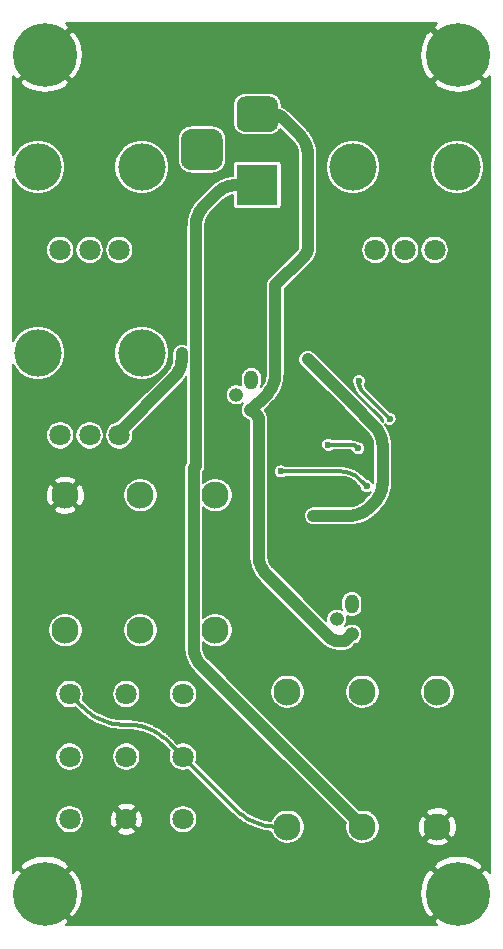
<source format=gbr>
%TF.GenerationSoftware,KiCad,Pcbnew,5.1.5-52549c5~84~ubuntu18.04.1*%
%TF.CreationDate,2019-11-30T23:42:48+01:00*%
%TF.ProjectId,clasicOverdrive,636c6173-6963-44f7-9665-726472697665,A*%
%TF.SameCoordinates,PX6708f40PY898d9f8*%
%TF.FileFunction,Copper,L2,Bot*%
%TF.FilePolarity,Positive*%
%FSLAX46Y46*%
G04 Gerber Fmt 4.6, Leading zero omitted, Abs format (unit mm)*
G04 Created by KiCad (PCBNEW 5.1.5-52549c5~84~ubuntu18.04.1) date 2019-11-30 23:42:48*
%MOMM*%
%LPD*%
G04 APERTURE LIST*
%TA.AperFunction,ComponentPad*%
%ADD10C,2.300000*%
%TD*%
%TA.AperFunction,ComponentPad*%
%ADD11C,0.800000*%
%TD*%
%TA.AperFunction,ComponentPad*%
%ADD12C,5.400000*%
%TD*%
%TA.AperFunction,ComponentPad*%
%ADD13O,1.200000X1.600000*%
%TD*%
%TA.AperFunction,ComponentPad*%
%ADD14O,1.200000X1.200000*%
%TD*%
%TA.AperFunction,ComponentPad*%
%ADD15C,0.100000*%
%TD*%
%TA.AperFunction,ComponentPad*%
%ADD16R,3.500000X3.500000*%
%TD*%
%TA.AperFunction,ComponentPad*%
%ADD17C,1.800000*%
%TD*%
%TA.AperFunction,WasherPad*%
%ADD18C,4.000000*%
%TD*%
%TA.AperFunction,ViaPad*%
%ADD19C,0.600000*%
%TD*%
%TA.AperFunction,ViaPad*%
%ADD20C,1.000000*%
%TD*%
%TA.AperFunction,Conductor*%
%ADD21C,1.000000*%
%TD*%
%TA.AperFunction,Conductor*%
%ADD22C,0.300000*%
%TD*%
%TA.AperFunction,Conductor*%
%ADD23C,0.200000*%
%TD*%
G04 APERTURE END LIST*
D10*
%TO.P,J2,R*%
%TO.N,GNDPWR*%
X26900000Y5670000D03*
%TO.P,J2,S*%
%TO.N,GND*%
X33250000Y5670000D03*
%TO.P,J2,T*%
%TO.N,Net-(J2-PadT)*%
X20550000Y5670000D03*
%TO.P,J2,SN*%
%TO.N,N/C*%
X33250000Y17100000D03*
%TO.P,J2,RN*%
X26900000Y17100000D03*
%TO.P,J2,TN*%
X20550000Y17100000D03*
%TD*%
%TO.P,J3,R*%
%TO.N,Net-(J3-PadR)*%
X8100000Y33730000D03*
%TO.P,J3,S*%
%TO.N,GND*%
X1750000Y33730000D03*
%TO.P,J3,T*%
%TO.N,N/C*%
X14450000Y33730000D03*
%TO.P,J3,SN*%
X1750000Y22300000D03*
%TO.P,J3,RN*%
X8100000Y22300000D03*
%TO.P,J3,TN*%
X14450000Y22300000D03*
%TD*%
D11*
%TO.P,H4,1*%
%TO.N,GND*%
X36431891Y1431891D03*
X35000000Y2025000D03*
X33568109Y1431891D03*
X32975000Y0D03*
X33568109Y-1431891D03*
X35000000Y-2025000D03*
X36431891Y-1431891D03*
X37025000Y0D03*
D12*
X35000000Y0D03*
%TD*%
D11*
%TO.P,H3,1*%
%TO.N,GND*%
X36431891Y72431891D03*
X35000000Y73025000D03*
X33568109Y72431891D03*
X32975000Y71000000D03*
X33568109Y69568109D03*
X35000000Y68975000D03*
X36431891Y69568109D03*
X37025000Y71000000D03*
D12*
X35000000Y71000000D03*
%TD*%
D11*
%TO.P,H2,1*%
%TO.N,GND*%
X1431891Y1431891D03*
X0Y2025000D03*
X-1431891Y1431891D03*
X-2025000Y0D03*
X-1431891Y-1431891D03*
X0Y-2025000D03*
X1431891Y-1431891D03*
X2025000Y0D03*
D12*
X0Y0D03*
%TD*%
D11*
%TO.P,H1,1*%
%TO.N,GND*%
X1431891Y72431891D03*
X0Y73025000D03*
X-1431891Y72431891D03*
X-2025000Y71000000D03*
X-1431891Y69568109D03*
X0Y68975000D03*
X1431891Y69568109D03*
X2025000Y71000000D03*
D12*
X0Y71000000D03*
%TD*%
D13*
%TO.P,Q1,1*%
%TO.N,Net-(C3-Pad2)*%
X26000000Y24500000D03*
D14*
%TO.P,Q1,2*%
%TO.N,Net-(Q1-Pad2)*%
X24730000Y23230000D03*
%TO.P,Q1,3*%
%TO.N,+9V*%
X26000000Y21960000D03*
%TD*%
D13*
%TO.P,Q2,1*%
%TO.N,Net-(Q2-Pad1)*%
X17500000Y43500000D03*
D14*
%TO.P,Q2,2*%
%TO.N,Net-(C10-Pad1)*%
X16230000Y42230000D03*
%TO.P,Q2,3*%
%TO.N,+9V*%
X17500000Y40960000D03*
%TD*%
%TA.AperFunction,ComponentPad*%
D15*
%TO.P,J1,3*%
%TO.N,N/C*%
G36*
X14260765Y64745787D02*
G01*
X14345704Y64733187D01*
X14428999Y64712323D01*
X14509848Y64683395D01*
X14587472Y64646681D01*
X14661124Y64602536D01*
X14730094Y64551384D01*
X14793718Y64493718D01*
X14851384Y64430094D01*
X14902536Y64361124D01*
X14946681Y64287472D01*
X14983395Y64209848D01*
X15012323Y64128999D01*
X15033187Y64045704D01*
X15045787Y63960765D01*
X15050000Y63875000D01*
X15050000Y62125000D01*
X15045787Y62039235D01*
X15033187Y61954296D01*
X15012323Y61871001D01*
X14983395Y61790152D01*
X14946681Y61712528D01*
X14902536Y61638876D01*
X14851384Y61569906D01*
X14793718Y61506282D01*
X14730094Y61448616D01*
X14661124Y61397464D01*
X14587472Y61353319D01*
X14509848Y61316605D01*
X14428999Y61287677D01*
X14345704Y61266813D01*
X14260765Y61254213D01*
X14175000Y61250000D01*
X12425000Y61250000D01*
X12339235Y61254213D01*
X12254296Y61266813D01*
X12171001Y61287677D01*
X12090152Y61316605D01*
X12012528Y61353319D01*
X11938876Y61397464D01*
X11869906Y61448616D01*
X11806282Y61506282D01*
X11748616Y61569906D01*
X11697464Y61638876D01*
X11653319Y61712528D01*
X11616605Y61790152D01*
X11587677Y61871001D01*
X11566813Y61954296D01*
X11554213Y62039235D01*
X11550000Y62125000D01*
X11550000Y63875000D01*
X11554213Y63960765D01*
X11566813Y64045704D01*
X11587677Y64128999D01*
X11616605Y64209848D01*
X11653319Y64287472D01*
X11697464Y64361124D01*
X11748616Y64430094D01*
X11806282Y64493718D01*
X11869906Y64551384D01*
X11938876Y64602536D01*
X12012528Y64646681D01*
X12090152Y64683395D01*
X12171001Y64712323D01*
X12254296Y64733187D01*
X12339235Y64745787D01*
X12425000Y64750000D01*
X14175000Y64750000D01*
X14260765Y64745787D01*
G37*
%TD.AperFunction*%
%TA.AperFunction,ComponentPad*%
%TO.P,J1,2*%
%TO.N,+9V*%
G36*
X19073513Y67496389D02*
G01*
X19146318Y67485589D01*
X19217714Y67467705D01*
X19287013Y67442910D01*
X19353548Y67411441D01*
X19416678Y67373602D01*
X19475795Y67329758D01*
X19530330Y67280330D01*
X19579758Y67225795D01*
X19623602Y67166678D01*
X19661441Y67103548D01*
X19692910Y67037013D01*
X19717705Y66967714D01*
X19735589Y66896318D01*
X19746389Y66823513D01*
X19750000Y66750000D01*
X19750000Y65250000D01*
X19746389Y65176487D01*
X19735589Y65103682D01*
X19717705Y65032286D01*
X19692910Y64962987D01*
X19661441Y64896452D01*
X19623602Y64833322D01*
X19579758Y64774205D01*
X19530330Y64719670D01*
X19475795Y64670242D01*
X19416678Y64626398D01*
X19353548Y64588559D01*
X19287013Y64557090D01*
X19217714Y64532295D01*
X19146318Y64514411D01*
X19073513Y64503611D01*
X19000000Y64500000D01*
X17000000Y64500000D01*
X16926487Y64503611D01*
X16853682Y64514411D01*
X16782286Y64532295D01*
X16712987Y64557090D01*
X16646452Y64588559D01*
X16583322Y64626398D01*
X16524205Y64670242D01*
X16469670Y64719670D01*
X16420242Y64774205D01*
X16376398Y64833322D01*
X16338559Y64896452D01*
X16307090Y64962987D01*
X16282295Y65032286D01*
X16264411Y65103682D01*
X16253611Y65176487D01*
X16250000Y65250000D01*
X16250000Y66750000D01*
X16253611Y66823513D01*
X16264411Y66896318D01*
X16282295Y66967714D01*
X16307090Y67037013D01*
X16338559Y67103548D01*
X16376398Y67166678D01*
X16420242Y67225795D01*
X16469670Y67280330D01*
X16524205Y67329758D01*
X16583322Y67373602D01*
X16646452Y67411441D01*
X16712987Y67442910D01*
X16782286Y67467705D01*
X16853682Y67485589D01*
X16926487Y67496389D01*
X17000000Y67500000D01*
X19000000Y67500000D01*
X19073513Y67496389D01*
G37*
%TD.AperFunction*%
D16*
%TO.P,J1,1*%
%TO.N,GNDPWR*%
X18000000Y60000000D03*
%TD*%
D17*
%TO.P,U1,9*%
%TO.N,Net-(J2-PadT)*%
X2100000Y16900000D03*
%TO.P,U1,8*%
%TO.N,Net-(J3-PadR)*%
X6900000Y16900000D03*
%TO.P,U1,7*%
%TO.N,Net-(C11-Pad2)*%
X11700000Y16900000D03*
%TO.P,U1,6*%
%TO.N,Net-(U1-Pad3)*%
X2100000Y11600000D03*
%TO.P,U1,5*%
%TO.N,Net-(C1-Pad2)*%
X6900000Y11600000D03*
%TO.P,U1,4*%
%TO.N,Net-(J2-PadT)*%
X11700000Y11600000D03*
%TO.P,U1,3*%
%TO.N,Net-(U1-Pad3)*%
X2100000Y6300000D03*
%TO.P,U1,2*%
%TO.N,GND*%
X6900000Y6300000D03*
%TO.P,U1,1*%
%TO.N,Net-(D1-Pad1)*%
X11700000Y6300000D03*
%TD*%
D18*
%TO.P,RV1,*%
%TO.N,*%
X34900000Y61500000D03*
X26100000Y61500000D03*
D17*
%TO.P,RV1,1*%
%TO.N,Net-(C4-Pad2)*%
X33000000Y54500000D03*
%TO.P,RV1,2*%
X30500000Y54500000D03*
%TO.P,RV1,3*%
%TO.N,Net-(R8-Pad1)*%
X28000000Y54500000D03*
%TD*%
%TO.P,RV2,3*%
%TO.N,Net-(R14-Pad2)*%
X1300000Y54500000D03*
%TO.P,RV2,2*%
%TO.N,Net-(C7-Pad1)*%
X3800000Y54500000D03*
%TO.P,RV2,1*%
%TO.N,Net-(C6-Pad1)*%
X6300000Y54500000D03*
D18*
%TO.P,RV2,*%
%TO.N,*%
X-600000Y61500000D03*
X8200000Y61500000D03*
%TD*%
%TO.P,RV3,*%
%TO.N,*%
X8200000Y45800000D03*
X-600000Y45800000D03*
D17*
%TO.P,RV3,1*%
%TO.N,+4V5*%
X6300000Y38800000D03*
%TO.P,RV3,2*%
%TO.N,Net-(C10-Pad2)*%
X3800000Y38800000D03*
%TO.P,RV3,3*%
%TO.N,Net-(R15-Pad1)*%
X1300000Y38800000D03*
%TD*%
D19*
%TO.N,GND*%
X6200000Y19500000D03*
X6175985Y29774085D03*
X6626369Y30726654D03*
X7312133Y31527921D03*
X5842447Y32886663D03*
X5119857Y32063992D03*
X5100000Y17400000D03*
X4560143Y31123141D03*
X18501197Y6840940D03*
X13856088Y10858126D03*
X9191932Y14871517D03*
X5160691Y15624657D03*
X4281797Y16161180D03*
X2830939Y14770570D03*
X3641657Y14168080D03*
X12244074Y9641712D03*
X12959249Y8926537D03*
X13674424Y8211362D03*
X12706804Y13922565D03*
X13602103Y14403458D03*
X10783007Y14897223D03*
X37000000Y54000000D03*
X37000000Y58000000D03*
X37000000Y52000000D03*
X37000000Y56000000D03*
X37000000Y46000000D03*
X37000000Y50000000D03*
X37000000Y44000000D03*
X37000000Y48000000D03*
X37000000Y38000000D03*
X37000000Y42000000D03*
X37000000Y36000000D03*
X37000000Y40000000D03*
X37000000Y30000000D03*
X37000000Y34000000D03*
X37000000Y28000000D03*
X37000000Y32000000D03*
X37000000Y22000000D03*
X37000000Y26000000D03*
X37000000Y20000000D03*
X37000000Y24000000D03*
X37000000Y14000000D03*
X37000000Y18000000D03*
X37000000Y12000000D03*
X37000000Y16000000D03*
X37000000Y6000000D03*
X37000000Y10000000D03*
X37000000Y4000000D03*
X37000000Y8000000D03*
X24000000Y-2000000D03*
X20000000Y-2000000D03*
X26000000Y-2000000D03*
X22000000Y-2000000D03*
X16000000Y-2000000D03*
X12000000Y-2000000D03*
X18000000Y-2000000D03*
X14000000Y-2000000D03*
X8000000Y-2000000D03*
X4000000Y-2000000D03*
X10000000Y-2000000D03*
X6000000Y-2000000D03*
X-2000000Y6000000D03*
X-2000000Y10000000D03*
X-2000000Y4000000D03*
X-2000000Y8000000D03*
X-2000000Y14000000D03*
X-2000000Y18000000D03*
X-2000000Y12000000D03*
X-2000000Y16000000D03*
X-2000000Y22000000D03*
X-2000000Y26000000D03*
X-2000000Y20000000D03*
X-2000000Y24000000D03*
X-2000000Y30000000D03*
X-2000000Y34000000D03*
X-2000000Y28000000D03*
X-2000000Y32000000D03*
X14693480Y24479268D03*
X15410544Y25196332D03*
X16127608Y25913396D03*
X16844672Y26630460D03*
X19712928Y29498716D03*
X20429992Y30215780D03*
X21147056Y30932844D03*
X20205615Y32819831D03*
X19464708Y32078924D03*
X16501078Y29115294D03*
X15760170Y28374386D03*
X15019263Y27633479D03*
X14278355Y26892571D03*
X11500000Y23928941D03*
D20*
X16400000Y46600000D03*
X29600000Y29800000D03*
X16200000Y14200000D03*
D19*
X22950000Y20800000D03*
X23550000Y23700000D03*
X27000000Y26000000D03*
X27000000Y27000000D03*
X25000000Y26000000D03*
X25000000Y27000000D03*
X27000000Y33700000D03*
X25000000Y33000000D03*
X24000000Y38900000D03*
X24000000Y39900000D03*
X24000000Y40900000D03*
X24100000Y41900000D03*
X29200000Y41850000D03*
X32300000Y40000000D03*
X31000000Y40000000D03*
X4000000Y37300000D03*
X5000000Y37300000D03*
X6000000Y37300000D03*
X7000000Y37300000D03*
X8000000Y37300000D03*
X9000000Y37300000D03*
X10000000Y37300000D03*
X11000000Y37300000D03*
X14000000Y37300000D03*
X15000000Y37300000D03*
X16000000Y37300000D03*
X17000000Y37300000D03*
X20000000Y37100000D03*
X21000000Y34700000D03*
X20000000Y34700000D03*
X17000000Y35200000D03*
X16000000Y35200000D03*
X11000000Y35200000D03*
X10000000Y35200000D03*
X6000000Y35200000D03*
X5000000Y35200000D03*
X4000000Y35200000D03*
X3000000Y35200000D03*
X3600000Y40300000D03*
X4400000Y41100000D03*
X5200000Y41900000D03*
X6100000Y42500000D03*
X7100000Y43000000D03*
X9000000Y43300000D03*
X14600000Y43300000D03*
X15600000Y43300000D03*
X14600000Y41200000D03*
X15600000Y41200000D03*
X20800000Y44500000D03*
X20800000Y42500000D03*
X23000000Y40900000D03*
X21000000Y40900000D03*
X20900000Y33500000D03*
X19100000Y28800000D03*
X13600000Y26200000D03*
D20*
X11400000Y47400000D03*
X22600000Y24900000D03*
X24000000Y27400000D03*
D19*
X4000000Y73000000D03*
X6000000Y73000000D03*
X8000000Y73000000D03*
X10000000Y73000000D03*
X12000000Y73000000D03*
X24000000Y73000000D03*
X26000000Y73000000D03*
X28000000Y73000000D03*
X30000000Y73000000D03*
X-2000000Y67000000D03*
X-2000000Y65000000D03*
X-2000000Y58000000D03*
X-2000000Y56000000D03*
X-2000000Y54000000D03*
X-2000000Y52000000D03*
X-2000000Y50000000D03*
X-2000000Y42000000D03*
X-2000000Y40000000D03*
X-2000000Y38000000D03*
X-2000000Y36000000D03*
X37000000Y65000000D03*
X37000000Y67000000D03*
X28000000Y-2000000D03*
X30000000Y-2000000D03*
X13200000Y16400000D03*
X14100000Y16600000D03*
X14700000Y14700000D03*
X18700000Y15600000D03*
X8100000Y15200000D03*
X6500000Y15300000D03*
X4700000Y13700000D03*
X5900000Y13400000D03*
X7100000Y13300000D03*
X10000000Y11700000D03*
X8800000Y11500000D03*
X14500000Y7400000D03*
X17600000Y5000000D03*
X18700000Y4800000D03*
X17500000Y7300000D03*
X11900000Y13200000D03*
X4200000Y30000000D03*
X4000000Y28800000D03*
X4000000Y27700000D03*
X4000000Y26500000D03*
X4000000Y25300000D03*
X4000000Y24200000D03*
X4000000Y23100000D03*
X6000000Y28700000D03*
X6000000Y27600000D03*
X6000000Y26500000D03*
X6000000Y25400000D03*
X6000000Y24200000D03*
X6000000Y23000000D03*
X4000000Y21900000D03*
X4000000Y20800000D03*
X4100000Y19600000D03*
X4500000Y18400000D03*
X6000000Y21900000D03*
X6000000Y20700000D03*
X6800000Y18500000D03*
X11000000Y22700000D03*
X10700000Y21500000D03*
X10700000Y20300000D03*
X10700000Y19200000D03*
X10700000Y18100000D03*
X31600000Y41800000D03*
X33600000Y35800000D03*
X35800000Y35800000D03*
X25000000Y34200000D03*
X14400000Y52400000D03*
X15800000Y51400000D03*
X15600000Y55800000D03*
X15600000Y57000000D03*
X15600000Y54600000D03*
X25705769Y37350000D03*
D20*
%TO.N,+9V*%
X19500000Y51500000D03*
X22282500Y58392500D03*
X21400000Y53400000D03*
D19*
%TO.N,Net-(C6-Pad1)*%
X24000000Y38000000D03*
X26525000Y37700000D03*
D20*
%TO.N,+4V5*%
X22250000Y45250000D03*
X22750000Y32000000D03*
X26000000Y41500000D03*
X11599990Y45750000D03*
D19*
%TO.N,Net-(C9-Pad1)*%
X27250000Y34500000D03*
X20000000Y35750000D03*
%TO.N,Net-(R14-Pad2)*%
X26600000Y43400000D03*
X29200000Y40200000D03*
%TD*%
D21*
%TO.N,+9V*%
X19999999Y51999999D02*
X19500000Y51500000D01*
X21400000Y53400000D02*
X19999999Y51999999D01*
X19300000Y66000000D02*
X18000000Y66000000D01*
X19300000Y66000000D02*
X19359229Y65998546D01*
X19359229Y65998546D02*
X19418317Y65994188D01*
X19418317Y65994188D02*
X19477119Y65986935D01*
X19477119Y65986935D02*
X19535494Y65976806D01*
X19535494Y65976806D02*
X19593302Y65963825D01*
X19593302Y65963825D02*
X19650404Y65948023D01*
X19650404Y65948023D02*
X19706661Y65929438D01*
X19706661Y65929438D02*
X19761939Y65908115D01*
X19761939Y65908115D02*
X19816104Y65884105D01*
X19816104Y65884105D02*
X19869025Y65857467D01*
X19869025Y65857467D02*
X19920576Y65828264D01*
X19920576Y65828264D02*
X19970632Y65796566D01*
X19970632Y65796566D02*
X20019072Y65762451D01*
X20019072Y65762451D02*
X20065779Y65726000D01*
X20065779Y65726000D02*
X20110642Y65687301D01*
X20110642Y65687301D02*
X20153553Y65646447D01*
X22282500Y62517500D02*
X22282500Y58392500D01*
X22282500Y62517500D02*
X22279591Y62635960D01*
X22279591Y62635960D02*
X22270874Y62754135D01*
X22270874Y62754135D02*
X22256369Y62871739D01*
X22256369Y62871739D02*
X22236111Y62988490D01*
X22236111Y62988490D02*
X22210149Y63104107D01*
X22210149Y63104107D02*
X22178544Y63218310D01*
X22178544Y63218310D02*
X22141374Y63330825D01*
X22141374Y63330825D02*
X22098728Y63441380D01*
X22098728Y63441380D02*
X22050709Y63549710D01*
X22050709Y63549710D02*
X21997432Y63655553D01*
X21997432Y63655553D02*
X21939026Y63758655D01*
X21939026Y63758655D02*
X21875631Y63858766D01*
X21875631Y63858766D02*
X21807400Y63955646D01*
X21807400Y63955646D02*
X21734498Y64049062D01*
X21734498Y64049062D02*
X21657100Y64138788D01*
X21657100Y64138788D02*
X21575393Y64224607D01*
X21575393Y64224607D02*
X20153553Y65646447D01*
X21928946Y53928947D02*
X21400000Y53400000D01*
X21928946Y53928947D02*
X21969799Y53971858D01*
X21969799Y53971858D02*
X22008498Y54016721D01*
X22008498Y54016721D02*
X22044949Y54063429D01*
X22044949Y54063429D02*
X22079064Y54111869D01*
X22079064Y54111869D02*
X22110762Y54161924D01*
X22110762Y54161924D02*
X22139965Y54213475D01*
X22139965Y54213475D02*
X22166603Y54266396D01*
X22166603Y54266396D02*
X22190613Y54320561D01*
X22190613Y54320561D02*
X22211936Y54375839D01*
X22211936Y54375839D02*
X22230521Y54432096D01*
X22230521Y54432096D02*
X22246323Y54489198D01*
X22246323Y54489198D02*
X22259305Y54547006D01*
X22259305Y54547006D02*
X22269434Y54605381D01*
X22269434Y54605381D02*
X22276686Y54664183D01*
X22276686Y54664183D02*
X22281045Y54723271D01*
X22281045Y54723271D02*
X22282500Y54782500D01*
X22282500Y54782500D02*
X22282500Y58392500D01*
X18792893Y42252894D02*
X17500000Y40960000D01*
X18792893Y42252894D02*
X18874600Y42338715D01*
X18874600Y42338715D02*
X18951998Y42428440D01*
X18951998Y42428440D02*
X19024900Y42521856D01*
X19024900Y42521856D02*
X19093131Y42618736D01*
X19093131Y42618736D02*
X19156526Y42718847D01*
X19156526Y42718847D02*
X19214932Y42821949D01*
X19214932Y42821949D02*
X19268209Y42927792D01*
X19268209Y42927792D02*
X19316228Y43036121D01*
X19316228Y43036121D02*
X19358874Y43146677D01*
X19358874Y43146677D02*
X19396044Y43259192D01*
X19396044Y43259192D02*
X19427648Y43373395D01*
X19427648Y43373395D02*
X19453611Y43489011D01*
X19453611Y43489011D02*
X19473869Y43605762D01*
X19473869Y43605762D02*
X19488374Y43723366D01*
X19488374Y43723366D02*
X19497091Y43841541D01*
X19497091Y43841541D02*
X19500000Y43960000D01*
X19500000Y43960000D02*
X19500000Y51500000D01*
X18099999Y40260001D02*
X18099708Y40271848D01*
X18099708Y40271848D02*
X18098836Y40283665D01*
X18098836Y40283665D02*
X18097385Y40295425D01*
X18097385Y40295425D02*
X18095360Y40307101D01*
X18095360Y40307101D02*
X18092763Y40318662D01*
X18092763Y40318662D02*
X18089603Y40330083D01*
X18089603Y40330083D02*
X18085886Y40341334D01*
X18085886Y40341334D02*
X18081621Y40352390D01*
X18081621Y40352390D02*
X18076819Y40363223D01*
X18076819Y40363223D02*
X18071492Y40373807D01*
X18071492Y40373807D02*
X18065651Y40384117D01*
X18065651Y40384117D02*
X18059312Y40394128D01*
X18059312Y40394128D02*
X18052488Y40403816D01*
X18052488Y40403816D02*
X18045198Y40413158D01*
X18045198Y40413158D02*
X18037458Y40422131D01*
X18037458Y40422131D02*
X18029288Y40430712D01*
X18029288Y40430712D02*
X17500000Y40960000D01*
X18807105Y26992895D02*
X18725397Y27078715D01*
X18725397Y27078715D02*
X18647998Y27168441D01*
X18647998Y27168441D02*
X18575096Y27261856D01*
X18575096Y27261856D02*
X18506865Y27358736D01*
X18506865Y27358736D02*
X18443471Y27458848D01*
X18443471Y27458848D02*
X18385064Y27561949D01*
X18385064Y27561949D02*
X18331787Y27667792D01*
X18331787Y27667792D02*
X18283768Y27776122D01*
X18283768Y27776122D02*
X18241122Y27886678D01*
X18241122Y27886678D02*
X18203952Y27999192D01*
X18203952Y27999192D02*
X18172348Y28113396D01*
X18172348Y28113396D02*
X18146385Y28229012D01*
X18146385Y28229012D02*
X18126127Y28345763D01*
X18126127Y28345763D02*
X18111622Y28463367D01*
X18111622Y28463367D02*
X18102905Y28581542D01*
X18102905Y28581542D02*
X18099999Y28700001D01*
X18099999Y28700001D02*
X18099999Y40260001D01*
X24939999Y21360001D02*
X24880769Y21361456D01*
X24880769Y21361456D02*
X24821681Y21365814D01*
X24821681Y21365814D02*
X24762879Y21373067D01*
X24762879Y21373067D02*
X24704503Y21383196D01*
X24704503Y21383196D02*
X24646695Y21396177D01*
X24646695Y21396177D02*
X24589594Y21411979D01*
X24589594Y21411979D02*
X24533336Y21430564D01*
X24533336Y21430564D02*
X24478058Y21451887D01*
X24478058Y21451887D02*
X24423893Y21475897D01*
X24423893Y21475897D02*
X24370972Y21502535D01*
X24370972Y21502535D02*
X24319421Y21531738D01*
X24319421Y21531738D02*
X24269365Y21563436D01*
X24269365Y21563436D02*
X24220925Y21597551D01*
X24220925Y21597551D02*
X24174217Y21634002D01*
X24174217Y21634002D02*
X24129354Y21672701D01*
X24129354Y21672701D02*
X24086445Y21713555D01*
X24086445Y21713555D02*
X18807105Y26992895D01*
X25470711Y21430712D02*
X26000000Y21960000D01*
X25470711Y21430712D02*
X25462128Y21422542D01*
X25462128Y21422542D02*
X25453156Y21414802D01*
X25453156Y21414802D02*
X25443814Y21407512D01*
X25443814Y21407512D02*
X25434126Y21400689D01*
X25434126Y21400689D02*
X25424115Y21394349D01*
X25424115Y21394349D02*
X25413805Y21388509D01*
X25413805Y21388509D02*
X25403221Y21383181D01*
X25403221Y21383181D02*
X25392388Y21378379D01*
X25392388Y21378379D02*
X25381333Y21374114D01*
X25381333Y21374114D02*
X25370081Y21370397D01*
X25370081Y21370397D02*
X25358661Y21367237D01*
X25358661Y21367237D02*
X25347099Y21364641D01*
X25347099Y21364641D02*
X25335424Y21362615D01*
X25335424Y21362615D02*
X25323664Y21361164D01*
X25323664Y21361164D02*
X25311846Y21360293D01*
X25311846Y21360293D02*
X25300001Y21360001D01*
X25300001Y21360001D02*
X24939999Y21360001D01*
D22*
%TO.N,Net-(C6-Pad1)*%
X26025000Y38000000D02*
X24000000Y38000000D01*
X26025000Y38000000D02*
X26048691Y37999419D01*
X26048691Y37999419D02*
X26072326Y37997675D01*
X26072326Y37997675D02*
X26095847Y37994774D01*
X26095847Y37994774D02*
X26119197Y37990723D01*
X26119197Y37990723D02*
X26142321Y37985530D01*
X26142321Y37985530D02*
X26165161Y37979209D01*
X26165161Y37979209D02*
X26187664Y37971776D01*
X26187664Y37971776D02*
X26209775Y37963246D01*
X26209775Y37963246D02*
X26231441Y37953642D01*
X26231441Y37953642D02*
X26252610Y37942987D01*
X26252610Y37942987D02*
X26273230Y37931306D01*
X26273230Y37931306D02*
X26293252Y37918627D01*
X26293252Y37918627D02*
X26312628Y37904981D01*
X26312628Y37904981D02*
X26331311Y37890400D01*
X26331311Y37890400D02*
X26349256Y37874921D01*
X26349256Y37874921D02*
X26366421Y37858579D01*
X26366421Y37858579D02*
X26525000Y37700000D01*
D21*
%TO.N,+4V5*%
X22250000Y45250000D02*
X26000000Y41500000D01*
X10892883Y43642884D02*
X6000000Y38750000D01*
X10892883Y43642884D02*
X10974590Y43728705D01*
X10974590Y43728705D02*
X11051988Y43818430D01*
X11051988Y43818430D02*
X11124890Y43911846D01*
X11124890Y43911846D02*
X11193121Y44008726D01*
X11193121Y44008726D02*
X11256516Y44108837D01*
X11256516Y44108837D02*
X11314922Y44211939D01*
X11314922Y44211939D02*
X11368199Y44317782D01*
X11368199Y44317782D02*
X11416218Y44426111D01*
X11416218Y44426111D02*
X11458864Y44536667D01*
X11458864Y44536667D02*
X11496034Y44649182D01*
X11496034Y44649182D02*
X11527638Y44763385D01*
X11527638Y44763385D02*
X11553601Y44879001D01*
X11553601Y44879001D02*
X11573859Y44995752D01*
X11573859Y44995752D02*
X11588364Y45113356D01*
X11588364Y45113356D02*
X11597081Y45231531D01*
X11597081Y45231531D02*
X11599990Y45349990D01*
X11599990Y45349990D02*
X11599990Y45750000D01*
X27892893Y39607107D02*
X26000000Y41500000D01*
X27892893Y39607107D02*
X27974600Y39521287D01*
X27974600Y39521287D02*
X28051998Y39431562D01*
X28051998Y39431562D02*
X28124900Y39338146D01*
X28124900Y39338146D02*
X28193131Y39241266D01*
X28193131Y39241266D02*
X28256526Y39141154D01*
X28256526Y39141154D02*
X28314932Y39038053D01*
X28314932Y39038053D02*
X28368209Y38932210D01*
X28368209Y38932210D02*
X28416228Y38823880D01*
X28416228Y38823880D02*
X28458874Y38713325D01*
X28458874Y38713325D02*
X28496044Y38600810D01*
X28496044Y38600810D02*
X28527648Y38486607D01*
X28527648Y38486607D02*
X28553611Y38370990D01*
X28553611Y38370990D02*
X28573869Y38254239D01*
X28573869Y38254239D02*
X28588374Y38136635D01*
X28588374Y38136635D02*
X28597091Y38018460D01*
X28597091Y38018460D02*
X28600000Y37900000D01*
X27892893Y33092894D02*
X27974600Y33178715D01*
X27974600Y33178715D02*
X28051998Y33268440D01*
X28051998Y33268440D02*
X28124900Y33361856D01*
X28124900Y33361856D02*
X28193131Y33458736D01*
X28193131Y33458736D02*
X28256526Y33558847D01*
X28256526Y33558847D02*
X28314932Y33661949D01*
X28314932Y33661949D02*
X28368209Y33767792D01*
X28368209Y33767792D02*
X28416228Y33876121D01*
X28416228Y33876121D02*
X28458874Y33986677D01*
X28458874Y33986677D02*
X28496044Y34099192D01*
X28496044Y34099192D02*
X28527648Y34213395D01*
X28527648Y34213395D02*
X28553611Y34329011D01*
X28553611Y34329011D02*
X28573869Y34445762D01*
X28573869Y34445762D02*
X28588374Y34563366D01*
X28588374Y34563366D02*
X28597091Y34681541D01*
X28597091Y34681541D02*
X28600000Y34800000D01*
X28600000Y34800000D02*
X28600000Y37900000D01*
X25800000Y32000000D02*
X22750000Y32000000D01*
X25800000Y32000000D02*
X25918459Y32002909D01*
X25918459Y32002909D02*
X26036634Y32011626D01*
X26036634Y32011626D02*
X26154238Y32026132D01*
X26154238Y32026132D02*
X26270989Y32046390D01*
X26270989Y32046390D02*
X26386605Y32072352D01*
X26386605Y32072352D02*
X26500808Y32103957D01*
X26500808Y32103957D02*
X26613323Y32141127D01*
X26613323Y32141127D02*
X26723879Y32183773D01*
X26723879Y32183773D02*
X26832208Y32231792D01*
X26832208Y32231792D02*
X26938051Y32285069D01*
X26938051Y32285069D02*
X27041153Y32343475D01*
X27041153Y32343475D02*
X27141264Y32406870D01*
X27141264Y32406870D02*
X27238144Y32475101D01*
X27238144Y32475101D02*
X27331559Y32548003D01*
X27331559Y32548003D02*
X27421285Y32625401D01*
X27421285Y32625401D02*
X27507106Y32707108D01*
X27507106Y32707108D02*
X27892893Y33092894D01*
D22*
%TO.N,Net-(C9-Pad1)*%
X25000000Y35750000D02*
X20000000Y35750000D01*
X25000000Y35750000D02*
X25118459Y35747092D01*
X25118459Y35747092D02*
X25236634Y35738375D01*
X25236634Y35738375D02*
X25354238Y35723870D01*
X25354238Y35723870D02*
X25470989Y35703612D01*
X25470989Y35703612D02*
X25586605Y35677650D01*
X25586605Y35677650D02*
X25700808Y35646045D01*
X25700808Y35646045D02*
X25813323Y35608875D01*
X25813323Y35608875D02*
X25923878Y35566230D01*
X25923878Y35566230D02*
X26032208Y35518210D01*
X26032208Y35518210D02*
X26138051Y35464933D01*
X26138051Y35464933D02*
X26241153Y35406527D01*
X26241153Y35406527D02*
X26341264Y35343132D01*
X26341264Y35343132D02*
X26438144Y35274902D01*
X26438144Y35274902D02*
X26531559Y35202000D01*
X26531559Y35202000D02*
X26621285Y35124602D01*
X26621285Y35124602D02*
X26707106Y35042894D01*
X26707106Y35042894D02*
X27250000Y34500000D01*
%TO.N,Net-(R14-Pad2)*%
X26600000Y43300000D02*
X26600000Y43400000D01*
X26600000Y43300000D02*
X26601454Y43240771D01*
X26601454Y43240771D02*
X26605812Y43181683D01*
X26605812Y43181683D02*
X26613065Y43122881D01*
X26613065Y43122881D02*
X26623194Y43064506D01*
X26623194Y43064506D02*
X26636175Y43006698D01*
X26636175Y43006698D02*
X26651977Y42949596D01*
X26651977Y42949596D02*
X26670562Y42893339D01*
X26670562Y42893339D02*
X26691885Y42838061D01*
X26691885Y42838061D02*
X26715895Y42783896D01*
X26715895Y42783896D02*
X26742533Y42730975D01*
X26742533Y42730975D02*
X26771736Y42679424D01*
X26771736Y42679424D02*
X26803434Y42629368D01*
X26803434Y42629368D02*
X26837549Y42580928D01*
X26837549Y42580928D02*
X26874000Y42534221D01*
X26874000Y42534221D02*
X26912699Y42489358D01*
X26912699Y42489358D02*
X26953553Y42446447D01*
X26953553Y42446447D02*
X29200000Y40200000D01*
%TO.N,Net-(J2-PadT)*%
X2999999Y16000001D02*
X2100000Y16900000D01*
X3285786Y15714214D02*
X2999999Y16000001D01*
X3285786Y15714214D02*
X3457425Y15550799D01*
X3457425Y15550799D02*
X3636877Y15396003D01*
X3636877Y15396003D02*
X3823708Y15250199D01*
X3823708Y15250199D02*
X4017468Y15113737D01*
X4017468Y15113737D02*
X4217691Y14986947D01*
X4217691Y14986947D02*
X4423894Y14870135D01*
X4423894Y14870135D02*
X4635580Y14763581D01*
X4635580Y14763581D02*
X4852240Y14667543D01*
X4852240Y14667543D02*
X5073351Y14582251D01*
X5073351Y14582251D02*
X5298381Y14507911D01*
X5298381Y14507911D02*
X5526787Y14444702D01*
X5526787Y14444702D02*
X5758020Y14392777D01*
X5758020Y14392777D02*
X5991522Y14352261D01*
X5991522Y14352261D02*
X6226731Y14323251D01*
X6226731Y14323251D02*
X6463080Y14305817D01*
X6463080Y14305817D02*
X6700000Y14300000D01*
X10414213Y12885787D02*
X11700000Y11600000D01*
X10414213Y12885787D02*
X10242572Y13049202D01*
X10242572Y13049202D02*
X10063121Y13203999D01*
X10063121Y13203999D02*
X9876290Y13349803D01*
X9876290Y13349803D02*
X9682529Y13486264D01*
X9682529Y13486264D02*
X9482307Y13613054D01*
X9482307Y13613054D02*
X9276104Y13729866D01*
X9276104Y13729866D02*
X9064418Y13836420D01*
X9064418Y13836420D02*
X8847758Y13932459D01*
X8847758Y13932459D02*
X8626647Y14017751D01*
X8626647Y14017751D02*
X8401618Y14092090D01*
X8401618Y14092090D02*
X8173211Y14155299D01*
X8173211Y14155299D02*
X7941979Y14207224D01*
X7941979Y14207224D02*
X7708477Y14247740D01*
X7708477Y14247740D02*
X7473268Y14276751D01*
X7473268Y14276751D02*
X7236919Y14294185D01*
X7236919Y14294185D02*
X7000000Y14300000D01*
X7000000Y14300000D02*
X6700000Y14300000D01*
X16215786Y7084214D02*
X11700000Y11600000D01*
X16215786Y7084214D02*
X16387426Y6920800D01*
X16387426Y6920800D02*
X16566877Y6766003D01*
X16566877Y6766003D02*
X16753708Y6620199D01*
X16753708Y6620199D02*
X16947469Y6483738D01*
X16947469Y6483738D02*
X17147692Y6356948D01*
X17147692Y6356948D02*
X17353894Y6240135D01*
X17353894Y6240135D02*
X17565581Y6133582D01*
X17565581Y6133582D02*
X17782240Y6037543D01*
X17782240Y6037543D02*
X18003351Y5952251D01*
X18003351Y5952251D02*
X18228381Y5877911D01*
X18228381Y5877911D02*
X18456787Y5814703D01*
X18456787Y5814703D02*
X18688020Y5762778D01*
X18688020Y5762778D02*
X18921522Y5722261D01*
X18921522Y5722261D02*
X19156731Y5693251D01*
X19156731Y5693251D02*
X19393080Y5675817D01*
X19393080Y5675817D02*
X19630000Y5670000D01*
X19630000Y5670000D02*
X20550000Y5670000D01*
D21*
%TO.N,GNDPWR*%
X18000000Y60000000D02*
X18000000Y60600000D01*
X12800000Y36200000D02*
X12599999Y35999999D01*
X25750001Y6819999D02*
X26900000Y5670000D01*
X12599999Y20970001D02*
X12599999Y35999999D01*
X12599999Y20970001D02*
X12602906Y20851542D01*
X12602906Y20851542D02*
X12611623Y20733367D01*
X12611623Y20733367D02*
X12626128Y20615763D01*
X12626128Y20615763D02*
X12646386Y20499012D01*
X12646386Y20499012D02*
X12672348Y20383396D01*
X12672348Y20383396D02*
X12703953Y20269192D01*
X12703953Y20269192D02*
X12741123Y20156678D01*
X12741123Y20156678D02*
X12783769Y20046122D01*
X12783769Y20046122D02*
X12831788Y19937793D01*
X12831788Y19937793D02*
X12885065Y19831949D01*
X12885065Y19831949D02*
X12943471Y19728848D01*
X12943471Y19728848D02*
X13006866Y19628737D01*
X13006866Y19628737D02*
X13075097Y19531857D01*
X13075097Y19531857D02*
X13147999Y19438441D01*
X13147999Y19438441D02*
X13225397Y19348715D01*
X13225397Y19348715D02*
X13307105Y19262895D01*
X13307105Y19262895D02*
X25750001Y6819999D01*
X13507106Y58257107D02*
X13425398Y58171288D01*
X13425398Y58171288D02*
X13348000Y58081562D01*
X13348000Y58081562D02*
X13275098Y57988146D01*
X13275098Y57988146D02*
X13206867Y57891266D01*
X13206867Y57891266D02*
X13143472Y57791155D01*
X13143472Y57791155D02*
X13085066Y57688053D01*
X13085066Y57688053D02*
X13031789Y57582210D01*
X13031789Y57582210D02*
X12983770Y57473880D01*
X12983770Y57473880D02*
X12941124Y57363325D01*
X12941124Y57363325D02*
X12903954Y57250810D01*
X12903954Y57250810D02*
X12872350Y57136607D01*
X12872350Y57136607D02*
X12846387Y57020990D01*
X12846387Y57020990D02*
X12826129Y56904239D01*
X12826129Y56904239D02*
X12811624Y56786635D01*
X12811624Y56786635D02*
X12802907Y56668460D01*
X12802907Y56668460D02*
X12800000Y56550000D01*
X12800000Y56550000D02*
X12800000Y36200000D01*
X16250000Y60000000D02*
X18000000Y60000000D01*
X16250000Y60000000D02*
X16131540Y59997093D01*
X16131540Y59997093D02*
X16013365Y59988376D01*
X16013365Y59988376D02*
X15895761Y59973871D01*
X15895761Y59973871D02*
X15779010Y59953613D01*
X15779010Y59953613D02*
X15663393Y59927650D01*
X15663393Y59927650D02*
X15549190Y59896046D01*
X15549190Y59896046D02*
X15436675Y59858876D01*
X15436675Y59858876D02*
X15326120Y59816230D01*
X15326120Y59816230D02*
X15217790Y59768211D01*
X15217790Y59768211D02*
X15111947Y59714934D01*
X15111947Y59714934D02*
X15008846Y59656528D01*
X15008846Y59656528D02*
X14908734Y59593133D01*
X14908734Y59593133D02*
X14811854Y59524902D01*
X14811854Y59524902D02*
X14718438Y59452000D01*
X14718438Y59452000D02*
X14628713Y59374602D01*
X14628713Y59374602D02*
X14542893Y59292894D01*
X14542893Y59292894D02*
X13507106Y58257107D01*
%TD*%
D23*
%TO.N,GND*%
G36*
X32923340Y73288792D02*
G01*
X35000000Y71212132D01*
X35014143Y71226274D01*
X35226275Y71014142D01*
X35212132Y71000000D01*
X37288792Y68923340D01*
X37675001Y69224269D01*
X37675000Y1775732D01*
X37288792Y2076660D01*
X35212132Y0D01*
X35226275Y-14143D01*
X35014143Y-226275D01*
X35000000Y-212132D01*
X32923340Y-2288792D01*
X33224268Y-2675000D01*
X1775732Y-2675000D01*
X2076660Y-2288792D01*
X0Y-212132D01*
X-14142Y-226275D01*
X-226274Y-14143D01*
X-212132Y0D01*
X212132Y0D01*
X2288792Y-2076660D01*
X2686716Y-1766603D01*
X2979739Y-1208506D01*
X3158252Y-603966D01*
X3211064Y-23784D01*
X31784605Y-23784D01*
X31851028Y-650620D01*
X32038464Y-1252452D01*
X32313284Y-1766603D01*
X32711208Y-2076660D01*
X34787868Y0D01*
X32711208Y2076660D01*
X32313284Y1766603D01*
X32020261Y1208506D01*
X31841748Y603966D01*
X31784605Y-23784D01*
X3211064Y-23784D01*
X3215395Y23784D01*
X3148972Y650620D01*
X2961536Y1252452D01*
X2686716Y1766603D01*
X2288792Y2076660D01*
X212132Y0D01*
X-212132Y0D01*
X-2288792Y2076660D01*
X-2675000Y1775732D01*
X-2675000Y2288792D01*
X-2076660Y2288792D01*
X0Y212132D01*
X2076660Y2288792D01*
X32923340Y2288792D01*
X35000000Y212132D01*
X37076660Y2288792D01*
X36766603Y2686716D01*
X36208506Y2979739D01*
X35603966Y3158252D01*
X34976216Y3215395D01*
X34349380Y3148972D01*
X33747548Y2961536D01*
X33233397Y2686716D01*
X32923340Y2288792D01*
X2076660Y2288792D01*
X1766603Y2686716D01*
X1208506Y2979739D01*
X603966Y3158252D01*
X-23784Y3215395D01*
X-650620Y3148972D01*
X-1252452Y2961536D01*
X-1766603Y2686716D01*
X-2076660Y2288792D01*
X-2675000Y2288792D01*
X-2675000Y6418190D01*
X900000Y6418190D01*
X900000Y6181810D01*
X946116Y5949973D01*
X1036574Y5731587D01*
X1167899Y5535045D01*
X1335045Y5367899D01*
X1531587Y5236574D01*
X1749973Y5146116D01*
X1981810Y5100000D01*
X2218190Y5100000D01*
X2450027Y5146116D01*
X2668413Y5236574D01*
X2754072Y5293810D01*
X6105942Y5293810D01*
X6199186Y5080216D01*
X6450620Y4966932D01*
X6719324Y4904876D01*
X6994971Y4896435D01*
X7266968Y4941931D01*
X7524862Y5039618D01*
X7600814Y5080216D01*
X7694058Y5293810D01*
X6900000Y6087868D01*
X6105942Y5293810D01*
X2754072Y5293810D01*
X2864955Y5367899D01*
X3032101Y5535045D01*
X3163426Y5731587D01*
X3253884Y5949973D01*
X3300000Y6181810D01*
X3300000Y6205029D01*
X5496435Y6205029D01*
X5541931Y5933032D01*
X5639618Y5675138D01*
X5680216Y5599186D01*
X5893810Y5505942D01*
X6687868Y6300000D01*
X7112132Y6300000D01*
X7906190Y5505942D01*
X8119784Y5599186D01*
X8233068Y5850620D01*
X8295124Y6119324D01*
X8303565Y6394971D01*
X8299682Y6418190D01*
X10500000Y6418190D01*
X10500000Y6181810D01*
X10546116Y5949973D01*
X10636574Y5731587D01*
X10767899Y5535045D01*
X10935045Y5367899D01*
X11131587Y5236574D01*
X11349973Y5146116D01*
X11581810Y5100000D01*
X11818190Y5100000D01*
X12050027Y5146116D01*
X12268413Y5236574D01*
X12464955Y5367899D01*
X12632101Y5535045D01*
X12763426Y5731587D01*
X12853884Y5949973D01*
X12900000Y6181810D01*
X12900000Y6418190D01*
X12853884Y6650027D01*
X12763426Y6868413D01*
X12632101Y7064955D01*
X12464955Y7232101D01*
X12268413Y7363426D01*
X12050027Y7453884D01*
X11818190Y7500000D01*
X11581810Y7500000D01*
X11349973Y7453884D01*
X11131587Y7363426D01*
X10935045Y7232101D01*
X10767899Y7064955D01*
X10636574Y6868413D01*
X10546116Y6650027D01*
X10500000Y6418190D01*
X8299682Y6418190D01*
X8258069Y6666968D01*
X8160382Y6924862D01*
X8119784Y7000814D01*
X7906190Y7094058D01*
X7112132Y6300000D01*
X6687868Y6300000D01*
X5893810Y7094058D01*
X5680216Y7000814D01*
X5566932Y6749380D01*
X5504876Y6480676D01*
X5496435Y6205029D01*
X3300000Y6205029D01*
X3300000Y6418190D01*
X3253884Y6650027D01*
X3163426Y6868413D01*
X3032101Y7064955D01*
X2864955Y7232101D01*
X2754073Y7306190D01*
X6105942Y7306190D01*
X6900000Y6512132D01*
X7694058Y7306190D01*
X7600814Y7519784D01*
X7349380Y7633068D01*
X7080676Y7695124D01*
X6805029Y7703565D01*
X6533032Y7658069D01*
X6275138Y7560382D01*
X6199186Y7519784D01*
X6105942Y7306190D01*
X2754073Y7306190D01*
X2668413Y7363426D01*
X2450027Y7453884D01*
X2218190Y7500000D01*
X1981810Y7500000D01*
X1749973Y7453884D01*
X1531587Y7363426D01*
X1335045Y7232101D01*
X1167899Y7064955D01*
X1036574Y6868413D01*
X946116Y6650027D01*
X900000Y6418190D01*
X-2675000Y6418190D01*
X-2675000Y11718190D01*
X900000Y11718190D01*
X900000Y11481810D01*
X946116Y11249973D01*
X1036574Y11031587D01*
X1167899Y10835045D01*
X1335045Y10667899D01*
X1531587Y10536574D01*
X1749973Y10446116D01*
X1981810Y10400000D01*
X2218190Y10400000D01*
X2450027Y10446116D01*
X2668413Y10536574D01*
X2864955Y10667899D01*
X3032101Y10835045D01*
X3163426Y11031587D01*
X3253884Y11249973D01*
X3300000Y11481810D01*
X3300000Y11718190D01*
X5700000Y11718190D01*
X5700000Y11481810D01*
X5746116Y11249973D01*
X5836574Y11031587D01*
X5967899Y10835045D01*
X6135045Y10667899D01*
X6331587Y10536574D01*
X6549973Y10446116D01*
X6781810Y10400000D01*
X7018190Y10400000D01*
X7250027Y10446116D01*
X7468413Y10536574D01*
X7664955Y10667899D01*
X7832101Y10835045D01*
X7963426Y11031587D01*
X8053884Y11249973D01*
X8100000Y11481810D01*
X8100000Y11718190D01*
X8053884Y11950027D01*
X7963426Y12168413D01*
X7832101Y12364955D01*
X7664955Y12532101D01*
X7468413Y12663426D01*
X7250027Y12753884D01*
X7018190Y12800000D01*
X6781810Y12800000D01*
X6549973Y12753884D01*
X6331587Y12663426D01*
X6135045Y12532101D01*
X5967899Y12364955D01*
X5836574Y12168413D01*
X5746116Y11950027D01*
X5700000Y11718190D01*
X3300000Y11718190D01*
X3253884Y11950027D01*
X3163426Y12168413D01*
X3032101Y12364955D01*
X2864955Y12532101D01*
X2668413Y12663426D01*
X2450027Y12753884D01*
X2218190Y12800000D01*
X1981810Y12800000D01*
X1749973Y12753884D01*
X1531587Y12663426D01*
X1335045Y12532101D01*
X1167899Y12364955D01*
X1036574Y12168413D01*
X946116Y11950027D01*
X900000Y11718190D01*
X-2675000Y11718190D01*
X-2675000Y17018190D01*
X900000Y17018190D01*
X900000Y16781810D01*
X946116Y16549973D01*
X1036574Y16331587D01*
X1167899Y16135045D01*
X1335045Y15967899D01*
X1531587Y15836574D01*
X1749973Y15746116D01*
X1981810Y15700000D01*
X2218190Y15700000D01*
X2450027Y15746116D01*
X2568440Y15795164D01*
X2697431Y15666173D01*
X2697437Y15666168D01*
X2955873Y15407732D01*
X2959483Y15403547D01*
X2971485Y15392120D01*
X2983219Y15380386D01*
X2987498Y15376875D01*
X3139143Y15232495D01*
X3146760Y15224494D01*
X3155122Y15217281D01*
X3163140Y15209647D01*
X3171869Y15202835D01*
X3334585Y15062475D01*
X3342597Y15054847D01*
X3351317Y15048042D01*
X3359688Y15040821D01*
X3368726Y15034455D01*
X3538150Y14902235D01*
X3546521Y14895015D01*
X3555559Y14888649D01*
X3564281Y14881843D01*
X3573625Y14875926D01*
X3749331Y14752179D01*
X3758044Y14745380D01*
X3767379Y14739469D01*
X3776426Y14733097D01*
X3786057Y14727641D01*
X3967609Y14612674D01*
X3976655Y14606303D01*
X3986282Y14600849D01*
X3995617Y14594938D01*
X4005489Y14589969D01*
X4192491Y14484033D01*
X4201824Y14478123D01*
X4211693Y14473156D01*
X4221323Y14467700D01*
X4231441Y14463215D01*
X4423398Y14366592D01*
X4433015Y14361144D01*
X4443118Y14356666D01*
X4452999Y14351692D01*
X4463323Y14347710D01*
X4659787Y14260624D01*
X4669664Y14255652D01*
X4679984Y14251671D01*
X4690091Y14247191D01*
X4700588Y14243723D01*
X4901110Y14166373D01*
X4911205Y14161898D01*
X4921689Y14158435D01*
X4932021Y14154449D01*
X4942694Y14151495D01*
X5146745Y14084085D01*
X5157056Y14080108D01*
X5167706Y14077161D01*
X5178212Y14073690D01*
X5189007Y14071266D01*
X5396127Y14013948D01*
X5406624Y14010480D01*
X5417407Y14008058D01*
X5428069Y14005108D01*
X5438971Y14003216D01*
X5648651Y13956130D01*
X5659309Y13953181D01*
X5670204Y13951291D01*
X5680992Y13948868D01*
X5691968Y13947514D01*
X5903726Y13910771D01*
X5914499Y13908352D01*
X5925456Y13907001D01*
X5936369Y13905107D01*
X5947415Y13904292D01*
X6160688Y13877987D01*
X6171583Y13876097D01*
X6182610Y13875284D01*
X6193585Y13873930D01*
X6204642Y13873658D01*
X6418962Y13857850D01*
X6429937Y13856496D01*
X6440991Y13856225D01*
X6452021Y13855411D01*
X6463076Y13855682D01*
X6672376Y13850544D01*
X6677895Y13850000D01*
X6694516Y13850000D01*
X6711052Y13849594D01*
X6716557Y13850000D01*
X6994488Y13850000D01*
X7214831Y13844592D01*
X7429145Y13828784D01*
X7642420Y13802478D01*
X7854175Y13765735D01*
X8063847Y13718651D01*
X8270941Y13661341D01*
X8474997Y13593930D01*
X8675508Y13516584D01*
X8871964Y13429500D01*
X9063914Y13332881D01*
X9250905Y13226952D01*
X9432448Y13111990D01*
X9608141Y12988254D01*
X9777561Y12856037D01*
X9940282Y12715672D01*
X10099919Y12563686D01*
X10595164Y12068440D01*
X10546116Y11950027D01*
X10500000Y11718190D01*
X10500000Y11481810D01*
X10546116Y11249973D01*
X10636574Y11031587D01*
X10767899Y10835045D01*
X10935045Y10667899D01*
X11131587Y10536574D01*
X11349973Y10446116D01*
X11581810Y10400000D01*
X11818190Y10400000D01*
X12050027Y10446116D01*
X12168441Y10495164D01*
X15885881Y6777723D01*
X15889485Y6773545D01*
X15901464Y6762140D01*
X15913218Y6750386D01*
X15917505Y6746868D01*
X16069137Y6602501D01*
X16076759Y6594496D01*
X16085129Y6587276D01*
X16093143Y6579646D01*
X16101863Y6572841D01*
X16264581Y6432479D01*
X16272597Y6424847D01*
X16281321Y6418039D01*
X16289686Y6410823D01*
X16298721Y6404460D01*
X16468159Y6272229D01*
X16476523Y6265014D01*
X16485553Y6258654D01*
X16494281Y6251843D01*
X16503633Y6245921D01*
X16679329Y6122183D01*
X16688045Y6115381D01*
X16697385Y6109467D01*
X16706429Y6103097D01*
X16716056Y6097643D01*
X16897618Y5982670D01*
X16906654Y5976306D01*
X16916271Y5970858D01*
X16925618Y5964939D01*
X16935499Y5959965D01*
X17122498Y5854030D01*
X17131827Y5848122D01*
X17141683Y5843161D01*
X17151321Y5837701D01*
X17161450Y5833211D01*
X17353392Y5736596D01*
X17363013Y5731146D01*
X17373125Y5726664D01*
X17383002Y5721692D01*
X17393320Y5717712D01*
X17589783Y5630626D01*
X17599664Y5625652D01*
X17609986Y5621670D01*
X17620089Y5617192D01*
X17630585Y5613725D01*
X17831110Y5536373D01*
X17841205Y5531898D01*
X17851689Y5528435D01*
X17862021Y5524449D01*
X17872694Y5521495D01*
X18076750Y5454084D01*
X18087057Y5450108D01*
X18097701Y5447162D01*
X18108212Y5443690D01*
X18119013Y5441265D01*
X18326136Y5383946D01*
X18336624Y5380481D01*
X18347399Y5378061D01*
X18358071Y5375108D01*
X18368981Y5373215D01*
X18578657Y5326130D01*
X18589307Y5323183D01*
X18600192Y5321294D01*
X18610992Y5318869D01*
X18621979Y5317514D01*
X18833711Y5280774D01*
X18844499Y5278352D01*
X18855469Y5276999D01*
X18866367Y5275108D01*
X18877401Y5274294D01*
X19090688Y5247987D01*
X19101583Y5246097D01*
X19112610Y5245284D01*
X19123585Y5243930D01*
X19134642Y5243658D01*
X19157837Y5241948D01*
X19265027Y4983167D01*
X19423711Y4745679D01*
X19625679Y4543711D01*
X19863167Y4385027D01*
X20127051Y4275723D01*
X20407187Y4220000D01*
X20692813Y4220000D01*
X20972949Y4275723D01*
X21236833Y4385027D01*
X21474321Y4543711D01*
X21676289Y4745679D01*
X21834973Y4983167D01*
X21944277Y5247051D01*
X22000000Y5527187D01*
X22000000Y5812813D01*
X21944277Y6092949D01*
X21834973Y6356833D01*
X21676289Y6594321D01*
X21474321Y6796289D01*
X21236833Y6954973D01*
X20972949Y7064277D01*
X20692813Y7120000D01*
X20407187Y7120000D01*
X20127051Y7064277D01*
X19863167Y6954973D01*
X19625679Y6796289D01*
X19423711Y6594321D01*
X19265027Y6356833D01*
X19176939Y6144168D01*
X18987571Y6167524D01*
X18775837Y6204263D01*
X18566153Y6251350D01*
X18359035Y6308667D01*
X18155004Y6376070D01*
X17954486Y6453419D01*
X17758040Y6540498D01*
X17566086Y6637119D01*
X17379121Y6743034D01*
X17197547Y6858014D01*
X17021852Y6981752D01*
X16852449Y7113955D01*
X16689706Y7254339D01*
X16530100Y7406296D01*
X12804836Y11131559D01*
X12853884Y11249973D01*
X12900000Y11481810D01*
X12900000Y11718190D01*
X12853884Y11950027D01*
X12763426Y12168413D01*
X12632101Y12364955D01*
X12464955Y12532101D01*
X12268413Y12663426D01*
X12050027Y12753884D01*
X11818190Y12800000D01*
X11581810Y12800000D01*
X11349973Y12753884D01*
X11231560Y12704836D01*
X10744131Y13192264D01*
X10740515Y13196456D01*
X10728497Y13207898D01*
X10716780Y13219615D01*
X10712506Y13223123D01*
X10560868Y13367493D01*
X10553239Y13375506D01*
X10544858Y13382735D01*
X10536854Y13390356D01*
X10528142Y13397155D01*
X10365408Y13537532D01*
X10357401Y13545155D01*
X10348689Y13551954D01*
X10340312Y13559180D01*
X10331265Y13565552D01*
X10161853Y13697761D01*
X10153474Y13704989D01*
X10144428Y13711360D01*
X10135717Y13718158D01*
X10126379Y13724071D01*
X9950673Y13847817D01*
X9941954Y13854621D01*
X9932609Y13860539D01*
X9923568Y13866906D01*
X9913947Y13872356D01*
X9732389Y13987327D01*
X9723343Y13993698D01*
X9713717Y13999151D01*
X9704381Y14005063D01*
X9694508Y14010033D01*
X9507515Y14115963D01*
X9498174Y14121878D01*
X9488297Y14126850D01*
X9478674Y14132301D01*
X9468563Y14136783D01*
X9276609Y14233404D01*
X9266985Y14238856D01*
X9256873Y14243338D01*
X9246998Y14248309D01*
X9236683Y14252288D01*
X9040207Y14339380D01*
X9030334Y14344350D01*
X9020021Y14348328D01*
X9009908Y14352811D01*
X8999404Y14356281D01*
X8798904Y14433623D01*
X8788792Y14438105D01*
X8778292Y14441574D01*
X8767976Y14445553D01*
X8757317Y14448503D01*
X8553267Y14515911D01*
X8542943Y14519893D01*
X8532276Y14522845D01*
X8521784Y14526311D01*
X8511003Y14528732D01*
X8303880Y14586051D01*
X8293374Y14589521D01*
X8282581Y14591945D01*
X8271927Y14594893D01*
X8261033Y14596783D01*
X8051352Y14643869D01*
X8040690Y14646820D01*
X8029791Y14648711D01*
X8019006Y14651133D01*
X8008033Y14652486D01*
X7796278Y14689229D01*
X7785501Y14691649D01*
X7774537Y14693001D01*
X7763629Y14694894D01*
X7752590Y14695708D01*
X7539311Y14722015D01*
X7528416Y14723905D01*
X7517390Y14724718D01*
X7506415Y14726072D01*
X7495356Y14726344D01*
X7281045Y14742152D01*
X7270058Y14743507D01*
X7258990Y14743779D01*
X7247977Y14744591D01*
X7236933Y14744320D01*
X7027620Y14749457D01*
X7022105Y14750000D01*
X7005487Y14750000D01*
X6988944Y14750406D01*
X6983440Y14750000D01*
X6705488Y14750000D01*
X6485174Y14755409D01*
X6270865Y14771217D01*
X6057581Y14797523D01*
X5845822Y14834266D01*
X5636164Y14881347D01*
X5429043Y14938665D01*
X5225004Y15006070D01*
X5024492Y15083416D01*
X4828050Y15170492D01*
X4636090Y15267116D01*
X4449105Y15373042D01*
X4267551Y15488010D01*
X4091853Y15611751D01*
X3922448Y15743955D01*
X3759720Y15884324D01*
X3600083Y16036312D01*
X3333832Y16302563D01*
X3333827Y16302569D01*
X3204836Y16431560D01*
X3253884Y16549973D01*
X3300000Y16781810D01*
X3300000Y17018190D01*
X5700000Y17018190D01*
X5700000Y16781810D01*
X5746116Y16549973D01*
X5836574Y16331587D01*
X5967899Y16135045D01*
X6135045Y15967899D01*
X6331587Y15836574D01*
X6549973Y15746116D01*
X6781810Y15700000D01*
X7018190Y15700000D01*
X7250027Y15746116D01*
X7468413Y15836574D01*
X7664955Y15967899D01*
X7832101Y16135045D01*
X7963426Y16331587D01*
X8053884Y16549973D01*
X8100000Y16781810D01*
X8100000Y17018190D01*
X10500000Y17018190D01*
X10500000Y16781810D01*
X10546116Y16549973D01*
X10636574Y16331587D01*
X10767899Y16135045D01*
X10935045Y15967899D01*
X11131587Y15836574D01*
X11349973Y15746116D01*
X11581810Y15700000D01*
X11818190Y15700000D01*
X12050027Y15746116D01*
X12268413Y15836574D01*
X12464955Y15967899D01*
X12632101Y16135045D01*
X12763426Y16331587D01*
X12853884Y16549973D01*
X12900000Y16781810D01*
X12900000Y17018190D01*
X12853884Y17250027D01*
X12763426Y17468413D01*
X12632101Y17664955D01*
X12464955Y17832101D01*
X12268413Y17963426D01*
X12050027Y18053884D01*
X11818190Y18100000D01*
X11581810Y18100000D01*
X11349973Y18053884D01*
X11131587Y17963426D01*
X10935045Y17832101D01*
X10767899Y17664955D01*
X10636574Y17468413D01*
X10546116Y17250027D01*
X10500000Y17018190D01*
X8100000Y17018190D01*
X8053884Y17250027D01*
X7963426Y17468413D01*
X7832101Y17664955D01*
X7664955Y17832101D01*
X7468413Y17963426D01*
X7250027Y18053884D01*
X7018190Y18100000D01*
X6781810Y18100000D01*
X6549973Y18053884D01*
X6331587Y17963426D01*
X6135045Y17832101D01*
X5967899Y17664955D01*
X5836574Y17468413D01*
X5746116Y17250027D01*
X5700000Y17018190D01*
X3300000Y17018190D01*
X3253884Y17250027D01*
X3163426Y17468413D01*
X3032101Y17664955D01*
X2864955Y17832101D01*
X2668413Y17963426D01*
X2450027Y18053884D01*
X2218190Y18100000D01*
X1981810Y18100000D01*
X1749973Y18053884D01*
X1531587Y17963426D01*
X1335045Y17832101D01*
X1167899Y17664955D01*
X1036574Y17468413D01*
X946116Y17250027D01*
X900000Y17018190D01*
X-2675000Y17018190D01*
X-2675000Y22442813D01*
X300000Y22442813D01*
X300000Y22157187D01*
X355723Y21877051D01*
X465027Y21613167D01*
X623711Y21375679D01*
X825679Y21173711D01*
X1063167Y21015027D01*
X1327051Y20905723D01*
X1607187Y20850000D01*
X1892813Y20850000D01*
X2172949Y20905723D01*
X2436833Y21015027D01*
X2674321Y21173711D01*
X2876289Y21375679D01*
X3034973Y21613167D01*
X3144277Y21877051D01*
X3200000Y22157187D01*
X3200000Y22442813D01*
X6650000Y22442813D01*
X6650000Y22157187D01*
X6705723Y21877051D01*
X6815027Y21613167D01*
X6973711Y21375679D01*
X7175679Y21173711D01*
X7413167Y21015027D01*
X7677051Y20905723D01*
X7957187Y20850000D01*
X8242813Y20850000D01*
X8522949Y20905723D01*
X8786833Y21015027D01*
X9024321Y21173711D01*
X9226289Y21375679D01*
X9384973Y21613167D01*
X9494277Y21877051D01*
X9550000Y22157187D01*
X9550000Y22442813D01*
X9494277Y22722949D01*
X9384973Y22986833D01*
X9226289Y23224321D01*
X9024321Y23426289D01*
X8786833Y23584973D01*
X8522949Y23694277D01*
X8242813Y23750000D01*
X7957187Y23750000D01*
X7677051Y23694277D01*
X7413167Y23584973D01*
X7175679Y23426289D01*
X6973711Y23224321D01*
X6815027Y22986833D01*
X6705723Y22722949D01*
X6650000Y22442813D01*
X3200000Y22442813D01*
X3144277Y22722949D01*
X3034973Y22986833D01*
X2876289Y23224321D01*
X2674321Y23426289D01*
X2436833Y23584973D01*
X2172949Y23694277D01*
X1892813Y23750000D01*
X1607187Y23750000D01*
X1327051Y23694277D01*
X1063167Y23584973D01*
X825679Y23426289D01*
X623711Y23224321D01*
X465027Y22986833D01*
X355723Y22722949D01*
X300000Y22442813D01*
X-2675000Y22442813D01*
X-2675000Y32545152D01*
X777284Y32545152D01*
X900810Y32305996D01*
X1194937Y32167689D01*
X1510394Y32089420D01*
X1835059Y32074199D01*
X2156456Y32122610D01*
X2462232Y32232790D01*
X2599190Y32305996D01*
X2722716Y32545152D01*
X1750000Y33517868D01*
X777284Y32545152D01*
X-2675000Y32545152D01*
X-2675000Y33644941D01*
X94199Y33644941D01*
X142610Y33323544D01*
X252790Y33017768D01*
X325996Y32880810D01*
X565152Y32757284D01*
X1537868Y33730000D01*
X1962132Y33730000D01*
X2934848Y32757284D01*
X3174004Y32880810D01*
X3312311Y33174937D01*
X3390580Y33490394D01*
X3405801Y33815059D01*
X3397102Y33872813D01*
X6650000Y33872813D01*
X6650000Y33587187D01*
X6705723Y33307051D01*
X6815027Y33043167D01*
X6973711Y32805679D01*
X7175679Y32603711D01*
X7413167Y32445027D01*
X7677051Y32335723D01*
X7957187Y32280000D01*
X8242813Y32280000D01*
X8522949Y32335723D01*
X8786833Y32445027D01*
X9024321Y32603711D01*
X9226289Y32805679D01*
X9384973Y33043167D01*
X9494277Y33307051D01*
X9550000Y33587187D01*
X9550000Y33872813D01*
X9494277Y34152949D01*
X9384973Y34416833D01*
X9226289Y34654321D01*
X9024321Y34856289D01*
X8786833Y35014973D01*
X8522949Y35124277D01*
X8242813Y35180000D01*
X7957187Y35180000D01*
X7677051Y35124277D01*
X7413167Y35014973D01*
X7175679Y34856289D01*
X6973711Y34654321D01*
X6815027Y34416833D01*
X6705723Y34152949D01*
X6650000Y33872813D01*
X3397102Y33872813D01*
X3357390Y34136456D01*
X3247210Y34442232D01*
X3174004Y34579190D01*
X2934848Y34702716D01*
X1962132Y33730000D01*
X1537868Y33730000D01*
X565152Y34702716D01*
X325996Y34579190D01*
X187689Y34285063D01*
X109420Y33969606D01*
X94199Y33644941D01*
X-2675000Y33644941D01*
X-2675000Y34914848D01*
X777284Y34914848D01*
X1750000Y33942132D01*
X2722716Y34914848D01*
X2599190Y35154004D01*
X2305063Y35292311D01*
X1989606Y35370580D01*
X1664941Y35385801D01*
X1343544Y35337390D01*
X1037768Y35227210D01*
X900810Y35154004D01*
X777284Y34914848D01*
X-2675000Y34914848D01*
X-2675000Y38918190D01*
X100000Y38918190D01*
X100000Y38681810D01*
X146116Y38449973D01*
X236574Y38231587D01*
X367899Y38035045D01*
X535045Y37867899D01*
X731587Y37736574D01*
X949973Y37646116D01*
X1181810Y37600000D01*
X1418190Y37600000D01*
X1650027Y37646116D01*
X1868413Y37736574D01*
X2064955Y37867899D01*
X2232101Y38035045D01*
X2363426Y38231587D01*
X2453884Y38449973D01*
X2500000Y38681810D01*
X2500000Y38918190D01*
X2600000Y38918190D01*
X2600000Y38681810D01*
X2646116Y38449973D01*
X2736574Y38231587D01*
X2867899Y38035045D01*
X3035045Y37867899D01*
X3231587Y37736574D01*
X3449973Y37646116D01*
X3681810Y37600000D01*
X3918190Y37600000D01*
X4150027Y37646116D01*
X4368413Y37736574D01*
X4564955Y37867899D01*
X4732101Y38035045D01*
X4863426Y38231587D01*
X4953884Y38449973D01*
X5000000Y38681810D01*
X5000000Y38918190D01*
X5100000Y38918190D01*
X5100000Y38681810D01*
X5146116Y38449973D01*
X5236574Y38231587D01*
X5367899Y38035045D01*
X5535045Y37867899D01*
X5731587Y37736574D01*
X5949973Y37646116D01*
X6181810Y37600000D01*
X6418190Y37600000D01*
X6650027Y37646116D01*
X6868413Y37736574D01*
X7064955Y37867899D01*
X7232101Y38035045D01*
X7363426Y38231587D01*
X7453884Y38449973D01*
X7500000Y38681810D01*
X7500000Y38918190D01*
X7466744Y39085374D01*
X11437752Y43056382D01*
X11445191Y43062799D01*
X11465490Y43084120D01*
X11486352Y43104982D01*
X11492598Y43112593D01*
X11540463Y43162868D01*
X11554689Y43176412D01*
X11567524Y43191291D01*
X11581086Y43205536D01*
X11593179Y43221033D01*
X11644939Y43281036D01*
X11658492Y43295271D01*
X11670580Y43310760D01*
X11683418Y43325643D01*
X11694739Y43341717D01*
X11743497Y43404195D01*
X11756331Y43419073D01*
X11767647Y43435140D01*
X11779743Y43450640D01*
X11790258Y43467246D01*
X11835894Y43532044D01*
X11847980Y43547530D01*
X11858489Y43564125D01*
X11869813Y43580204D01*
X11879506Y43597314D01*
X11921902Y43664264D01*
X11933219Y43680333D01*
X11942902Y43697427D01*
X11953419Y43714034D01*
X11962259Y43731596D01*
X12000001Y43798220D01*
X12000001Y36529944D01*
X11931606Y36446605D01*
X11857320Y36307626D01*
X11811576Y36156826D01*
X11796129Y35999999D01*
X11800000Y35960698D01*
X11799999Y20999456D01*
X11799276Y20989655D01*
X11799999Y20960194D01*
X11799999Y20930709D01*
X11800963Y20920924D01*
X11802666Y20851516D01*
X11802184Y20831878D01*
X11803629Y20812294D01*
X11804111Y20792635D01*
X11806519Y20773112D01*
X11812348Y20694091D01*
X11812830Y20674437D01*
X11815237Y20654925D01*
X11816682Y20635330D01*
X11820042Y20615967D01*
X11829743Y20537308D01*
X11831189Y20517710D01*
X11834549Y20498347D01*
X11836955Y20478838D01*
X11841262Y20459660D01*
X11854808Y20381589D01*
X11857215Y20362073D01*
X11861523Y20342887D01*
X11864882Y20323530D01*
X11870121Y20304597D01*
X11887487Y20227263D01*
X11890848Y20207893D01*
X11896090Y20188951D01*
X11900395Y20169780D01*
X11906561Y20151114D01*
X11927698Y20074737D01*
X11932006Y20055554D01*
X11938174Y20036883D01*
X11943414Y20017949D01*
X11950484Y19999621D01*
X11975349Y19924355D01*
X11980588Y19905423D01*
X11987658Y19887094D01*
X11993827Y19868421D01*
X12001794Y19850449D01*
X12030316Y19776507D01*
X12036479Y19757851D01*
X12044439Y19739892D01*
X12051516Y19721547D01*
X12060357Y19703982D01*
X12092471Y19631535D01*
X12099542Y19613204D01*
X12108376Y19595653D01*
X12116344Y19577678D01*
X12126033Y19560575D01*
X12161660Y19489794D01*
X12169628Y19471819D01*
X12179316Y19454717D01*
X12188151Y19437165D01*
X12198665Y19420561D01*
X12237730Y19351602D01*
X12246568Y19334045D01*
X12257083Y19317440D01*
X12266769Y19300342D01*
X12278084Y19284276D01*
X12320492Y19217307D01*
X12330175Y19200214D01*
X12341487Y19184151D01*
X12352006Y19167541D01*
X12364100Y19152044D01*
X12409732Y19087251D01*
X12420244Y19070651D01*
X12432334Y19055159D01*
X12443656Y19039083D01*
X12456498Y19024196D01*
X12505250Y18961725D01*
X12516567Y18945657D01*
X12529403Y18930776D01*
X12541495Y18915282D01*
X12555048Y18901046D01*
X12606818Y18841031D01*
X12618908Y18825539D01*
X12632455Y18811310D01*
X12645295Y18796425D01*
X12659532Y18782870D01*
X12707398Y18732595D01*
X12713636Y18724994D01*
X12734479Y18704151D01*
X12754804Y18682803D01*
X12762249Y18676381D01*
X25212099Y6226530D01*
X25212104Y6226526D01*
X25479170Y5959460D01*
X25450000Y5812813D01*
X25450000Y5527187D01*
X25505723Y5247051D01*
X25615027Y4983167D01*
X25773711Y4745679D01*
X25975679Y4543711D01*
X26213167Y4385027D01*
X26477051Y4275723D01*
X26757187Y4220000D01*
X27042813Y4220000D01*
X27322949Y4275723D01*
X27586833Y4385027D01*
X27736681Y4485152D01*
X32277284Y4485152D01*
X32400810Y4245996D01*
X32694937Y4107689D01*
X33010394Y4029420D01*
X33335059Y4014199D01*
X33656456Y4062610D01*
X33962232Y4172790D01*
X34099190Y4245996D01*
X34222716Y4485152D01*
X33250000Y5457868D01*
X32277284Y4485152D01*
X27736681Y4485152D01*
X27824321Y4543711D01*
X28026289Y4745679D01*
X28184973Y4983167D01*
X28294277Y5247051D01*
X28350000Y5527187D01*
X28350000Y5584941D01*
X31594199Y5584941D01*
X31642610Y5263544D01*
X31752790Y4957768D01*
X31825996Y4820810D01*
X32065152Y4697284D01*
X33037868Y5670000D01*
X33462132Y5670000D01*
X34434848Y4697284D01*
X34674004Y4820810D01*
X34812311Y5114937D01*
X34890580Y5430394D01*
X34905801Y5755059D01*
X34857390Y6076456D01*
X34747210Y6382232D01*
X34674004Y6519190D01*
X34434848Y6642716D01*
X33462132Y5670000D01*
X33037868Y5670000D01*
X32065152Y6642716D01*
X31825996Y6519190D01*
X31687689Y6225063D01*
X31609420Y5909606D01*
X31594199Y5584941D01*
X28350000Y5584941D01*
X28350000Y5812813D01*
X28294277Y6092949D01*
X28184973Y6356833D01*
X28026289Y6594321D01*
X27824321Y6796289D01*
X27736682Y6854848D01*
X32277284Y6854848D01*
X33250000Y5882132D01*
X34222716Y6854848D01*
X34099190Y7094004D01*
X33805063Y7232311D01*
X33489606Y7310580D01*
X33164941Y7325801D01*
X32843544Y7277390D01*
X32537768Y7167210D01*
X32400810Y7094004D01*
X32277284Y6854848D01*
X27736682Y6854848D01*
X27586833Y6954973D01*
X27322949Y7064277D01*
X27042813Y7120000D01*
X26757187Y7120000D01*
X26610540Y7090830D01*
X26343474Y7357896D01*
X26343470Y7357901D01*
X16458558Y17242813D01*
X19100000Y17242813D01*
X19100000Y16957187D01*
X19155723Y16677051D01*
X19265027Y16413167D01*
X19423711Y16175679D01*
X19625679Y15973711D01*
X19863167Y15815027D01*
X20127051Y15705723D01*
X20407187Y15650000D01*
X20692813Y15650000D01*
X20972949Y15705723D01*
X21236833Y15815027D01*
X21474321Y15973711D01*
X21676289Y16175679D01*
X21834973Y16413167D01*
X21944277Y16677051D01*
X22000000Y16957187D01*
X22000000Y17242813D01*
X25450000Y17242813D01*
X25450000Y16957187D01*
X25505723Y16677051D01*
X25615027Y16413167D01*
X25773711Y16175679D01*
X25975679Y15973711D01*
X26213167Y15815027D01*
X26477051Y15705723D01*
X26757187Y15650000D01*
X27042813Y15650000D01*
X27322949Y15705723D01*
X27586833Y15815027D01*
X27824321Y15973711D01*
X28026289Y16175679D01*
X28184973Y16413167D01*
X28294277Y16677051D01*
X28350000Y16957187D01*
X28350000Y17242813D01*
X31800000Y17242813D01*
X31800000Y16957187D01*
X31855723Y16677051D01*
X31965027Y16413167D01*
X32123711Y16175679D01*
X32325679Y15973711D01*
X32563167Y15815027D01*
X32827051Y15705723D01*
X33107187Y15650000D01*
X33392813Y15650000D01*
X33672949Y15705723D01*
X33936833Y15815027D01*
X34174321Y15973711D01*
X34376289Y16175679D01*
X34534973Y16413167D01*
X34644277Y16677051D01*
X34700000Y16957187D01*
X34700000Y17242813D01*
X34644277Y17522949D01*
X34534973Y17786833D01*
X34376289Y18024321D01*
X34174321Y18226289D01*
X33936833Y18384973D01*
X33672949Y18494277D01*
X33392813Y18550000D01*
X33107187Y18550000D01*
X32827051Y18494277D01*
X32563167Y18384973D01*
X32325679Y18226289D01*
X32123711Y18024321D01*
X31965027Y17786833D01*
X31855723Y17522949D01*
X31800000Y17242813D01*
X28350000Y17242813D01*
X28294277Y17522949D01*
X28184973Y17786833D01*
X28026289Y18024321D01*
X27824321Y18226289D01*
X27586833Y18384973D01*
X27322949Y18494277D01*
X27042813Y18550000D01*
X26757187Y18550000D01*
X26477051Y18494277D01*
X26213167Y18384973D01*
X25975679Y18226289D01*
X25773711Y18024321D01*
X25615027Y17786833D01*
X25505723Y17522949D01*
X25450000Y17242813D01*
X22000000Y17242813D01*
X21944277Y17522949D01*
X21834973Y17786833D01*
X21676289Y18024321D01*
X21474321Y18226289D01*
X21236833Y18384973D01*
X20972949Y18494277D01*
X20692813Y18550000D01*
X20407187Y18550000D01*
X20127051Y18494277D01*
X19863167Y18384973D01*
X19625679Y18226289D01*
X19423711Y18024321D01*
X19265027Y17786833D01*
X19155723Y17522949D01*
X19100000Y17242813D01*
X16458558Y17242813D01*
X13879735Y19821635D01*
X13818337Y19886123D01*
X13766596Y19946105D01*
X13717859Y20008556D01*
X13672239Y20073330D01*
X13629867Y20140243D01*
X13590811Y20209186D01*
X13555194Y20279945D01*
X13523095Y20352360D01*
X13494584Y20426273D01*
X13469734Y20501494D01*
X13448608Y20577832D01*
X13431249Y20655134D01*
X13417708Y20733177D01*
X13408010Y20811806D01*
X13402183Y20890790D01*
X13399999Y20979806D01*
X13399999Y21299391D01*
X13525679Y21173711D01*
X13763167Y21015027D01*
X14027051Y20905723D01*
X14307187Y20850000D01*
X14592813Y20850000D01*
X14872949Y20905723D01*
X15136833Y21015027D01*
X15374321Y21173711D01*
X15576289Y21375679D01*
X15734973Y21613167D01*
X15844277Y21877051D01*
X15900000Y22157187D01*
X15900000Y22442813D01*
X15844277Y22722949D01*
X15734973Y22986833D01*
X15576289Y23224321D01*
X15374321Y23426289D01*
X15136833Y23584973D01*
X14872949Y23694277D01*
X14592813Y23750000D01*
X14307187Y23750000D01*
X14027051Y23694277D01*
X13763167Y23584973D01*
X13525679Y23426289D01*
X13399999Y23300609D01*
X13399999Y32729391D01*
X13525679Y32603711D01*
X13763167Y32445027D01*
X14027051Y32335723D01*
X14307187Y32280000D01*
X14592813Y32280000D01*
X14872949Y32335723D01*
X15136833Y32445027D01*
X15374321Y32603711D01*
X15576289Y32805679D01*
X15734973Y33043167D01*
X15844277Y33307051D01*
X15900000Y33587187D01*
X15900000Y33872813D01*
X15844277Y34152949D01*
X15734973Y34416833D01*
X15576289Y34654321D01*
X15374321Y34856289D01*
X15136833Y35014973D01*
X14872949Y35124277D01*
X14592813Y35180000D01*
X14307187Y35180000D01*
X14027051Y35124277D01*
X13763167Y35014973D01*
X13525679Y34856289D01*
X13399999Y34730609D01*
X13399999Y35670055D01*
X13468393Y35753394D01*
X13542679Y35892372D01*
X13588424Y36043173D01*
X13600000Y36160707D01*
X13600000Y36160708D01*
X13603870Y36199999D01*
X13600000Y36239290D01*
X13600000Y42318642D01*
X15330000Y42318642D01*
X15330000Y42141358D01*
X15364586Y41967480D01*
X15432430Y41803690D01*
X15530924Y41656283D01*
X15656283Y41530924D01*
X15803690Y41432430D01*
X15967480Y41364586D01*
X16141358Y41330000D01*
X16318642Y41330000D01*
X16492520Y41364586D01*
X16656310Y41432430D01*
X16795300Y41525300D01*
X16702430Y41386310D01*
X16634586Y41222520D01*
X16600000Y41048642D01*
X16600000Y40871358D01*
X16634586Y40697480D01*
X16702430Y40533690D01*
X16800924Y40386283D01*
X16926283Y40260924D01*
X17073690Y40162430D01*
X17231614Y40097016D01*
X17300000Y40028630D01*
X17299999Y28729460D01*
X17299276Y28719662D01*
X17299999Y28690194D01*
X17299999Y28660709D01*
X17300962Y28650927D01*
X17302665Y28581525D01*
X17302183Y28561878D01*
X17303628Y28542289D01*
X17304110Y28522642D01*
X17306517Y28503126D01*
X17312347Y28424091D01*
X17312829Y28404437D01*
X17315236Y28384925D01*
X17316681Y28365330D01*
X17320041Y28345967D01*
X17329742Y28267308D01*
X17331188Y28247710D01*
X17334548Y28228347D01*
X17336954Y28208838D01*
X17341261Y28189660D01*
X17354807Y28111586D01*
X17357215Y28092066D01*
X17361523Y28072880D01*
X17364881Y28053530D01*
X17370121Y28034595D01*
X17387487Y27957262D01*
X17390847Y27937899D01*
X17396091Y27918950D01*
X17400397Y27899774D01*
X17406559Y27881120D01*
X17427698Y27804732D01*
X17432005Y27785554D01*
X17438168Y27766898D01*
X17443410Y27747956D01*
X17450485Y27729616D01*
X17475348Y27654355D01*
X17480587Y27635423D01*
X17487657Y27617094D01*
X17493826Y27598421D01*
X17501793Y27580449D01*
X17530315Y27506507D01*
X17536477Y27487854D01*
X17544437Y27469897D01*
X17551515Y27451547D01*
X17560357Y27433981D01*
X17592468Y27361540D01*
X17599542Y27343200D01*
X17608377Y27325648D01*
X17616342Y27307679D01*
X17626033Y27290572D01*
X17661661Y27219791D01*
X17669630Y27201814D01*
X17679320Y27184709D01*
X17688152Y27167163D01*
X17698666Y27150559D01*
X17737731Y27081600D01*
X17746564Y27064053D01*
X17757076Y27047453D01*
X17766773Y27030336D01*
X17778086Y27014273D01*
X17820488Y26947312D01*
X17830174Y26930213D01*
X17841484Y26914154D01*
X17852000Y26897547D01*
X17864098Y26882045D01*
X17909739Y26817239D01*
X17920246Y26800647D01*
X17932327Y26785167D01*
X17943655Y26769082D01*
X17956503Y26754187D01*
X18005253Y26691721D01*
X18016569Y26675653D01*
X18029402Y26660776D01*
X18041496Y26645279D01*
X18055052Y26631040D01*
X18106825Y26571022D01*
X18118908Y26555539D01*
X18132449Y26541316D01*
X18145298Y26526421D01*
X18159542Y26512859D01*
X18207398Y26462595D01*
X18213636Y26454994D01*
X18234479Y26434151D01*
X18254804Y26412803D01*
X18262249Y26406381D01*
X23499938Y21168691D01*
X23506347Y21161261D01*
X23527665Y21140964D01*
X23548543Y21120086D01*
X23556151Y21113842D01*
X23563503Y21106843D01*
X23577064Y21092599D01*
X23591946Y21079762D01*
X23606171Y21066218D01*
X23621667Y21054124D01*
X23636823Y21041051D01*
X23651058Y21027498D01*
X23666553Y21015406D01*
X23681433Y21002570D01*
X23697500Y20991254D01*
X23713275Y20978944D01*
X23728156Y20966107D01*
X23744221Y20954792D01*
X23759719Y20942698D01*
X23776325Y20932182D01*
X23792682Y20920662D01*
X23808167Y20908578D01*
X23824765Y20898067D01*
X23840847Y20886741D01*
X23857953Y20877051D01*
X23874850Y20866351D01*
X23890917Y20855035D01*
X23908008Y20845353D01*
X23924616Y20834836D01*
X23942182Y20825994D01*
X23959577Y20816140D01*
X23976188Y20805621D01*
X23993749Y20796782D01*
X24010845Y20787097D01*
X24028813Y20779132D01*
X24046683Y20770137D01*
X24063775Y20760455D01*
X24081744Y20752490D01*
X24099304Y20743651D01*
X24117638Y20736579D01*
X24135915Y20728477D01*
X24153483Y20719634D01*
X24171825Y20712559D01*
X24189784Y20704598D01*
X24208444Y20698434D01*
X24227119Y20691230D01*
X24245083Y20683267D01*
X24263745Y20677102D01*
X24282081Y20670029D01*
X24301021Y20664787D01*
X24320020Y20658511D01*
X24338354Y20651439D01*
X24357291Y20646198D01*
X24375960Y20640031D01*
X24395141Y20635724D01*
X24414409Y20630392D01*
X24433079Y20624224D01*
X24452259Y20619917D01*
X24471194Y20614677D01*
X24490556Y20611317D01*
X24510073Y20606935D01*
X24529022Y20601691D01*
X24548391Y20598330D01*
X24567564Y20594025D01*
X24587073Y20591619D01*
X24606774Y20588201D01*
X24625947Y20583895D01*
X24645464Y20581488D01*
X24664827Y20578128D01*
X24684412Y20576683D01*
X24704287Y20574232D01*
X24723651Y20570872D01*
X24743236Y20569427D01*
X24762745Y20567021D01*
X24782406Y20566538D01*
X24802355Y20565067D01*
X24821842Y20562663D01*
X24841488Y20562180D01*
X24861111Y20560733D01*
X24880760Y20561216D01*
X24890904Y20560966D01*
X24900706Y20560001D01*
X24930203Y20560001D01*
X24959634Y20559278D01*
X24969438Y20560001D01*
X25261504Y20560001D01*
X25264565Y20559470D01*
X25274489Y20559714D01*
X25280436Y20559276D01*
X25307880Y20559953D01*
X25315710Y20558987D01*
X25325565Y20559714D01*
X25331460Y20559569D01*
X25337321Y20560001D01*
X25339294Y20560001D01*
X25345163Y20560579D01*
X25351133Y20561019D01*
X25362818Y20561307D01*
X25366805Y20561013D01*
X25370783Y20561504D01*
X25370842Y20561505D01*
X25376700Y20562228D01*
X25382631Y20562374D01*
X25402094Y20564775D01*
X25413835Y20565641D01*
X25417775Y20565544D01*
X25427538Y20567238D01*
X25433491Y20567677D01*
X25452874Y20571041D01*
X25464494Y20572474D01*
X25468473Y20572572D01*
X25472361Y20573445D01*
X25472385Y20573448D01*
X25478153Y20574744D01*
X25484020Y20575467D01*
X25484108Y20575487D01*
X25488055Y20575974D01*
X25491821Y20577219D01*
X25503216Y20579777D01*
X25514834Y20581793D01*
X25518802Y20582086D01*
X25528297Y20584714D01*
X25538017Y20586400D01*
X25541735Y20587834D01*
X25553073Y20590971D01*
X25564601Y20593560D01*
X25568520Y20594043D01*
X25577914Y20597147D01*
X25583706Y20598447D01*
X25583749Y20598461D01*
X25587617Y20599330D01*
X25591237Y20600935D01*
X25602364Y20604611D01*
X25613750Y20607761D01*
X25617650Y20608438D01*
X25626899Y20612006D01*
X25632625Y20613591D01*
X25636419Y20614641D01*
X25639937Y20616412D01*
X25650945Y20620659D01*
X25662076Y20624336D01*
X25665934Y20625202D01*
X25669550Y20626805D01*
X25669578Y20626814D01*
X25675000Y20629217D01*
X25684402Y20632323D01*
X25687851Y20634277D01*
X25698639Y20639059D01*
X25709620Y20643295D01*
X25713456Y20644357D01*
X25722279Y20648799D01*
X25731489Y20652351D01*
X25734832Y20654468D01*
X25745389Y20659782D01*
X25756116Y20664537D01*
X25759884Y20665782D01*
X25763339Y20667739D01*
X25768487Y20670655D01*
X25777549Y20674672D01*
X25780811Y20676969D01*
X25791030Y20682758D01*
X25801512Y20688034D01*
X25805216Y20689463D01*
X25808575Y20691590D01*
X25808615Y20691610D01*
X25813629Y20694785D01*
X25818946Y20697462D01*
X25818964Y20697474D01*
X25822489Y20699248D01*
X25825599Y20701676D01*
X25835524Y20707961D01*
X25845797Y20713780D01*
X25849413Y20715383D01*
X25857512Y20721087D01*
X25866099Y20725952D01*
X25869107Y20728546D01*
X25878720Y20735317D01*
X25888583Y20741563D01*
X25892126Y20743346D01*
X25895262Y20745793D01*
X25895349Y20745848D01*
X25900009Y20749485D01*
X25904998Y20752644D01*
X25905029Y20752668D01*
X25908392Y20754798D01*
X25911270Y20757538D01*
X25920505Y20764745D01*
X25936583Y20776068D01*
X25941059Y20779929D01*
X25949156Y20785631D01*
X25951877Y20788489D01*
X25960826Y20796209D01*
X25976295Y20808280D01*
X25980594Y20812373D01*
X25985239Y20815997D01*
X25985288Y20816043D01*
X25988452Y20818513D01*
X25991066Y20821543D01*
X25999507Y20829579D01*
X26004086Y20833528D01*
X26008611Y20837242D01*
X26009995Y20838626D01*
X26014445Y20842465D01*
X26018525Y20846751D01*
X26026012Y20853209D01*
X26030863Y20859425D01*
X26050744Y20878349D01*
X26054643Y20882868D01*
X26061833Y20889713D01*
X26063622Y20892253D01*
X26268385Y21097015D01*
X26426310Y21162430D01*
X26573717Y21260924D01*
X26699076Y21386283D01*
X26797570Y21533690D01*
X26865414Y21697480D01*
X26900000Y21871358D01*
X26900000Y22048642D01*
X26865414Y22222520D01*
X26797570Y22386310D01*
X26699076Y22533717D01*
X26573717Y22659076D01*
X26426310Y22757570D01*
X26262520Y22825414D01*
X26088642Y22860000D01*
X25911358Y22860000D01*
X25737480Y22825414D01*
X25573690Y22757570D01*
X25434700Y22664700D01*
X25527570Y22803690D01*
X25595414Y22967480D01*
X25630000Y23141358D01*
X25630000Y23318642D01*
X25595414Y23492520D01*
X25593692Y23496678D01*
X25653919Y23464486D01*
X25823569Y23413023D01*
X26000000Y23395646D01*
X26176430Y23413023D01*
X26346080Y23464486D01*
X26502431Y23548057D01*
X26639475Y23660525D01*
X26751943Y23797568D01*
X26835514Y23953919D01*
X26886977Y24123569D01*
X26900000Y24255793D01*
X26900000Y24744206D01*
X26886977Y24876431D01*
X26835514Y25046081D01*
X26751943Y25202432D01*
X26639475Y25339475D01*
X26502432Y25451943D01*
X26346081Y25535514D01*
X26176431Y25586977D01*
X26000000Y25604354D01*
X25823570Y25586977D01*
X25653920Y25535514D01*
X25497569Y25451943D01*
X25360526Y25339475D01*
X25248057Y25202432D01*
X25164486Y25046081D01*
X25113023Y24876431D01*
X25100000Y24744207D01*
X25100000Y24255794D01*
X25113023Y24123570D01*
X25140109Y24034281D01*
X24992520Y24095414D01*
X24818642Y24130000D01*
X24641358Y24130000D01*
X24467480Y24095414D01*
X24303690Y24027570D01*
X24156283Y23929076D01*
X24030924Y23803717D01*
X23932430Y23656310D01*
X23864586Y23492520D01*
X23830000Y23318642D01*
X23830000Y23141358D01*
X23839929Y23091442D01*
X19379735Y27551635D01*
X19318331Y27616129D01*
X19266585Y27676117D01*
X19217855Y27738558D01*
X19172243Y27803323D01*
X19129856Y27870260D01*
X19090815Y27939176D01*
X19055192Y28009947D01*
X19023097Y28082352D01*
X18994583Y28156273D01*
X18969733Y28231496D01*
X18948609Y28307828D01*
X18931248Y28385135D01*
X18917707Y28463177D01*
X18908009Y28541806D01*
X18902183Y28620787D01*
X18899999Y28709788D01*
X18899999Y35809095D01*
X19400000Y35809095D01*
X19400000Y35690905D01*
X19423058Y35574986D01*
X19468287Y35465793D01*
X19533950Y35367522D01*
X19617522Y35283950D01*
X19715793Y35218287D01*
X19824986Y35173058D01*
X19940905Y35150000D01*
X20059095Y35150000D01*
X20175014Y35173058D01*
X20284207Y35218287D01*
X20382478Y35283950D01*
X20398528Y35300000D01*
X24994518Y35300000D01*
X25096367Y35297500D01*
X25192516Y35290408D01*
X25288177Y35278609D01*
X25383178Y35262125D01*
X25477239Y35241003D01*
X25570145Y35215291D01*
X25661671Y35185055D01*
X25751624Y35150357D01*
X25839744Y35111296D01*
X25925871Y35067943D01*
X26009735Y35020434D01*
X26091180Y34968860D01*
X26170000Y34913349D01*
X26246007Y34854032D01*
X26318991Y34791077D01*
X26392811Y34720794D01*
X26650000Y34463605D01*
X26650000Y34440905D01*
X26673058Y34324986D01*
X26718287Y34215793D01*
X26783950Y34117522D01*
X26867522Y34033950D01*
X26965793Y33968287D01*
X27074986Y33923058D01*
X27190905Y33900000D01*
X27309095Y33900000D01*
X27425014Y33923058D01*
X27534207Y33968287D01*
X27590228Y34005720D01*
X27570140Y33970258D01*
X27527759Y33903331D01*
X27482138Y33838555D01*
X27433402Y33776105D01*
X27381655Y33716117D01*
X27320245Y33651615D01*
X26948371Y33279743D01*
X26883884Y33218347D01*
X26823888Y33166594D01*
X26761442Y33117860D01*
X26696671Y33072243D01*
X26629753Y33029867D01*
X26560823Y32990819D01*
X26490057Y32955199D01*
X26417641Y32923099D01*
X26343731Y32894589D01*
X26268510Y32869739D01*
X26192163Y32848611D01*
X26114867Y32831253D01*
X26036829Y32817713D01*
X25958185Y32808012D01*
X25879200Y32802186D01*
X25790192Y32800000D01*
X22671207Y32800000D01*
X22632465Y32792294D01*
X22593173Y32788424D01*
X22555393Y32776963D01*
X22516649Y32769257D01*
X22480152Y32754140D01*
X22442372Y32742679D01*
X22407554Y32724068D01*
X22371058Y32708951D01*
X22338210Y32687003D01*
X22303394Y32668393D01*
X22272878Y32643349D01*
X22240030Y32621401D01*
X22212098Y32593469D01*
X22181578Y32568422D01*
X22156531Y32537902D01*
X22128599Y32509970D01*
X22106651Y32477122D01*
X22081607Y32446606D01*
X22062997Y32411790D01*
X22041049Y32378942D01*
X22025932Y32342446D01*
X22007321Y32307628D01*
X21995860Y32269848D01*
X21980743Y32233351D01*
X21973037Y32194607D01*
X21961576Y32156827D01*
X21957706Y32117535D01*
X21950000Y32078793D01*
X21950000Y32039293D01*
X21946130Y32000000D01*
X21950000Y31960707D01*
X21950000Y31921207D01*
X21957706Y31882465D01*
X21961576Y31843173D01*
X21973037Y31805393D01*
X21980743Y31766649D01*
X21995860Y31730152D01*
X22007321Y31692372D01*
X22025932Y31657554D01*
X22041049Y31621058D01*
X22062997Y31588210D01*
X22081607Y31553394D01*
X22106651Y31522878D01*
X22128599Y31490030D01*
X22156531Y31462098D01*
X22181578Y31431578D01*
X22212098Y31406531D01*
X22240030Y31378599D01*
X22272878Y31356651D01*
X22303394Y31331607D01*
X22338210Y31312997D01*
X22371058Y31291049D01*
X22407554Y31275932D01*
X22442372Y31257321D01*
X22480152Y31245860D01*
X22516649Y31230743D01*
X22555393Y31223037D01*
X22593173Y31211576D01*
X22632465Y31207706D01*
X22671207Y31200000D01*
X25770556Y31200000D01*
X25780359Y31199277D01*
X25809802Y31200000D01*
X25839293Y31200000D01*
X25849088Y31200965D01*
X25918490Y31202669D01*
X25938123Y31202187D01*
X25957714Y31203632D01*
X25977380Y31204115D01*
X25996897Y31206522D01*
X26075903Y31212350D01*
X26095571Y31212833D01*
X26115090Y31215241D01*
X26134671Y31216685D01*
X26154030Y31220044D01*
X26232701Y31229748D01*
X26252291Y31231193D01*
X26271655Y31234553D01*
X26291169Y31236960D01*
X26310345Y31241266D01*
X26388412Y31254812D01*
X26407928Y31257219D01*
X26427114Y31261527D01*
X26446471Y31264886D01*
X26465404Y31270125D01*
X26542747Y31287493D01*
X26562110Y31290853D01*
X26581043Y31296092D01*
X26600221Y31300399D01*
X26618891Y31306567D01*
X26695282Y31327707D01*
X26714443Y31332010D01*
X26733091Y31338170D01*
X26752053Y31343418D01*
X26770406Y31350498D01*
X26845630Y31375348D01*
X26864578Y31380592D01*
X26882920Y31387667D01*
X26901578Y31393831D01*
X26919540Y31401793D01*
X26993494Y31430320D01*
X27012150Y31436483D01*
X27030109Y31444443D01*
X27048454Y31451520D01*
X27066019Y31460361D01*
X27138463Y31492474D01*
X27156800Y31499547D01*
X27174353Y31508382D01*
X27192323Y31516348D01*
X27209427Y31526037D01*
X27280205Y31561664D01*
X27298178Y31569631D01*
X27315286Y31579323D01*
X27332837Y31588157D01*
X27349437Y31598669D01*
X27418391Y31637731D01*
X27435956Y31646572D01*
X27452565Y31657089D01*
X27469657Y31666772D01*
X27485721Y31678086D01*
X27552694Y31720496D01*
X27569787Y31730179D01*
X27585850Y31741491D01*
X27602460Y31752010D01*
X27617957Y31764104D01*
X27682761Y31809744D01*
X27699353Y31820251D01*
X27714833Y31832332D01*
X27730918Y31843660D01*
X27745813Y31856508D01*
X27808278Y31905257D01*
X27824343Y31916571D01*
X27839220Y31929404D01*
X27854721Y31941501D01*
X27868961Y31955059D01*
X27928956Y32006811D01*
X27944454Y32018905D01*
X27958696Y32032464D01*
X27973575Y32045299D01*
X27987121Y32059527D01*
X28037402Y32107398D01*
X28045006Y32113638D01*
X28065850Y32134482D01*
X28087191Y32154800D01*
X28093614Y32162245D01*
X28437754Y32506385D01*
X28445201Y32512809D01*
X28465521Y32534152D01*
X28486362Y32554993D01*
X28492603Y32562598D01*
X28540473Y32612878D01*
X28554699Y32626422D01*
X28567534Y32641301D01*
X28581096Y32655546D01*
X28593189Y32671043D01*
X28644949Y32731046D01*
X28658502Y32745281D01*
X28670590Y32760770D01*
X28683428Y32775653D01*
X28694749Y32791727D01*
X28743507Y32854205D01*
X28756341Y32869083D01*
X28767657Y32885150D01*
X28779753Y32900650D01*
X28790268Y32917256D01*
X28835904Y32982054D01*
X28847990Y32997540D01*
X28858499Y33014135D01*
X28869823Y33030214D01*
X28879516Y33047324D01*
X28921912Y33114274D01*
X28933229Y33130343D01*
X28942912Y33147437D01*
X28953429Y33164044D01*
X28962269Y33181606D01*
X29001329Y33250558D01*
X29011844Y33267162D01*
X29020682Y33284721D01*
X29030370Y33301822D01*
X29038334Y33319789D01*
X29073965Y33390575D01*
X29083653Y33407677D01*
X29091618Y33425646D01*
X29100454Y33443200D01*
X29107527Y33461537D01*
X29139640Y33533981D01*
X29148481Y33551546D01*
X29155558Y33569891D01*
X29163518Y33587850D01*
X29169681Y33606506D01*
X29198208Y33680460D01*
X29206170Y33698422D01*
X29212334Y33717081D01*
X29219409Y33735422D01*
X29224651Y33754364D01*
X29249511Y33829615D01*
X29256585Y33847954D01*
X29261826Y33866892D01*
X29267992Y33885557D01*
X29272299Y33904737D01*
X29293438Y33981123D01*
X29299599Y33999773D01*
X29303903Y34018941D01*
X29309149Y34037896D01*
X29312510Y34057265D01*
X29329875Y34134593D01*
X29335115Y34153529D01*
X29338473Y34172880D01*
X29342781Y34192065D01*
X29345188Y34211584D01*
X29358737Y34289664D01*
X29363042Y34308837D01*
X29365447Y34328340D01*
X29368808Y34347707D01*
X29370254Y34367309D01*
X29379956Y34445967D01*
X29383315Y34465329D01*
X29384760Y34484922D01*
X29387167Y34504435D01*
X29387649Y34524090D01*
X29393478Y34603106D01*
X29395885Y34622621D01*
X29396368Y34642284D01*
X29397813Y34661876D01*
X29397331Y34681510D01*
X29399035Y34750912D01*
X29400000Y34760707D01*
X29400000Y34790198D01*
X29400723Y34819641D01*
X29400000Y34829444D01*
X29400000Y37870556D01*
X29400723Y37880359D01*
X29400000Y37909802D01*
X29400000Y37939293D01*
X29399035Y37949088D01*
X29397331Y38018491D01*
X29397813Y38038125D01*
X29396368Y38057717D01*
X29395885Y38077380D01*
X29393478Y38096895D01*
X29387649Y38175911D01*
X29387167Y38195566D01*
X29384760Y38215079D01*
X29383315Y38234672D01*
X29379956Y38254034D01*
X29370254Y38332692D01*
X29368808Y38352294D01*
X29365447Y38371661D01*
X29363042Y38391164D01*
X29358737Y38410337D01*
X29345188Y38488420D01*
X29342781Y38507935D01*
X29338473Y38527117D01*
X29335115Y38546472D01*
X29329874Y38565411D01*
X29312511Y38642731D01*
X29309149Y38662106D01*
X29303902Y38681066D01*
X29299599Y38700228D01*
X29293439Y38718876D01*
X29272299Y38795265D01*
X29267992Y38814445D01*
X29261826Y38833110D01*
X29256585Y38852048D01*
X29249511Y38870387D01*
X29224653Y38945631D01*
X29219409Y38964582D01*
X29212331Y38982932D01*
X29206170Y39001580D01*
X29198211Y39019535D01*
X29169680Y39093498D01*
X29163519Y39112148D01*
X29155559Y39130106D01*
X29148480Y39148457D01*
X29139639Y39166020D01*
X29107530Y39238457D01*
X29100454Y39256802D01*
X29091615Y39274362D01*
X29083654Y39292322D01*
X29073969Y39309418D01*
X29038337Y39380208D01*
X29030369Y39398183D01*
X29020678Y39415291D01*
X29011844Y39432840D01*
X29001333Y39449439D01*
X28962270Y39518395D01*
X28953431Y39535954D01*
X28942913Y39552563D01*
X28933228Y39569660D01*
X28921913Y39585726D01*
X28879517Y39652677D01*
X28869823Y39669788D01*
X28858499Y39685866D01*
X28847992Y39702459D01*
X28835908Y39717944D01*
X28830957Y39724973D01*
X28915793Y39668287D01*
X29024986Y39623058D01*
X29140905Y39600000D01*
X29259095Y39600000D01*
X29375014Y39623058D01*
X29484207Y39668287D01*
X29582478Y39733950D01*
X29666050Y39817522D01*
X29731713Y39915793D01*
X29776942Y40024986D01*
X29800000Y40140905D01*
X29800000Y40259095D01*
X29776942Y40375014D01*
X29731713Y40484207D01*
X29666050Y40582478D01*
X29582478Y40666050D01*
X29484207Y40731713D01*
X29375014Y40776942D01*
X29259095Y40800000D01*
X29236396Y40800000D01*
X27275663Y42760732D01*
X27246225Y42791652D01*
X27221960Y42819782D01*
X27199103Y42849070D01*
X27177702Y42879457D01*
X27157831Y42910837D01*
X27139521Y42943159D01*
X27122813Y42976352D01*
X27107756Y43010319D01*
X27094386Y43044980D01*
X27091081Y43054983D01*
X27131713Y43115793D01*
X27176942Y43224986D01*
X27200000Y43340905D01*
X27200000Y43459095D01*
X27176942Y43575014D01*
X27131713Y43684207D01*
X27066050Y43782478D01*
X26982478Y43866050D01*
X26884207Y43931713D01*
X26775014Y43976942D01*
X26659095Y44000000D01*
X26540905Y44000000D01*
X26424986Y43976942D01*
X26315793Y43931713D01*
X26217522Y43866050D01*
X26133950Y43782478D01*
X26068287Y43684207D01*
X26023058Y43575014D01*
X26000000Y43459095D01*
X26000000Y43340905D01*
X26023058Y43224986D01*
X26068287Y43115793D01*
X26133950Y43017522D01*
X26183163Y42968309D01*
X26183599Y42965795D01*
X26186545Y42955150D01*
X26194690Y42918876D01*
X26196580Y42907984D01*
X26199528Y42897331D01*
X26201952Y42886536D01*
X26205422Y42876032D01*
X26215333Y42840216D01*
X26217756Y42829428D01*
X26221223Y42818934D01*
X26224173Y42808273D01*
X26228154Y42797952D01*
X26239811Y42762666D01*
X26242760Y42752011D01*
X26246739Y42741696D01*
X26250209Y42731192D01*
X26254691Y42721081D01*
X26268066Y42686406D01*
X26271534Y42675910D01*
X26276012Y42665807D01*
X26279994Y42655485D01*
X26284969Y42645601D01*
X26300023Y42611639D01*
X26304005Y42601317D01*
X26308981Y42591433D01*
X26313460Y42581327D01*
X26318909Y42571708D01*
X26335615Y42538521D01*
X26340098Y42528406D01*
X26345553Y42518777D01*
X26350521Y42508907D01*
X26356433Y42499570D01*
X26374756Y42467226D01*
X26379728Y42457349D01*
X26385641Y42448011D01*
X26391092Y42438389D01*
X26397463Y42429343D01*
X26417340Y42397954D01*
X26422792Y42388329D01*
X26429163Y42379283D01*
X26435078Y42369942D01*
X26441879Y42361228D01*
X26463278Y42330843D01*
X26469196Y42321498D01*
X26475997Y42312783D01*
X26482364Y42303743D01*
X26489589Y42295367D01*
X26512450Y42266073D01*
X26518818Y42257032D01*
X26526042Y42248657D01*
X26532846Y42239939D01*
X26540472Y42231929D01*
X26564744Y42203792D01*
X26571544Y42195078D01*
X26579167Y42187071D01*
X26586394Y42178693D01*
X26594403Y42171068D01*
X26616214Y42148158D01*
X26619725Y42143880D01*
X26631446Y42132159D01*
X26642882Y42120147D01*
X26647075Y42116530D01*
X28600000Y40163604D01*
X28600000Y40140905D01*
X28623058Y40024986D01*
X28647280Y39966507D01*
X28644949Y39968956D01*
X28593192Y40028956D01*
X28581093Y40044460D01*
X28567528Y40058708D01*
X28554699Y40073580D01*
X28540476Y40087122D01*
X28492605Y40137402D01*
X28486362Y40145009D01*
X28465503Y40165868D01*
X28445198Y40187195D01*
X28437759Y40193612D01*
X26621403Y42009967D01*
X26621401Y42009970D01*
X26509970Y42121401D01*
X26509967Y42121403D01*
X22871403Y45759967D01*
X22871401Y45759970D01*
X22759970Y45871401D01*
X22727121Y45893350D01*
X22696606Y45918393D01*
X22661791Y45937002D01*
X22628942Y45958951D01*
X22592443Y45974070D01*
X22557627Y45992679D01*
X22519852Y46004138D01*
X22483351Y46019257D01*
X22444599Y46026965D01*
X22406827Y46038423D01*
X22367542Y46042292D01*
X22328793Y46050000D01*
X22289291Y46050000D01*
X22250000Y46053870D01*
X22210709Y46050000D01*
X22171207Y46050000D01*
X22132458Y46042292D01*
X22093173Y46038423D01*
X22055401Y46026965D01*
X22016649Y46019257D01*
X21980148Y46004138D01*
X21942373Y45992679D01*
X21907557Y45974070D01*
X21871058Y45958951D01*
X21838209Y45937002D01*
X21803394Y45918393D01*
X21772881Y45893351D01*
X21740030Y45871401D01*
X21712090Y45843461D01*
X21681579Y45818421D01*
X21656539Y45787910D01*
X21628599Y45759970D01*
X21606649Y45727119D01*
X21581607Y45696606D01*
X21562998Y45661791D01*
X21541049Y45628942D01*
X21525930Y45592443D01*
X21507321Y45557627D01*
X21495862Y45519852D01*
X21480743Y45483351D01*
X21473035Y45444599D01*
X21461577Y45406827D01*
X21457708Y45367542D01*
X21450000Y45328793D01*
X21450000Y45289291D01*
X21446130Y45250000D01*
X21450000Y45210709D01*
X21450000Y45171207D01*
X21457708Y45132458D01*
X21461577Y45093173D01*
X21473035Y45055401D01*
X21480743Y45016649D01*
X21495862Y44980148D01*
X21507321Y44942373D01*
X21525930Y44907557D01*
X21541049Y44871058D01*
X21562998Y44838209D01*
X21581607Y44803394D01*
X21606650Y44772879D01*
X21628599Y44740030D01*
X21740030Y44628599D01*
X21740033Y44628597D01*
X25378597Y40990033D01*
X25378599Y40990030D01*
X25490030Y40878599D01*
X25490033Y40878597D01*
X27320289Y39048340D01*
X27381656Y38983883D01*
X27433402Y38923897D01*
X27482138Y38861447D01*
X27527756Y38796675D01*
X27570136Y38729750D01*
X27609187Y38660815D01*
X27644800Y38590064D01*
X27676898Y38517651D01*
X27705418Y38443717D01*
X27730257Y38368529D01*
X27751390Y38292162D01*
X27768750Y38214856D01*
X27782289Y38136825D01*
X27791987Y38058195D01*
X27797814Y37979201D01*
X27800001Y37890153D01*
X27800000Y34809809D01*
X27798383Y34743962D01*
X27781713Y34784207D01*
X27716050Y34882478D01*
X27632478Y34966050D01*
X27534207Y35031713D01*
X27425014Y35076942D01*
X27309095Y35100000D01*
X27286395Y35100000D01*
X27037024Y35349371D01*
X27033408Y35353563D01*
X27021391Y35365004D01*
X27009673Y35376722D01*
X27005399Y35380230D01*
X26939573Y35442901D01*
X26931950Y35450907D01*
X26923580Y35458127D01*
X26915567Y35465756D01*
X26906844Y35472564D01*
X26833849Y35535529D01*
X26825840Y35543155D01*
X26817121Y35549960D01*
X26808748Y35557182D01*
X26799708Y35563548D01*
X26723700Y35622866D01*
X26715328Y35630088D01*
X26706292Y35636452D01*
X26697572Y35643257D01*
X26688224Y35649177D01*
X26609407Y35704685D01*
X26600689Y35711489D01*
X26591344Y35717407D01*
X26582303Y35723774D01*
X26572683Y35729223D01*
X26491229Y35780804D01*
X26482188Y35787171D01*
X26472571Y35792619D01*
X26463227Y35798536D01*
X26453345Y35803510D01*
X26369462Y35851029D01*
X26360120Y35856945D01*
X26350243Y35861917D01*
X26340620Y35867368D01*
X26330510Y35871849D01*
X26244400Y35915193D01*
X26234777Y35920645D01*
X26224664Y35925128D01*
X26214788Y35930099D01*
X26204472Y35934078D01*
X26116340Y35973145D01*
X26106452Y35978122D01*
X26096129Y35982104D01*
X26086029Y35986581D01*
X26075535Y35990048D01*
X25985569Y36024751D01*
X25975469Y36029228D01*
X25964977Y36032694D01*
X25954649Y36036678D01*
X25943984Y36039629D01*
X25852456Y36069866D01*
X25842136Y36073847D01*
X25831473Y36076798D01*
X25820975Y36080266D01*
X25810190Y36082688D01*
X25717267Y36108404D01*
X25706766Y36111873D01*
X25695979Y36114295D01*
X25685324Y36117244D01*
X25674427Y36119135D01*
X25580361Y36140258D01*
X25569700Y36143208D01*
X25558798Y36145100D01*
X25548015Y36147521D01*
X25537046Y36148874D01*
X25442037Y36165359D01*
X25431261Y36167779D01*
X25420301Y36169131D01*
X25409390Y36171024D01*
X25398346Y36171839D01*
X25302680Y36183638D01*
X25291782Y36185529D01*
X25280752Y36186343D01*
X25269779Y36187696D01*
X25258722Y36187968D01*
X25162576Y36195060D01*
X25151601Y36196413D01*
X25140548Y36196684D01*
X25129517Y36197498D01*
X25118459Y36197227D01*
X25027623Y36199457D01*
X25022105Y36200000D01*
X25005484Y36200000D01*
X24988946Y36200406D01*
X24983441Y36200000D01*
X20398528Y36200000D01*
X20382478Y36216050D01*
X20284207Y36281713D01*
X20175014Y36326942D01*
X20059095Y36350000D01*
X19940905Y36350000D01*
X19824986Y36326942D01*
X19715793Y36281713D01*
X19617522Y36216050D01*
X19533950Y36132478D01*
X19468287Y36034207D01*
X19423058Y35925014D01*
X19400000Y35809095D01*
X18899999Y35809095D01*
X18899999Y38059095D01*
X23400000Y38059095D01*
X23400000Y37940905D01*
X23423058Y37824986D01*
X23468287Y37715793D01*
X23533950Y37617522D01*
X23617522Y37533950D01*
X23715793Y37468287D01*
X23824986Y37423058D01*
X23940905Y37400000D01*
X24059095Y37400000D01*
X24175014Y37423058D01*
X24284207Y37468287D01*
X24382478Y37533950D01*
X24398528Y37550000D01*
X25943082Y37550000D01*
X25948058Y37524986D01*
X25993287Y37415793D01*
X26058950Y37317522D01*
X26142522Y37233950D01*
X26240793Y37168287D01*
X26349986Y37123058D01*
X26465905Y37100000D01*
X26584095Y37100000D01*
X26700014Y37123058D01*
X26809207Y37168287D01*
X26907478Y37233950D01*
X26991050Y37317522D01*
X27056713Y37415793D01*
X27101942Y37524986D01*
X27125000Y37640905D01*
X27125000Y37759095D01*
X27101942Y37875014D01*
X27056713Y37984207D01*
X26991050Y38082478D01*
X26907478Y38166050D01*
X26809207Y38231713D01*
X26700014Y38276942D01*
X26584095Y38300000D01*
X26533001Y38300000D01*
X26524667Y38304721D01*
X26523314Y38305578D01*
X26514266Y38311950D01*
X26504642Y38317402D01*
X26495306Y38323314D01*
X26485430Y38328285D01*
X26484021Y38329084D01*
X26474671Y38335004D01*
X26464793Y38339976D01*
X26455179Y38345422D01*
X26445068Y38349904D01*
X26443617Y38350634D01*
X26434009Y38356077D01*
X26423901Y38360558D01*
X26414012Y38365535D01*
X26403694Y38369515D01*
X26402245Y38370157D01*
X26392365Y38375131D01*
X26382032Y38379117D01*
X26371926Y38383597D01*
X26361439Y38387062D01*
X26359919Y38387648D01*
X26349793Y38392136D01*
X26339305Y38395600D01*
X26329007Y38399573D01*
X26318337Y38402526D01*
X26316796Y38403035D01*
X26306492Y38407010D01*
X26295826Y38409962D01*
X26285311Y38413435D01*
X26274530Y38415855D01*
X26272997Y38416280D01*
X26262490Y38419751D01*
X26251692Y38422176D01*
X26241043Y38425123D01*
X26230156Y38427012D01*
X26228561Y38427370D01*
X26217898Y38430321D01*
X26207014Y38432209D01*
X26196230Y38434631D01*
X26185241Y38435987D01*
X26183659Y38436261D01*
X26172869Y38438684D01*
X26161883Y38440039D01*
X26150988Y38441929D01*
X26139968Y38442742D01*
X26138376Y38442938D01*
X26127485Y38444828D01*
X26116446Y38445643D01*
X26105471Y38446996D01*
X26094425Y38447267D01*
X26092800Y38447387D01*
X26081821Y38448741D01*
X26070782Y38449012D01*
X26059760Y38449825D01*
X26051050Y38449611D01*
X26047105Y38450000D01*
X26030489Y38450000D01*
X26013935Y38450406D01*
X26008432Y38450000D01*
X24398528Y38450000D01*
X24382478Y38466050D01*
X24284207Y38531713D01*
X24175014Y38576942D01*
X24059095Y38600000D01*
X23940905Y38600000D01*
X23824986Y38576942D01*
X23715793Y38531713D01*
X23617522Y38466050D01*
X23533950Y38382478D01*
X23468287Y38284207D01*
X23423058Y38175014D01*
X23400000Y38059095D01*
X18899999Y38059095D01*
X18899999Y40221505D01*
X18900530Y40224566D01*
X18900287Y40234461D01*
X18900722Y40240365D01*
X18900047Y40267826D01*
X18901011Y40275633D01*
X18900282Y40285519D01*
X18900430Y40291535D01*
X18899999Y40297376D01*
X18899999Y40299294D01*
X18899435Y40305024D01*
X18898983Y40311141D01*
X18898694Y40322923D01*
X18898986Y40326888D01*
X18897771Y40336732D01*
X18897626Y40342632D01*
X18895222Y40362119D01*
X18894360Y40373801D01*
X18894457Y40377758D01*
X18893779Y40381664D01*
X18893775Y40381724D01*
X18892764Y40387547D01*
X18892332Y40393415D01*
X18888965Y40412829D01*
X18887524Y40424509D01*
X18887426Y40428496D01*
X18885255Y40438165D01*
X18884043Y40447988D01*
X18882805Y40451735D01*
X18880226Y40463215D01*
X18878208Y40474855D01*
X18877918Y40478779D01*
X18875281Y40488309D01*
X18874272Y40494123D01*
X18874262Y40494161D01*
X18873580Y40498088D01*
X18872148Y40501801D01*
X18869016Y40513120D01*
X18866448Y40524553D01*
X18865958Y40528522D01*
X18864702Y40532324D01*
X18864699Y40532337D01*
X18862849Y40537936D01*
X18861548Y40543729D01*
X18861534Y40543772D01*
X18860670Y40547618D01*
X18859073Y40551220D01*
X18855387Y40562377D01*
X18852252Y40573708D01*
X18851578Y40577594D01*
X18850159Y40581273D01*
X18850156Y40581284D01*
X18848032Y40586792D01*
X18845388Y40596348D01*
X18843604Y40599894D01*
X18839349Y40610924D01*
X18835648Y40622124D01*
X18834780Y40625991D01*
X18830766Y40635045D01*
X18828910Y40640664D01*
X18828890Y40640709D01*
X18827645Y40644477D01*
X18825691Y40647925D01*
X18820947Y40658629D01*
X18816720Y40669587D01*
X18815663Y40673405D01*
X18813881Y40676946D01*
X18813868Y40676979D01*
X18811216Y40682247D01*
X18807657Y40691475D01*
X18805528Y40694838D01*
X18800230Y40705363D01*
X18795444Y40716161D01*
X18794196Y40719937D01*
X18789312Y40728557D01*
X18786917Y40733960D01*
X18786916Y40733961D01*
X18785317Y40737569D01*
X18783044Y40740797D01*
X18777241Y40751039D01*
X18771955Y40761541D01*
X18770537Y40765218D01*
X18768429Y40768547D01*
X18768420Y40768565D01*
X18765235Y40773595D01*
X18762566Y40778898D01*
X18762552Y40778920D01*
X18760765Y40782470D01*
X18758323Y40785599D01*
X18752037Y40795526D01*
X18746249Y40805743D01*
X18744638Y40809377D01*
X18742347Y40812630D01*
X18742338Y40812646D01*
X18738923Y40817495D01*
X18734048Y40826100D01*
X18731481Y40829076D01*
X18724680Y40838732D01*
X18718378Y40848683D01*
X18716604Y40852208D01*
X18710535Y40859985D01*
X18705240Y40868347D01*
X18702491Y40871234D01*
X18695237Y40880531D01*
X18683898Y40896628D01*
X18680045Y40901095D01*
X18676635Y40905936D01*
X18676619Y40905955D01*
X18674331Y40909203D01*
X18671456Y40911940D01*
X18663802Y40920814D01*
X18651720Y40936296D01*
X18647631Y40940591D01*
X18641528Y40948412D01*
X18638525Y40951002D01*
X18630647Y40959277D01*
X19337762Y41666392D01*
X19345201Y41672809D01*
X19365500Y41694130D01*
X19386363Y41714993D01*
X19392609Y41722604D01*
X19440473Y41772878D01*
X19454699Y41786422D01*
X19467534Y41801301D01*
X19481096Y41815546D01*
X19493189Y41831043D01*
X19544949Y41891046D01*
X19558502Y41905281D01*
X19570590Y41920770D01*
X19583428Y41935653D01*
X19594749Y41951727D01*
X19643507Y42014205D01*
X19656341Y42029083D01*
X19667657Y42045150D01*
X19679753Y42060650D01*
X19690268Y42077256D01*
X19735904Y42142054D01*
X19747990Y42157540D01*
X19758499Y42174135D01*
X19769823Y42190214D01*
X19779516Y42207324D01*
X19821912Y42274274D01*
X19833229Y42290343D01*
X19842912Y42307437D01*
X19853429Y42324044D01*
X19862269Y42341606D01*
X19901329Y42410558D01*
X19911844Y42427162D01*
X19920682Y42444721D01*
X19930370Y42461822D01*
X19938334Y42479789D01*
X19973965Y42550575D01*
X19983653Y42567677D01*
X19991618Y42585646D01*
X20000454Y42603200D01*
X20007527Y42621537D01*
X20039640Y42693981D01*
X20048481Y42711546D01*
X20055558Y42729891D01*
X20063518Y42747850D01*
X20069681Y42766506D01*
X20098208Y42840460D01*
X20106170Y42858422D01*
X20112334Y42877081D01*
X20119409Y42895422D01*
X20124651Y42914364D01*
X20149511Y42989615D01*
X20156585Y43007954D01*
X20161826Y43026892D01*
X20167992Y43045557D01*
X20172299Y43064737D01*
X20193438Y43141123D01*
X20199599Y43159773D01*
X20203903Y43178941D01*
X20209149Y43197896D01*
X20212510Y43217265D01*
X20229875Y43294593D01*
X20235115Y43313529D01*
X20238473Y43332880D01*
X20242781Y43352065D01*
X20245188Y43371584D01*
X20258737Y43449664D01*
X20263042Y43468837D01*
X20265447Y43488340D01*
X20268808Y43507707D01*
X20270254Y43527309D01*
X20279956Y43605967D01*
X20283315Y43625329D01*
X20284760Y43644922D01*
X20287167Y43664435D01*
X20287649Y43684090D01*
X20293478Y43763106D01*
X20295885Y43782621D01*
X20296368Y43802284D01*
X20297813Y43821876D01*
X20297331Y43841510D01*
X20299035Y43910912D01*
X20300000Y43920707D01*
X20300000Y43950198D01*
X20300723Y43979641D01*
X20300000Y43989444D01*
X20300000Y51168630D01*
X20593468Y51462098D01*
X21993469Y52862098D01*
X22021401Y52890030D01*
X22021403Y52890033D01*
X22473807Y53342438D01*
X22481261Y53348868D01*
X22501586Y53370217D01*
X22522416Y53391047D01*
X22528658Y53398653D01*
X22535678Y53406026D01*
X22549901Y53419568D01*
X22562738Y53434450D01*
X22576301Y53448696D01*
X22588392Y53464190D01*
X22601449Y53479327D01*
X22615002Y53493562D01*
X22627094Y53509057D01*
X22639930Y53523937D01*
X22651246Y53540004D01*
X22663556Y53555779D01*
X22676393Y53570660D01*
X22687708Y53586725D01*
X22699802Y53602223D01*
X22710318Y53618829D01*
X22721834Y53635181D01*
X22733918Y53650665D01*
X22744432Y53667268D01*
X22755759Y53683351D01*
X22765449Y53700456D01*
X22776144Y53717346D01*
X22787465Y53733420D01*
X22797149Y53750515D01*
X22807660Y53767113D01*
X22816500Y53784674D01*
X22826360Y53802080D01*
X22836879Y53818691D01*
X22845718Y53836252D01*
X22855403Y53853348D01*
X22863368Y53871316D01*
X22872363Y53889186D01*
X22882045Y53906278D01*
X22890010Y53924247D01*
X22898849Y53941807D01*
X22905921Y53960141D01*
X22914023Y53978418D01*
X22922866Y53995986D01*
X22929941Y54014328D01*
X22937902Y54032287D01*
X22944066Y54050947D01*
X22951266Y54069611D01*
X22959232Y54087582D01*
X22965401Y54106254D01*
X22972471Y54124584D01*
X22977710Y54143516D01*
X22983993Y54162535D01*
X22991062Y54180860D01*
X22996299Y54199786D01*
X23002468Y54218458D01*
X23006777Y54237648D01*
X23012109Y54256914D01*
X23018272Y54275569D01*
X23022580Y54294750D01*
X23027824Y54313701D01*
X23031183Y54333061D01*
X23035566Y54352578D01*
X23040809Y54371523D01*
X23044167Y54390875D01*
X23048474Y54410054D01*
X23050882Y54429575D01*
X23054302Y54449288D01*
X23058608Y54468463D01*
X23061013Y54487963D01*
X23064373Y54507327D01*
X23065819Y54526928D01*
X23068267Y54546775D01*
X23071627Y54566140D01*
X23073073Y54585747D01*
X23075480Y54605260D01*
X23075797Y54618190D01*
X26800000Y54618190D01*
X26800000Y54381810D01*
X26846116Y54149973D01*
X26936574Y53931587D01*
X27067899Y53735045D01*
X27235045Y53567899D01*
X27431587Y53436574D01*
X27649973Y53346116D01*
X27881810Y53300000D01*
X28118190Y53300000D01*
X28350027Y53346116D01*
X28568413Y53436574D01*
X28764955Y53567899D01*
X28932101Y53735045D01*
X29063426Y53931587D01*
X29153884Y54149973D01*
X29200000Y54381810D01*
X29200000Y54618190D01*
X29300000Y54618190D01*
X29300000Y54381810D01*
X29346116Y54149973D01*
X29436574Y53931587D01*
X29567899Y53735045D01*
X29735045Y53567899D01*
X29931587Y53436574D01*
X30149973Y53346116D01*
X30381810Y53300000D01*
X30618190Y53300000D01*
X30850027Y53346116D01*
X31068413Y53436574D01*
X31264955Y53567899D01*
X31432101Y53735045D01*
X31563426Y53931587D01*
X31653884Y54149973D01*
X31700000Y54381810D01*
X31700000Y54618190D01*
X31800000Y54618190D01*
X31800000Y54381810D01*
X31846116Y54149973D01*
X31936574Y53931587D01*
X32067899Y53735045D01*
X32235045Y53567899D01*
X32431587Y53436574D01*
X32649973Y53346116D01*
X32881810Y53300000D01*
X33118190Y53300000D01*
X33350027Y53346116D01*
X33568413Y53436574D01*
X33764955Y53567899D01*
X33932101Y53735045D01*
X34063426Y53931587D01*
X34153884Y54149973D01*
X34200000Y54381810D01*
X34200000Y54618190D01*
X34153884Y54850027D01*
X34063426Y55068413D01*
X33932101Y55264955D01*
X33764955Y55432101D01*
X33568413Y55563426D01*
X33350027Y55653884D01*
X33118190Y55700000D01*
X32881810Y55700000D01*
X32649973Y55653884D01*
X32431587Y55563426D01*
X32235045Y55432101D01*
X32067899Y55264955D01*
X31936574Y55068413D01*
X31846116Y54850027D01*
X31800000Y54618190D01*
X31700000Y54618190D01*
X31653884Y54850027D01*
X31563426Y55068413D01*
X31432101Y55264955D01*
X31264955Y55432101D01*
X31068413Y55563426D01*
X30850027Y55653884D01*
X30618190Y55700000D01*
X30381810Y55700000D01*
X30149973Y55653884D01*
X29931587Y55563426D01*
X29735045Y55432101D01*
X29567899Y55264955D01*
X29436574Y55068413D01*
X29346116Y54850027D01*
X29300000Y54618190D01*
X29200000Y54618190D01*
X29153884Y54850027D01*
X29063426Y55068413D01*
X28932101Y55264955D01*
X28764955Y55432101D01*
X28568413Y55563426D01*
X28350027Y55653884D01*
X28118190Y55700000D01*
X27881810Y55700000D01*
X27649973Y55653884D01*
X27431587Y55563426D01*
X27235045Y55432101D01*
X27067899Y55264955D01*
X26936574Y55068413D01*
X26846116Y54850027D01*
X26800000Y54618190D01*
X23075797Y54618190D01*
X23075962Y54624907D01*
X23077433Y54644847D01*
X23079838Y54664344D01*
X23080321Y54683994D01*
X23081767Y54703600D01*
X23081285Y54723245D01*
X23081535Y54733405D01*
X23082500Y54743207D01*
X23082500Y54772704D01*
X23083223Y54802134D01*
X23082500Y54811938D01*
X23082500Y61726530D01*
X23800000Y61726530D01*
X23800000Y61273470D01*
X23888387Y60829115D01*
X24061766Y60410541D01*
X24313473Y60033835D01*
X24633835Y59713473D01*
X25010541Y59461766D01*
X25429115Y59288387D01*
X25873470Y59200000D01*
X26326530Y59200000D01*
X26770885Y59288387D01*
X27189459Y59461766D01*
X27566165Y59713473D01*
X27886527Y60033835D01*
X28138234Y60410541D01*
X28311613Y60829115D01*
X28400000Y61273470D01*
X28400000Y61726530D01*
X32600000Y61726530D01*
X32600000Y61273470D01*
X32688387Y60829115D01*
X32861766Y60410541D01*
X33113473Y60033835D01*
X33433835Y59713473D01*
X33810541Y59461766D01*
X34229115Y59288387D01*
X34673470Y59200000D01*
X35126530Y59200000D01*
X35570885Y59288387D01*
X35989459Y59461766D01*
X36366165Y59713473D01*
X36686527Y60033835D01*
X36938234Y60410541D01*
X37111613Y60829115D01*
X37200000Y61273470D01*
X37200000Y61726530D01*
X37111613Y62170885D01*
X36938234Y62589459D01*
X36686527Y62966165D01*
X36366165Y63286527D01*
X35989459Y63538234D01*
X35570885Y63711613D01*
X35126530Y63800000D01*
X34673470Y63800000D01*
X34229115Y63711613D01*
X33810541Y63538234D01*
X33433835Y63286527D01*
X33113473Y62966165D01*
X32861766Y62589459D01*
X32688387Y62170885D01*
X32600000Y61726530D01*
X28400000Y61726530D01*
X28311613Y62170885D01*
X28138234Y62589459D01*
X27886527Y62966165D01*
X27566165Y63286527D01*
X27189459Y63538234D01*
X26770885Y63711613D01*
X26326530Y63800000D01*
X25873470Y63800000D01*
X25429115Y63711613D01*
X25010541Y63538234D01*
X24633835Y63286527D01*
X24313473Y62966165D01*
X24061766Y62589459D01*
X23888387Y62170885D01*
X23800000Y61726530D01*
X23082500Y61726530D01*
X23082500Y62488056D01*
X23083223Y62497859D01*
X23082500Y62527302D01*
X23082500Y62556793D01*
X23081535Y62566588D01*
X23079831Y62635991D01*
X23080313Y62655625D01*
X23078868Y62675217D01*
X23078385Y62694880D01*
X23075978Y62714395D01*
X23070149Y62793411D01*
X23069667Y62813066D01*
X23067260Y62832579D01*
X23065815Y62852172D01*
X23062456Y62871534D01*
X23052754Y62950192D01*
X23051308Y62969794D01*
X23047947Y62989161D01*
X23045542Y63008664D01*
X23041237Y63027837D01*
X23027688Y63105917D01*
X23025282Y63125428D01*
X23020975Y63144611D01*
X23017615Y63163972D01*
X23012375Y63182909D01*
X22995009Y63260243D01*
X22991648Y63279612D01*
X22986407Y63298549D01*
X22982102Y63317722D01*
X22975936Y63336389D01*
X22954799Y63412764D01*
X22950492Y63431945D01*
X22944324Y63450614D01*
X22939083Y63469554D01*
X22932010Y63487889D01*
X22907153Y63563131D01*
X22901909Y63582082D01*
X22894831Y63600432D01*
X22888670Y63619080D01*
X22880711Y63637035D01*
X22852180Y63710998D01*
X22846019Y63729648D01*
X22838059Y63747606D01*
X22830980Y63765957D01*
X22822139Y63783520D01*
X22790030Y63855957D01*
X22782954Y63874302D01*
X22774115Y63891862D01*
X22766154Y63909822D01*
X22756469Y63926918D01*
X22720834Y63997713D01*
X22712870Y64015680D01*
X22703182Y64032781D01*
X22694344Y64050340D01*
X22683829Y64066944D01*
X22644769Y64135896D01*
X22635929Y64153458D01*
X22625412Y64170065D01*
X22615729Y64187159D01*
X22604412Y64203228D01*
X22562016Y64270178D01*
X22552323Y64287288D01*
X22540999Y64303367D01*
X22530490Y64319962D01*
X22518404Y64335448D01*
X22472768Y64400246D01*
X22462253Y64416852D01*
X22450157Y64432352D01*
X22438841Y64448419D01*
X22426007Y64463297D01*
X22377255Y64525767D01*
X22365931Y64541846D01*
X22353085Y64556738D01*
X22341002Y64572221D01*
X22327456Y64586449D01*
X22275676Y64646476D01*
X22263589Y64661964D01*
X22250043Y64676192D01*
X22237202Y64691078D01*
X22222963Y64704635D01*
X22175106Y64754900D01*
X22168862Y64762509D01*
X22147999Y64783372D01*
X22127694Y64804699D01*
X22120255Y64811116D01*
X20740068Y66191302D01*
X20733639Y66198755D01*
X20712280Y66219090D01*
X20691454Y66239916D01*
X20683854Y66246153D01*
X20676476Y66253178D01*
X20662932Y66267403D01*
X20648054Y66280236D01*
X20633811Y66293797D01*
X20618313Y66305892D01*
X20603178Y66318947D01*
X20588944Y66332499D01*
X20573445Y66344595D01*
X20558563Y66357432D01*
X20542501Y66368744D01*
X20526725Y66381056D01*
X20511841Y66393895D01*
X20495781Y66405206D01*
X20480285Y66417299D01*
X20463670Y66427820D01*
X20447320Y66439335D01*
X20431830Y66451424D01*
X20415220Y66461942D01*
X20399150Y66473260D01*
X20382056Y66482944D01*
X20365147Y66493651D01*
X20349080Y66504967D01*
X20331989Y66514649D01*
X20315381Y66525166D01*
X20297815Y66534008D01*
X20280420Y66543862D01*
X20263809Y66554381D01*
X20246248Y66563220D01*
X20229152Y66572905D01*
X20211184Y66580870D01*
X20193314Y66589865D01*
X20176222Y66599547D01*
X20158253Y66607512D01*
X20140693Y66616351D01*
X20122359Y66623423D01*
X20104082Y66631525D01*
X20086514Y66640368D01*
X20068172Y66647443D01*
X20051451Y66654855D01*
X20051451Y66750000D01*
X20031248Y66955128D01*
X19971414Y67152373D01*
X19874250Y67334155D01*
X19743488Y67493488D01*
X19584155Y67624250D01*
X19402373Y67721414D01*
X19205128Y67781248D01*
X19000000Y67801451D01*
X17000000Y67801451D01*
X16794872Y67781248D01*
X16597627Y67721414D01*
X16415845Y67624250D01*
X16256512Y67493488D01*
X16125750Y67334155D01*
X16028586Y67152373D01*
X15968752Y66955128D01*
X15948549Y66750000D01*
X15948549Y65250000D01*
X15968752Y65044872D01*
X16028586Y64847627D01*
X16125750Y64665845D01*
X16256512Y64506512D01*
X16415845Y64375750D01*
X16597627Y64278586D01*
X16794872Y64218752D01*
X17000000Y64198549D01*
X19000000Y64198549D01*
X19205128Y64218752D01*
X19402373Y64278586D01*
X19584155Y64375750D01*
X19743488Y64506512D01*
X19874250Y64665845D01*
X19919022Y64749608D01*
X21002782Y63665847D01*
X21064167Y63601372D01*
X21115898Y63541402D01*
X21164638Y63478947D01*
X21210259Y63414171D01*
X21252640Y63347244D01*
X21291683Y63278322D01*
X21327300Y63207564D01*
X21359398Y63135151D01*
X21387918Y63061217D01*
X21412760Y62986019D01*
X21433893Y62909657D01*
X21451247Y62832372D01*
X21464789Y62754325D01*
X21474487Y62675695D01*
X21480314Y62596701D01*
X21482500Y62507692D01*
X21482501Y58471298D01*
X21482500Y58471293D01*
X21482500Y58313707D01*
X21482501Y58313702D01*
X21482500Y54792295D01*
X21481769Y54762553D01*
X21480299Y54742618D01*
X21477854Y54722792D01*
X21474443Y54703134D01*
X21470064Y54683637D01*
X21464741Y54664403D01*
X21458473Y54645428D01*
X21451286Y54626795D01*
X21443197Y54608549D01*
X21434215Y54590703D01*
X21424375Y54573333D01*
X21413691Y54556462D01*
X21402190Y54540132D01*
X21389899Y54524382D01*
X21376862Y54509268D01*
X21356306Y54487677D01*
X20890033Y54021403D01*
X20890030Y54021401D01*
X20862098Y53993469D01*
X19462098Y52593468D01*
X18990033Y52121403D01*
X18990030Y52121401D01*
X18962093Y52093464D01*
X18931579Y52068422D01*
X18906537Y52037908D01*
X18878599Y52009970D01*
X18856650Y51977121D01*
X18831607Y51946606D01*
X18812998Y51911791D01*
X18791049Y51878942D01*
X18775930Y51842443D01*
X18757321Y51807627D01*
X18745862Y51769852D01*
X18730743Y51733351D01*
X18723035Y51694599D01*
X18711577Y51656827D01*
X18707708Y51617542D01*
X18700000Y51578793D01*
X18700000Y51539293D01*
X18696130Y51500000D01*
X18700000Y51460709D01*
X18700000Y51421207D01*
X18700001Y51421202D01*
X18700000Y43969809D01*
X18697814Y43880800D01*
X18691987Y43801806D01*
X18682289Y43723176D01*
X18668749Y43645138D01*
X18651390Y43567840D01*
X18630257Y43491473D01*
X18605417Y43416282D01*
X18576902Y43342359D01*
X18544800Y43269937D01*
X18509183Y43199180D01*
X18470140Y43130258D01*
X18427759Y43063331D01*
X18382138Y42998555D01*
X18333402Y42936105D01*
X18313922Y42913522D01*
X18335514Y42953919D01*
X18386977Y43123569D01*
X18400000Y43255793D01*
X18400000Y43744206D01*
X18386977Y43876431D01*
X18335514Y44046081D01*
X18251943Y44202432D01*
X18139475Y44339475D01*
X18002432Y44451943D01*
X17846081Y44535514D01*
X17676431Y44586977D01*
X17500000Y44604354D01*
X17323570Y44586977D01*
X17153920Y44535514D01*
X16997569Y44451943D01*
X16860526Y44339475D01*
X16748057Y44202432D01*
X16664486Y44046081D01*
X16613023Y43876431D01*
X16600000Y43744207D01*
X16600000Y43255794D01*
X16613023Y43123570D01*
X16640109Y43034281D01*
X16492520Y43095414D01*
X16318642Y43130000D01*
X16141358Y43130000D01*
X15967480Y43095414D01*
X15803690Y43027570D01*
X15656283Y42929076D01*
X15530924Y42803717D01*
X15432430Y42656310D01*
X15364586Y42492520D01*
X15330000Y42318642D01*
X13600000Y42318642D01*
X13600000Y56540196D01*
X13602185Y56629212D01*
X13608011Y56708196D01*
X13617709Y56786825D01*
X13631251Y56864873D01*
X13648607Y56942159D01*
X13669740Y57018524D01*
X13694585Y57093729D01*
X13723102Y57167656D01*
X13755194Y57240055D01*
X13790816Y57310825D01*
X13829864Y57379755D01*
X13872240Y57446673D01*
X13917860Y57511447D01*
X13966597Y57573898D01*
X14018337Y57633879D01*
X14079727Y57698358D01*
X15101669Y58720299D01*
X15166118Y58781660D01*
X15226103Y58833404D01*
X15288553Y58882140D01*
X15353325Y58927758D01*
X15420250Y58970138D01*
X15489185Y59009189D01*
X15559936Y59044802D01*
X15632349Y59076900D01*
X15706283Y59105420D01*
X15781471Y59130259D01*
X15857838Y59151392D01*
X15935144Y59168752D01*
X15948549Y59171078D01*
X15948549Y58250000D01*
X15954341Y58191190D01*
X15971496Y58134640D01*
X15999353Y58082523D01*
X16036842Y58036842D01*
X16082523Y57999353D01*
X16134640Y57971496D01*
X16191190Y57954341D01*
X16250000Y57948549D01*
X19750000Y57948549D01*
X19808810Y57954341D01*
X19865360Y57971496D01*
X19917477Y57999353D01*
X19963158Y58036842D01*
X20000647Y58082523D01*
X20028504Y58134640D01*
X20045659Y58191190D01*
X20051451Y58250000D01*
X20051451Y61750000D01*
X20045659Y61808810D01*
X20028504Y61865360D01*
X20000647Y61917477D01*
X19963158Y61963158D01*
X19917477Y62000647D01*
X19865360Y62028504D01*
X19808810Y62045659D01*
X19750000Y62051451D01*
X16250000Y62051451D01*
X16191190Y62045659D01*
X16134640Y62028504D01*
X16082523Y62000647D01*
X16036842Y61963158D01*
X15999353Y61917477D01*
X15971496Y61865360D01*
X15954341Y61808810D01*
X15948549Y61750000D01*
X15948549Y60786443D01*
X15934921Y60784762D01*
X15915328Y60783317D01*
X15895966Y60779958D01*
X15817308Y60770256D01*
X15797706Y60768810D01*
X15778339Y60765449D01*
X15758836Y60763044D01*
X15739663Y60758739D01*
X15661580Y60745190D01*
X15642065Y60742783D01*
X15622883Y60738475D01*
X15603528Y60735117D01*
X15584589Y60729876D01*
X15507269Y60712513D01*
X15487894Y60709151D01*
X15468934Y60703904D01*
X15449772Y60699601D01*
X15431124Y60693441D01*
X15354735Y60672301D01*
X15335555Y60667994D01*
X15316890Y60661828D01*
X15297952Y60656587D01*
X15279613Y60649513D01*
X15204369Y60624655D01*
X15185418Y60619411D01*
X15167068Y60612333D01*
X15148420Y60606172D01*
X15130465Y60598213D01*
X15056502Y60569682D01*
X15037852Y60563521D01*
X15019894Y60555561D01*
X15001543Y60548482D01*
X14983980Y60539641D01*
X14911543Y60507532D01*
X14893198Y60500456D01*
X14875638Y60491617D01*
X14857678Y60483656D01*
X14840582Y60473971D01*
X14769792Y60438339D01*
X14751817Y60430371D01*
X14734709Y60420680D01*
X14717160Y60411846D01*
X14700561Y60401335D01*
X14631605Y60362272D01*
X14614046Y60353433D01*
X14597437Y60342915D01*
X14580340Y60333230D01*
X14564274Y60321915D01*
X14497323Y60279519D01*
X14480212Y60269825D01*
X14464134Y60258501D01*
X14447541Y60247994D01*
X14432056Y60235910D01*
X14367254Y60190270D01*
X14350648Y60179755D01*
X14335148Y60167659D01*
X14319081Y60156343D01*
X14304203Y60143509D01*
X14241725Y60094751D01*
X14225651Y60083430D01*
X14210768Y60070592D01*
X14195279Y60058504D01*
X14181044Y60044951D01*
X14121037Y59993189D01*
X14105537Y59981092D01*
X14091295Y59967533D01*
X14076420Y59954701D01*
X14062874Y59940473D01*
X14012597Y59892605D01*
X14004991Y59886363D01*
X13984131Y59865503D01*
X13962801Y59845195D01*
X13956385Y59837757D01*
X12962253Y58843624D01*
X12954808Y58837202D01*
X12934478Y58815849D01*
X12913637Y58795008D01*
X12907402Y58787411D01*
X12859531Y58737131D01*
X12845296Y58723578D01*
X12832462Y58708700D01*
X12818912Y58694468D01*
X12806816Y58678969D01*
X12755049Y58618957D01*
X12741496Y58604721D01*
X12729404Y58589227D01*
X12716568Y58574346D01*
X12705251Y58558278D01*
X12656499Y58495807D01*
X12643657Y58480920D01*
X12632335Y58464844D01*
X12620245Y58449352D01*
X12609733Y58432752D01*
X12564101Y58367959D01*
X12552007Y58352462D01*
X12541488Y58335852D01*
X12530176Y58319789D01*
X12520493Y58302696D01*
X12478083Y58235723D01*
X12466769Y58219659D01*
X12457086Y58202567D01*
X12446569Y58185958D01*
X12437728Y58168393D01*
X12398666Y58099439D01*
X12388154Y58082839D01*
X12379320Y58065288D01*
X12369628Y58048180D01*
X12361661Y58030207D01*
X12326035Y57959430D01*
X12316344Y57942323D01*
X12308379Y57924354D01*
X12299544Y57906802D01*
X12292470Y57888462D01*
X12260358Y57816018D01*
X12251518Y57798457D01*
X12244440Y57780107D01*
X12236479Y57762148D01*
X12230318Y57743498D01*
X12201787Y57669535D01*
X12193828Y57651580D01*
X12187668Y57632934D01*
X12180589Y57614582D01*
X12175343Y57595625D01*
X12150492Y57520399D01*
X12143413Y57502048D01*
X12138167Y57483093D01*
X12132007Y57464445D01*
X12127704Y57445281D01*
X12106563Y57368891D01*
X12100398Y57350228D01*
X12096091Y57331049D01*
X12090849Y57312106D01*
X12087489Y57292741D01*
X12070123Y57215407D01*
X12064883Y57196472D01*
X12061524Y57177116D01*
X12057217Y57157934D01*
X12054810Y57138420D01*
X12041263Y57060342D01*
X12036956Y57041164D01*
X12034550Y57021655D01*
X12031190Y57002292D01*
X12029744Y56982694D01*
X12020043Y56904035D01*
X12016683Y56884672D01*
X12015238Y56865077D01*
X12012831Y56845565D01*
X12012349Y56825911D01*
X12006520Y56746890D01*
X12004112Y56727367D01*
X12003630Y56707708D01*
X12002185Y56688124D01*
X12002667Y56668486D01*
X12000964Y56599077D01*
X12000000Y56589292D01*
X12000000Y56559807D01*
X11999277Y56530345D01*
X12000000Y56520544D01*
X12000000Y46444873D01*
X11978932Y46458951D01*
X11942436Y46474068D01*
X11907618Y46492679D01*
X11869838Y46504140D01*
X11833341Y46519257D01*
X11794597Y46526963D01*
X11756817Y46538424D01*
X11717525Y46542294D01*
X11678783Y46550000D01*
X11639283Y46550000D01*
X11599990Y46553870D01*
X11560697Y46550000D01*
X11521197Y46550000D01*
X11482455Y46542294D01*
X11443164Y46538424D01*
X11405386Y46526964D01*
X11366639Y46519257D01*
X11330140Y46504138D01*
X11292363Y46492679D01*
X11257548Y46474070D01*
X11221048Y46458951D01*
X11188196Y46437000D01*
X11153385Y46418393D01*
X11122873Y46393353D01*
X11090020Y46371401D01*
X11062083Y46343464D01*
X11031569Y46318422D01*
X11006526Y46287907D01*
X10978589Y46259970D01*
X10956640Y46227121D01*
X10931597Y46196606D01*
X10912987Y46161790D01*
X10891039Y46128942D01*
X10875922Y46092446D01*
X10857311Y46057628D01*
X10845850Y46019848D01*
X10830733Y45983351D01*
X10823027Y45944607D01*
X10811566Y45906827D01*
X10807696Y45867535D01*
X10799990Y45828793D01*
X10799990Y45359798D01*
X10797804Y45270790D01*
X10791977Y45191796D01*
X10782279Y45113166D01*
X10768739Y45035128D01*
X10751380Y44957830D01*
X10730247Y44881463D01*
X10705407Y44806272D01*
X10676892Y44732349D01*
X10644790Y44659927D01*
X10609173Y44589170D01*
X10570130Y44520248D01*
X10527749Y44453321D01*
X10482128Y44388545D01*
X10433392Y44326095D01*
X10381645Y44266107D01*
X10320271Y44201643D01*
X6102942Y39984312D01*
X5949973Y39953884D01*
X5731587Y39863426D01*
X5535045Y39732101D01*
X5367899Y39564955D01*
X5236574Y39368413D01*
X5146116Y39150027D01*
X5100000Y38918190D01*
X5000000Y38918190D01*
X4953884Y39150027D01*
X4863426Y39368413D01*
X4732101Y39564955D01*
X4564955Y39732101D01*
X4368413Y39863426D01*
X4150027Y39953884D01*
X3918190Y40000000D01*
X3681810Y40000000D01*
X3449973Y39953884D01*
X3231587Y39863426D01*
X3035045Y39732101D01*
X2867899Y39564955D01*
X2736574Y39368413D01*
X2646116Y39150027D01*
X2600000Y38918190D01*
X2500000Y38918190D01*
X2453884Y39150027D01*
X2363426Y39368413D01*
X2232101Y39564955D01*
X2064955Y39732101D01*
X1868413Y39863426D01*
X1650027Y39953884D01*
X1418190Y40000000D01*
X1181810Y40000000D01*
X949973Y39953884D01*
X731587Y39863426D01*
X535045Y39732101D01*
X367899Y39564955D01*
X236574Y39368413D01*
X146116Y39150027D01*
X100000Y38918190D01*
X-2675000Y38918190D01*
X-2675000Y44799302D01*
X-2638234Y44710541D01*
X-2386527Y44333835D01*
X-2066165Y44013473D01*
X-1689459Y43761766D01*
X-1270885Y43588387D01*
X-826530Y43500000D01*
X-373470Y43500000D01*
X70885Y43588387D01*
X489459Y43761766D01*
X866165Y44013473D01*
X1186527Y44333835D01*
X1438234Y44710541D01*
X1611613Y45129115D01*
X1700000Y45573470D01*
X1700000Y46026530D01*
X5900000Y46026530D01*
X5900000Y45573470D01*
X5988387Y45129115D01*
X6161766Y44710541D01*
X6413473Y44333835D01*
X6733835Y44013473D01*
X7110541Y43761766D01*
X7529115Y43588387D01*
X7973470Y43500000D01*
X8426530Y43500000D01*
X8870885Y43588387D01*
X9289459Y43761766D01*
X9666165Y44013473D01*
X9986527Y44333835D01*
X10238234Y44710541D01*
X10411613Y45129115D01*
X10500000Y45573470D01*
X10500000Y46026530D01*
X10411613Y46470885D01*
X10238234Y46889459D01*
X9986527Y47266165D01*
X9666165Y47586527D01*
X9289459Y47838234D01*
X8870885Y48011613D01*
X8426530Y48100000D01*
X7973470Y48100000D01*
X7529115Y48011613D01*
X7110541Y47838234D01*
X6733835Y47586527D01*
X6413473Y47266165D01*
X6161766Y46889459D01*
X5988387Y46470885D01*
X5900000Y46026530D01*
X1700000Y46026530D01*
X1611613Y46470885D01*
X1438234Y46889459D01*
X1186527Y47266165D01*
X866165Y47586527D01*
X489459Y47838234D01*
X70885Y48011613D01*
X-373470Y48100000D01*
X-826530Y48100000D01*
X-1270885Y48011613D01*
X-1689459Y47838234D01*
X-2066165Y47586527D01*
X-2386527Y47266165D01*
X-2638234Y46889459D01*
X-2675000Y46800698D01*
X-2675000Y54618190D01*
X100000Y54618190D01*
X100000Y54381810D01*
X146116Y54149973D01*
X236574Y53931587D01*
X367899Y53735045D01*
X535045Y53567899D01*
X731587Y53436574D01*
X949973Y53346116D01*
X1181810Y53300000D01*
X1418190Y53300000D01*
X1650027Y53346116D01*
X1868413Y53436574D01*
X2064955Y53567899D01*
X2232101Y53735045D01*
X2363426Y53931587D01*
X2453884Y54149973D01*
X2500000Y54381810D01*
X2500000Y54618190D01*
X2600000Y54618190D01*
X2600000Y54381810D01*
X2646116Y54149973D01*
X2736574Y53931587D01*
X2867899Y53735045D01*
X3035045Y53567899D01*
X3231587Y53436574D01*
X3449973Y53346116D01*
X3681810Y53300000D01*
X3918190Y53300000D01*
X4150027Y53346116D01*
X4368413Y53436574D01*
X4564955Y53567899D01*
X4732101Y53735045D01*
X4863426Y53931587D01*
X4953884Y54149973D01*
X5000000Y54381810D01*
X5000000Y54618190D01*
X5100000Y54618190D01*
X5100000Y54381810D01*
X5146116Y54149973D01*
X5236574Y53931587D01*
X5367899Y53735045D01*
X5535045Y53567899D01*
X5731587Y53436574D01*
X5949973Y53346116D01*
X6181810Y53300000D01*
X6418190Y53300000D01*
X6650027Y53346116D01*
X6868413Y53436574D01*
X7064955Y53567899D01*
X7232101Y53735045D01*
X7363426Y53931587D01*
X7453884Y54149973D01*
X7500000Y54381810D01*
X7500000Y54618190D01*
X7453884Y54850027D01*
X7363426Y55068413D01*
X7232101Y55264955D01*
X7064955Y55432101D01*
X6868413Y55563426D01*
X6650027Y55653884D01*
X6418190Y55700000D01*
X6181810Y55700000D01*
X5949973Y55653884D01*
X5731587Y55563426D01*
X5535045Y55432101D01*
X5367899Y55264955D01*
X5236574Y55068413D01*
X5146116Y54850027D01*
X5100000Y54618190D01*
X5000000Y54618190D01*
X4953884Y54850027D01*
X4863426Y55068413D01*
X4732101Y55264955D01*
X4564955Y55432101D01*
X4368413Y55563426D01*
X4150027Y55653884D01*
X3918190Y55700000D01*
X3681810Y55700000D01*
X3449973Y55653884D01*
X3231587Y55563426D01*
X3035045Y55432101D01*
X2867899Y55264955D01*
X2736574Y55068413D01*
X2646116Y54850027D01*
X2600000Y54618190D01*
X2500000Y54618190D01*
X2453884Y54850027D01*
X2363426Y55068413D01*
X2232101Y55264955D01*
X2064955Y55432101D01*
X1868413Y55563426D01*
X1650027Y55653884D01*
X1418190Y55700000D01*
X1181810Y55700000D01*
X949973Y55653884D01*
X731587Y55563426D01*
X535045Y55432101D01*
X367899Y55264955D01*
X236574Y55068413D01*
X146116Y54850027D01*
X100000Y54618190D01*
X-2675000Y54618190D01*
X-2675000Y60499302D01*
X-2638234Y60410541D01*
X-2386527Y60033835D01*
X-2066165Y59713473D01*
X-1689459Y59461766D01*
X-1270885Y59288387D01*
X-826530Y59200000D01*
X-373470Y59200000D01*
X70885Y59288387D01*
X489459Y59461766D01*
X866165Y59713473D01*
X1186527Y60033835D01*
X1438234Y60410541D01*
X1611613Y60829115D01*
X1700000Y61273470D01*
X1700000Y61726530D01*
X5900000Y61726530D01*
X5900000Y61273470D01*
X5988387Y60829115D01*
X6161766Y60410541D01*
X6413473Y60033835D01*
X6733835Y59713473D01*
X7110541Y59461766D01*
X7529115Y59288387D01*
X7973470Y59200000D01*
X8426530Y59200000D01*
X8870885Y59288387D01*
X9289459Y59461766D01*
X9666165Y59713473D01*
X9986527Y60033835D01*
X10238234Y60410541D01*
X10411613Y60829115D01*
X10500000Y61273470D01*
X10500000Y61726530D01*
X10411613Y62170885D01*
X10238234Y62589459D01*
X9986527Y62966165D01*
X9666165Y63286527D01*
X9289459Y63538234D01*
X8870885Y63711613D01*
X8426530Y63800000D01*
X7973470Y63800000D01*
X7529115Y63711613D01*
X7110541Y63538234D01*
X6733835Y63286527D01*
X6413473Y62966165D01*
X6161766Y62589459D01*
X5988387Y62170885D01*
X5900000Y61726530D01*
X1700000Y61726530D01*
X1611613Y62170885D01*
X1438234Y62589459D01*
X1186527Y62966165D01*
X866165Y63286527D01*
X489459Y63538234D01*
X70885Y63711613D01*
X-373470Y63800000D01*
X-826530Y63800000D01*
X-1270885Y63711613D01*
X-1689459Y63538234D01*
X-2066165Y63286527D01*
X-2386527Y62966165D01*
X-2638234Y62589459D01*
X-2675000Y62500698D01*
X-2675000Y63875000D01*
X11248549Y63875000D01*
X11248549Y62125000D01*
X11271154Y61895486D01*
X11338101Y61674792D01*
X11446817Y61471399D01*
X11593124Y61293124D01*
X11771399Y61146817D01*
X11974792Y61038101D01*
X12195486Y60971154D01*
X12425000Y60948549D01*
X14175000Y60948549D01*
X14404514Y60971154D01*
X14625208Y61038101D01*
X14828601Y61146817D01*
X15006876Y61293124D01*
X15153183Y61471399D01*
X15261899Y61674792D01*
X15328846Y61895486D01*
X15351451Y62125000D01*
X15351451Y63875000D01*
X15328846Y64104514D01*
X15261899Y64325208D01*
X15153183Y64528601D01*
X15006876Y64706876D01*
X14828601Y64853183D01*
X14625208Y64961899D01*
X14404514Y65028846D01*
X14175000Y65051451D01*
X12425000Y65051451D01*
X12195486Y65028846D01*
X11974792Y64961899D01*
X11771399Y64853183D01*
X11593124Y64706876D01*
X11446817Y64528601D01*
X11338101Y64325208D01*
X11271154Y64104514D01*
X11248549Y63875000D01*
X-2675000Y63875000D01*
X-2675000Y68711208D01*
X-2076660Y68711208D01*
X-1766603Y68313284D01*
X-1208506Y68020261D01*
X-603966Y67841748D01*
X23784Y67784605D01*
X650620Y67851028D01*
X1252452Y68038464D01*
X1766603Y68313284D01*
X2076660Y68711208D01*
X32923340Y68711208D01*
X33233397Y68313284D01*
X33791494Y68020261D01*
X34396034Y67841748D01*
X35023784Y67784605D01*
X35650620Y67851028D01*
X36252452Y68038464D01*
X36766603Y68313284D01*
X37076660Y68711208D01*
X35000000Y70787868D01*
X32923340Y68711208D01*
X2076660Y68711208D01*
X0Y70787868D01*
X-2076660Y68711208D01*
X-2675000Y68711208D01*
X-2675000Y69224268D01*
X-2288792Y68923340D01*
X-212132Y71000000D01*
X212132Y71000000D01*
X2288792Y68923340D01*
X2686716Y69233397D01*
X2979739Y69791494D01*
X3158252Y70396034D01*
X3211064Y70976216D01*
X31784605Y70976216D01*
X31851028Y70349380D01*
X32038464Y69747548D01*
X32313284Y69233397D01*
X32711208Y68923340D01*
X34787868Y71000000D01*
X32711208Y73076660D01*
X32313284Y72766603D01*
X32020261Y72208506D01*
X31841748Y71603966D01*
X31784605Y70976216D01*
X3211064Y70976216D01*
X3215395Y71023784D01*
X3148972Y71650620D01*
X2961536Y72252452D01*
X2686716Y72766603D01*
X2288792Y73076660D01*
X212132Y71000000D01*
X-212132Y71000000D01*
X-226274Y71014142D01*
X-14142Y71226274D01*
X0Y71212132D01*
X2076660Y73288792D01*
X1775732Y73675000D01*
X33224268Y73675000D01*
X32923340Y73288792D01*
G37*
X32923340Y73288792D02*
X35000000Y71212132D01*
X35014143Y71226274D01*
X35226275Y71014142D01*
X35212132Y71000000D01*
X37288792Y68923340D01*
X37675001Y69224269D01*
X37675000Y1775732D01*
X37288792Y2076660D01*
X35212132Y0D01*
X35226275Y-14143D01*
X35014143Y-226275D01*
X35000000Y-212132D01*
X32923340Y-2288792D01*
X33224268Y-2675000D01*
X1775732Y-2675000D01*
X2076660Y-2288792D01*
X0Y-212132D01*
X-14142Y-226275D01*
X-226274Y-14143D01*
X-212132Y0D01*
X212132Y0D01*
X2288792Y-2076660D01*
X2686716Y-1766603D01*
X2979739Y-1208506D01*
X3158252Y-603966D01*
X3211064Y-23784D01*
X31784605Y-23784D01*
X31851028Y-650620D01*
X32038464Y-1252452D01*
X32313284Y-1766603D01*
X32711208Y-2076660D01*
X34787868Y0D01*
X32711208Y2076660D01*
X32313284Y1766603D01*
X32020261Y1208506D01*
X31841748Y603966D01*
X31784605Y-23784D01*
X3211064Y-23784D01*
X3215395Y23784D01*
X3148972Y650620D01*
X2961536Y1252452D01*
X2686716Y1766603D01*
X2288792Y2076660D01*
X212132Y0D01*
X-212132Y0D01*
X-2288792Y2076660D01*
X-2675000Y1775732D01*
X-2675000Y2288792D01*
X-2076660Y2288792D01*
X0Y212132D01*
X2076660Y2288792D01*
X32923340Y2288792D01*
X35000000Y212132D01*
X37076660Y2288792D01*
X36766603Y2686716D01*
X36208506Y2979739D01*
X35603966Y3158252D01*
X34976216Y3215395D01*
X34349380Y3148972D01*
X33747548Y2961536D01*
X33233397Y2686716D01*
X32923340Y2288792D01*
X2076660Y2288792D01*
X1766603Y2686716D01*
X1208506Y2979739D01*
X603966Y3158252D01*
X-23784Y3215395D01*
X-650620Y3148972D01*
X-1252452Y2961536D01*
X-1766603Y2686716D01*
X-2076660Y2288792D01*
X-2675000Y2288792D01*
X-2675000Y6418190D01*
X900000Y6418190D01*
X900000Y6181810D01*
X946116Y5949973D01*
X1036574Y5731587D01*
X1167899Y5535045D01*
X1335045Y5367899D01*
X1531587Y5236574D01*
X1749973Y5146116D01*
X1981810Y5100000D01*
X2218190Y5100000D01*
X2450027Y5146116D01*
X2668413Y5236574D01*
X2754072Y5293810D01*
X6105942Y5293810D01*
X6199186Y5080216D01*
X6450620Y4966932D01*
X6719324Y4904876D01*
X6994971Y4896435D01*
X7266968Y4941931D01*
X7524862Y5039618D01*
X7600814Y5080216D01*
X7694058Y5293810D01*
X6900000Y6087868D01*
X6105942Y5293810D01*
X2754072Y5293810D01*
X2864955Y5367899D01*
X3032101Y5535045D01*
X3163426Y5731587D01*
X3253884Y5949973D01*
X3300000Y6181810D01*
X3300000Y6205029D01*
X5496435Y6205029D01*
X5541931Y5933032D01*
X5639618Y5675138D01*
X5680216Y5599186D01*
X5893810Y5505942D01*
X6687868Y6300000D01*
X7112132Y6300000D01*
X7906190Y5505942D01*
X8119784Y5599186D01*
X8233068Y5850620D01*
X8295124Y6119324D01*
X8303565Y6394971D01*
X8299682Y6418190D01*
X10500000Y6418190D01*
X10500000Y6181810D01*
X10546116Y5949973D01*
X10636574Y5731587D01*
X10767899Y5535045D01*
X10935045Y5367899D01*
X11131587Y5236574D01*
X11349973Y5146116D01*
X11581810Y5100000D01*
X11818190Y5100000D01*
X12050027Y5146116D01*
X12268413Y5236574D01*
X12464955Y5367899D01*
X12632101Y5535045D01*
X12763426Y5731587D01*
X12853884Y5949973D01*
X12900000Y6181810D01*
X12900000Y6418190D01*
X12853884Y6650027D01*
X12763426Y6868413D01*
X12632101Y7064955D01*
X12464955Y7232101D01*
X12268413Y7363426D01*
X12050027Y7453884D01*
X11818190Y7500000D01*
X11581810Y7500000D01*
X11349973Y7453884D01*
X11131587Y7363426D01*
X10935045Y7232101D01*
X10767899Y7064955D01*
X10636574Y6868413D01*
X10546116Y6650027D01*
X10500000Y6418190D01*
X8299682Y6418190D01*
X8258069Y6666968D01*
X8160382Y6924862D01*
X8119784Y7000814D01*
X7906190Y7094058D01*
X7112132Y6300000D01*
X6687868Y6300000D01*
X5893810Y7094058D01*
X5680216Y7000814D01*
X5566932Y6749380D01*
X5504876Y6480676D01*
X5496435Y6205029D01*
X3300000Y6205029D01*
X3300000Y6418190D01*
X3253884Y6650027D01*
X3163426Y6868413D01*
X3032101Y7064955D01*
X2864955Y7232101D01*
X2754073Y7306190D01*
X6105942Y7306190D01*
X6900000Y6512132D01*
X7694058Y7306190D01*
X7600814Y7519784D01*
X7349380Y7633068D01*
X7080676Y7695124D01*
X6805029Y7703565D01*
X6533032Y7658069D01*
X6275138Y7560382D01*
X6199186Y7519784D01*
X6105942Y7306190D01*
X2754073Y7306190D01*
X2668413Y7363426D01*
X2450027Y7453884D01*
X2218190Y7500000D01*
X1981810Y7500000D01*
X1749973Y7453884D01*
X1531587Y7363426D01*
X1335045Y7232101D01*
X1167899Y7064955D01*
X1036574Y6868413D01*
X946116Y6650027D01*
X900000Y6418190D01*
X-2675000Y6418190D01*
X-2675000Y11718190D01*
X900000Y11718190D01*
X900000Y11481810D01*
X946116Y11249973D01*
X1036574Y11031587D01*
X1167899Y10835045D01*
X1335045Y10667899D01*
X1531587Y10536574D01*
X1749973Y10446116D01*
X1981810Y10400000D01*
X2218190Y10400000D01*
X2450027Y10446116D01*
X2668413Y10536574D01*
X2864955Y10667899D01*
X3032101Y10835045D01*
X3163426Y11031587D01*
X3253884Y11249973D01*
X3300000Y11481810D01*
X3300000Y11718190D01*
X5700000Y11718190D01*
X5700000Y11481810D01*
X5746116Y11249973D01*
X5836574Y11031587D01*
X5967899Y10835045D01*
X6135045Y10667899D01*
X6331587Y10536574D01*
X6549973Y10446116D01*
X6781810Y10400000D01*
X7018190Y10400000D01*
X7250027Y10446116D01*
X7468413Y10536574D01*
X7664955Y10667899D01*
X7832101Y10835045D01*
X7963426Y11031587D01*
X8053884Y11249973D01*
X8100000Y11481810D01*
X8100000Y11718190D01*
X8053884Y11950027D01*
X7963426Y12168413D01*
X7832101Y12364955D01*
X7664955Y12532101D01*
X7468413Y12663426D01*
X7250027Y12753884D01*
X7018190Y12800000D01*
X6781810Y12800000D01*
X6549973Y12753884D01*
X6331587Y12663426D01*
X6135045Y12532101D01*
X5967899Y12364955D01*
X5836574Y12168413D01*
X5746116Y11950027D01*
X5700000Y11718190D01*
X3300000Y11718190D01*
X3253884Y11950027D01*
X3163426Y12168413D01*
X3032101Y12364955D01*
X2864955Y12532101D01*
X2668413Y12663426D01*
X2450027Y12753884D01*
X2218190Y12800000D01*
X1981810Y12800000D01*
X1749973Y12753884D01*
X1531587Y12663426D01*
X1335045Y12532101D01*
X1167899Y12364955D01*
X1036574Y12168413D01*
X946116Y11950027D01*
X900000Y11718190D01*
X-2675000Y11718190D01*
X-2675000Y17018190D01*
X900000Y17018190D01*
X900000Y16781810D01*
X946116Y16549973D01*
X1036574Y16331587D01*
X1167899Y16135045D01*
X1335045Y15967899D01*
X1531587Y15836574D01*
X1749973Y15746116D01*
X1981810Y15700000D01*
X2218190Y15700000D01*
X2450027Y15746116D01*
X2568440Y15795164D01*
X2697431Y15666173D01*
X2697437Y15666168D01*
X2955873Y15407732D01*
X2959483Y15403547D01*
X2971485Y15392120D01*
X2983219Y15380386D01*
X2987498Y15376875D01*
X3139143Y15232495D01*
X3146760Y15224494D01*
X3155122Y15217281D01*
X3163140Y15209647D01*
X3171869Y15202835D01*
X3334585Y15062475D01*
X3342597Y15054847D01*
X3351317Y15048042D01*
X3359688Y15040821D01*
X3368726Y15034455D01*
X3538150Y14902235D01*
X3546521Y14895015D01*
X3555559Y14888649D01*
X3564281Y14881843D01*
X3573625Y14875926D01*
X3749331Y14752179D01*
X3758044Y14745380D01*
X3767379Y14739469D01*
X3776426Y14733097D01*
X3786057Y14727641D01*
X3967609Y14612674D01*
X3976655Y14606303D01*
X3986282Y14600849D01*
X3995617Y14594938D01*
X4005489Y14589969D01*
X4192491Y14484033D01*
X4201824Y14478123D01*
X4211693Y14473156D01*
X4221323Y14467700D01*
X4231441Y14463215D01*
X4423398Y14366592D01*
X4433015Y14361144D01*
X4443118Y14356666D01*
X4452999Y14351692D01*
X4463323Y14347710D01*
X4659787Y14260624D01*
X4669664Y14255652D01*
X4679984Y14251671D01*
X4690091Y14247191D01*
X4700588Y14243723D01*
X4901110Y14166373D01*
X4911205Y14161898D01*
X4921689Y14158435D01*
X4932021Y14154449D01*
X4942694Y14151495D01*
X5146745Y14084085D01*
X5157056Y14080108D01*
X5167706Y14077161D01*
X5178212Y14073690D01*
X5189007Y14071266D01*
X5396127Y14013948D01*
X5406624Y14010480D01*
X5417407Y14008058D01*
X5428069Y14005108D01*
X5438971Y14003216D01*
X5648651Y13956130D01*
X5659309Y13953181D01*
X5670204Y13951291D01*
X5680992Y13948868D01*
X5691968Y13947514D01*
X5903726Y13910771D01*
X5914499Y13908352D01*
X5925456Y13907001D01*
X5936369Y13905107D01*
X5947415Y13904292D01*
X6160688Y13877987D01*
X6171583Y13876097D01*
X6182610Y13875284D01*
X6193585Y13873930D01*
X6204642Y13873658D01*
X6418962Y13857850D01*
X6429937Y13856496D01*
X6440991Y13856225D01*
X6452021Y13855411D01*
X6463076Y13855682D01*
X6672376Y13850544D01*
X6677895Y13850000D01*
X6694516Y13850000D01*
X6711052Y13849594D01*
X6716557Y13850000D01*
X6994488Y13850000D01*
X7214831Y13844592D01*
X7429145Y13828784D01*
X7642420Y13802478D01*
X7854175Y13765735D01*
X8063847Y13718651D01*
X8270941Y13661341D01*
X8474997Y13593930D01*
X8675508Y13516584D01*
X8871964Y13429500D01*
X9063914Y13332881D01*
X9250905Y13226952D01*
X9432448Y13111990D01*
X9608141Y12988254D01*
X9777561Y12856037D01*
X9940282Y12715672D01*
X10099919Y12563686D01*
X10595164Y12068440D01*
X10546116Y11950027D01*
X10500000Y11718190D01*
X10500000Y11481810D01*
X10546116Y11249973D01*
X10636574Y11031587D01*
X10767899Y10835045D01*
X10935045Y10667899D01*
X11131587Y10536574D01*
X11349973Y10446116D01*
X11581810Y10400000D01*
X11818190Y10400000D01*
X12050027Y10446116D01*
X12168441Y10495164D01*
X15885881Y6777723D01*
X15889485Y6773545D01*
X15901464Y6762140D01*
X15913218Y6750386D01*
X15917505Y6746868D01*
X16069137Y6602501D01*
X16076759Y6594496D01*
X16085129Y6587276D01*
X16093143Y6579646D01*
X16101863Y6572841D01*
X16264581Y6432479D01*
X16272597Y6424847D01*
X16281321Y6418039D01*
X16289686Y6410823D01*
X16298721Y6404460D01*
X16468159Y6272229D01*
X16476523Y6265014D01*
X16485553Y6258654D01*
X16494281Y6251843D01*
X16503633Y6245921D01*
X16679329Y6122183D01*
X16688045Y6115381D01*
X16697385Y6109467D01*
X16706429Y6103097D01*
X16716056Y6097643D01*
X16897618Y5982670D01*
X16906654Y5976306D01*
X16916271Y5970858D01*
X16925618Y5964939D01*
X16935499Y5959965D01*
X17122498Y5854030D01*
X17131827Y5848122D01*
X17141683Y5843161D01*
X17151321Y5837701D01*
X17161450Y5833211D01*
X17353392Y5736596D01*
X17363013Y5731146D01*
X17373125Y5726664D01*
X17383002Y5721692D01*
X17393320Y5717712D01*
X17589783Y5630626D01*
X17599664Y5625652D01*
X17609986Y5621670D01*
X17620089Y5617192D01*
X17630585Y5613725D01*
X17831110Y5536373D01*
X17841205Y5531898D01*
X17851689Y5528435D01*
X17862021Y5524449D01*
X17872694Y5521495D01*
X18076750Y5454084D01*
X18087057Y5450108D01*
X18097701Y5447162D01*
X18108212Y5443690D01*
X18119013Y5441265D01*
X18326136Y5383946D01*
X18336624Y5380481D01*
X18347399Y5378061D01*
X18358071Y5375108D01*
X18368981Y5373215D01*
X18578657Y5326130D01*
X18589307Y5323183D01*
X18600192Y5321294D01*
X18610992Y5318869D01*
X18621979Y5317514D01*
X18833711Y5280774D01*
X18844499Y5278352D01*
X18855469Y5276999D01*
X18866367Y5275108D01*
X18877401Y5274294D01*
X19090688Y5247987D01*
X19101583Y5246097D01*
X19112610Y5245284D01*
X19123585Y5243930D01*
X19134642Y5243658D01*
X19157837Y5241948D01*
X19265027Y4983167D01*
X19423711Y4745679D01*
X19625679Y4543711D01*
X19863167Y4385027D01*
X20127051Y4275723D01*
X20407187Y4220000D01*
X20692813Y4220000D01*
X20972949Y4275723D01*
X21236833Y4385027D01*
X21474321Y4543711D01*
X21676289Y4745679D01*
X21834973Y4983167D01*
X21944277Y5247051D01*
X22000000Y5527187D01*
X22000000Y5812813D01*
X21944277Y6092949D01*
X21834973Y6356833D01*
X21676289Y6594321D01*
X21474321Y6796289D01*
X21236833Y6954973D01*
X20972949Y7064277D01*
X20692813Y7120000D01*
X20407187Y7120000D01*
X20127051Y7064277D01*
X19863167Y6954973D01*
X19625679Y6796289D01*
X19423711Y6594321D01*
X19265027Y6356833D01*
X19176939Y6144168D01*
X18987571Y6167524D01*
X18775837Y6204263D01*
X18566153Y6251350D01*
X18359035Y6308667D01*
X18155004Y6376070D01*
X17954486Y6453419D01*
X17758040Y6540498D01*
X17566086Y6637119D01*
X17379121Y6743034D01*
X17197547Y6858014D01*
X17021852Y6981752D01*
X16852449Y7113955D01*
X16689706Y7254339D01*
X16530100Y7406296D01*
X12804836Y11131559D01*
X12853884Y11249973D01*
X12900000Y11481810D01*
X12900000Y11718190D01*
X12853884Y11950027D01*
X12763426Y12168413D01*
X12632101Y12364955D01*
X12464955Y12532101D01*
X12268413Y12663426D01*
X12050027Y12753884D01*
X11818190Y12800000D01*
X11581810Y12800000D01*
X11349973Y12753884D01*
X11231560Y12704836D01*
X10744131Y13192264D01*
X10740515Y13196456D01*
X10728497Y13207898D01*
X10716780Y13219615D01*
X10712506Y13223123D01*
X10560868Y13367493D01*
X10553239Y13375506D01*
X10544858Y13382735D01*
X10536854Y13390356D01*
X10528142Y13397155D01*
X10365408Y13537532D01*
X10357401Y13545155D01*
X10348689Y13551954D01*
X10340312Y13559180D01*
X10331265Y13565552D01*
X10161853Y13697761D01*
X10153474Y13704989D01*
X10144428Y13711360D01*
X10135717Y13718158D01*
X10126379Y13724071D01*
X9950673Y13847817D01*
X9941954Y13854621D01*
X9932609Y13860539D01*
X9923568Y13866906D01*
X9913947Y13872356D01*
X9732389Y13987327D01*
X9723343Y13993698D01*
X9713717Y13999151D01*
X9704381Y14005063D01*
X9694508Y14010033D01*
X9507515Y14115963D01*
X9498174Y14121878D01*
X9488297Y14126850D01*
X9478674Y14132301D01*
X9468563Y14136783D01*
X9276609Y14233404D01*
X9266985Y14238856D01*
X9256873Y14243338D01*
X9246998Y14248309D01*
X9236683Y14252288D01*
X9040207Y14339380D01*
X9030334Y14344350D01*
X9020021Y14348328D01*
X9009908Y14352811D01*
X8999404Y14356281D01*
X8798904Y14433623D01*
X8788792Y14438105D01*
X8778292Y14441574D01*
X8767976Y14445553D01*
X8757317Y14448503D01*
X8553267Y14515911D01*
X8542943Y14519893D01*
X8532276Y14522845D01*
X8521784Y14526311D01*
X8511003Y14528732D01*
X8303880Y14586051D01*
X8293374Y14589521D01*
X8282581Y14591945D01*
X8271927Y14594893D01*
X8261033Y14596783D01*
X8051352Y14643869D01*
X8040690Y14646820D01*
X8029791Y14648711D01*
X8019006Y14651133D01*
X8008033Y14652486D01*
X7796278Y14689229D01*
X7785501Y14691649D01*
X7774537Y14693001D01*
X7763629Y14694894D01*
X7752590Y14695708D01*
X7539311Y14722015D01*
X7528416Y14723905D01*
X7517390Y14724718D01*
X7506415Y14726072D01*
X7495356Y14726344D01*
X7281045Y14742152D01*
X7270058Y14743507D01*
X7258990Y14743779D01*
X7247977Y14744591D01*
X7236933Y14744320D01*
X7027620Y14749457D01*
X7022105Y14750000D01*
X7005487Y14750000D01*
X6988944Y14750406D01*
X6983440Y14750000D01*
X6705488Y14750000D01*
X6485174Y14755409D01*
X6270865Y14771217D01*
X6057581Y14797523D01*
X5845822Y14834266D01*
X5636164Y14881347D01*
X5429043Y14938665D01*
X5225004Y15006070D01*
X5024492Y15083416D01*
X4828050Y15170492D01*
X4636090Y15267116D01*
X4449105Y15373042D01*
X4267551Y15488010D01*
X4091853Y15611751D01*
X3922448Y15743955D01*
X3759720Y15884324D01*
X3600083Y16036312D01*
X3333832Y16302563D01*
X3333827Y16302569D01*
X3204836Y16431560D01*
X3253884Y16549973D01*
X3300000Y16781810D01*
X3300000Y17018190D01*
X5700000Y17018190D01*
X5700000Y16781810D01*
X5746116Y16549973D01*
X5836574Y16331587D01*
X5967899Y16135045D01*
X6135045Y15967899D01*
X6331587Y15836574D01*
X6549973Y15746116D01*
X6781810Y15700000D01*
X7018190Y15700000D01*
X7250027Y15746116D01*
X7468413Y15836574D01*
X7664955Y15967899D01*
X7832101Y16135045D01*
X7963426Y16331587D01*
X8053884Y16549973D01*
X8100000Y16781810D01*
X8100000Y17018190D01*
X10500000Y17018190D01*
X10500000Y16781810D01*
X10546116Y16549973D01*
X10636574Y16331587D01*
X10767899Y16135045D01*
X10935045Y15967899D01*
X11131587Y15836574D01*
X11349973Y15746116D01*
X11581810Y15700000D01*
X11818190Y15700000D01*
X12050027Y15746116D01*
X12268413Y15836574D01*
X12464955Y15967899D01*
X12632101Y16135045D01*
X12763426Y16331587D01*
X12853884Y16549973D01*
X12900000Y16781810D01*
X12900000Y17018190D01*
X12853884Y17250027D01*
X12763426Y17468413D01*
X12632101Y17664955D01*
X12464955Y17832101D01*
X12268413Y17963426D01*
X12050027Y18053884D01*
X11818190Y18100000D01*
X11581810Y18100000D01*
X11349973Y18053884D01*
X11131587Y17963426D01*
X10935045Y17832101D01*
X10767899Y17664955D01*
X10636574Y17468413D01*
X10546116Y17250027D01*
X10500000Y17018190D01*
X8100000Y17018190D01*
X8053884Y17250027D01*
X7963426Y17468413D01*
X7832101Y17664955D01*
X7664955Y17832101D01*
X7468413Y17963426D01*
X7250027Y18053884D01*
X7018190Y18100000D01*
X6781810Y18100000D01*
X6549973Y18053884D01*
X6331587Y17963426D01*
X6135045Y17832101D01*
X5967899Y17664955D01*
X5836574Y17468413D01*
X5746116Y17250027D01*
X5700000Y17018190D01*
X3300000Y17018190D01*
X3253884Y17250027D01*
X3163426Y17468413D01*
X3032101Y17664955D01*
X2864955Y17832101D01*
X2668413Y17963426D01*
X2450027Y18053884D01*
X2218190Y18100000D01*
X1981810Y18100000D01*
X1749973Y18053884D01*
X1531587Y17963426D01*
X1335045Y17832101D01*
X1167899Y17664955D01*
X1036574Y17468413D01*
X946116Y17250027D01*
X900000Y17018190D01*
X-2675000Y17018190D01*
X-2675000Y22442813D01*
X300000Y22442813D01*
X300000Y22157187D01*
X355723Y21877051D01*
X465027Y21613167D01*
X623711Y21375679D01*
X825679Y21173711D01*
X1063167Y21015027D01*
X1327051Y20905723D01*
X1607187Y20850000D01*
X1892813Y20850000D01*
X2172949Y20905723D01*
X2436833Y21015027D01*
X2674321Y21173711D01*
X2876289Y21375679D01*
X3034973Y21613167D01*
X3144277Y21877051D01*
X3200000Y22157187D01*
X3200000Y22442813D01*
X6650000Y22442813D01*
X6650000Y22157187D01*
X6705723Y21877051D01*
X6815027Y21613167D01*
X6973711Y21375679D01*
X7175679Y21173711D01*
X7413167Y21015027D01*
X7677051Y20905723D01*
X7957187Y20850000D01*
X8242813Y20850000D01*
X8522949Y20905723D01*
X8786833Y21015027D01*
X9024321Y21173711D01*
X9226289Y21375679D01*
X9384973Y21613167D01*
X9494277Y21877051D01*
X9550000Y22157187D01*
X9550000Y22442813D01*
X9494277Y22722949D01*
X9384973Y22986833D01*
X9226289Y23224321D01*
X9024321Y23426289D01*
X8786833Y23584973D01*
X8522949Y23694277D01*
X8242813Y23750000D01*
X7957187Y23750000D01*
X7677051Y23694277D01*
X7413167Y23584973D01*
X7175679Y23426289D01*
X6973711Y23224321D01*
X6815027Y22986833D01*
X6705723Y22722949D01*
X6650000Y22442813D01*
X3200000Y22442813D01*
X3144277Y22722949D01*
X3034973Y22986833D01*
X2876289Y23224321D01*
X2674321Y23426289D01*
X2436833Y23584973D01*
X2172949Y23694277D01*
X1892813Y23750000D01*
X1607187Y23750000D01*
X1327051Y23694277D01*
X1063167Y23584973D01*
X825679Y23426289D01*
X623711Y23224321D01*
X465027Y22986833D01*
X355723Y22722949D01*
X300000Y22442813D01*
X-2675000Y22442813D01*
X-2675000Y32545152D01*
X777284Y32545152D01*
X900810Y32305996D01*
X1194937Y32167689D01*
X1510394Y32089420D01*
X1835059Y32074199D01*
X2156456Y32122610D01*
X2462232Y32232790D01*
X2599190Y32305996D01*
X2722716Y32545152D01*
X1750000Y33517868D01*
X777284Y32545152D01*
X-2675000Y32545152D01*
X-2675000Y33644941D01*
X94199Y33644941D01*
X142610Y33323544D01*
X252790Y33017768D01*
X325996Y32880810D01*
X565152Y32757284D01*
X1537868Y33730000D01*
X1962132Y33730000D01*
X2934848Y32757284D01*
X3174004Y32880810D01*
X3312311Y33174937D01*
X3390580Y33490394D01*
X3405801Y33815059D01*
X3397102Y33872813D01*
X6650000Y33872813D01*
X6650000Y33587187D01*
X6705723Y33307051D01*
X6815027Y33043167D01*
X6973711Y32805679D01*
X7175679Y32603711D01*
X7413167Y32445027D01*
X7677051Y32335723D01*
X7957187Y32280000D01*
X8242813Y32280000D01*
X8522949Y32335723D01*
X8786833Y32445027D01*
X9024321Y32603711D01*
X9226289Y32805679D01*
X9384973Y33043167D01*
X9494277Y33307051D01*
X9550000Y33587187D01*
X9550000Y33872813D01*
X9494277Y34152949D01*
X9384973Y34416833D01*
X9226289Y34654321D01*
X9024321Y34856289D01*
X8786833Y35014973D01*
X8522949Y35124277D01*
X8242813Y35180000D01*
X7957187Y35180000D01*
X7677051Y35124277D01*
X7413167Y35014973D01*
X7175679Y34856289D01*
X6973711Y34654321D01*
X6815027Y34416833D01*
X6705723Y34152949D01*
X6650000Y33872813D01*
X3397102Y33872813D01*
X3357390Y34136456D01*
X3247210Y34442232D01*
X3174004Y34579190D01*
X2934848Y34702716D01*
X1962132Y33730000D01*
X1537868Y33730000D01*
X565152Y34702716D01*
X325996Y34579190D01*
X187689Y34285063D01*
X109420Y33969606D01*
X94199Y33644941D01*
X-2675000Y33644941D01*
X-2675000Y34914848D01*
X777284Y34914848D01*
X1750000Y33942132D01*
X2722716Y34914848D01*
X2599190Y35154004D01*
X2305063Y35292311D01*
X1989606Y35370580D01*
X1664941Y35385801D01*
X1343544Y35337390D01*
X1037768Y35227210D01*
X900810Y35154004D01*
X777284Y34914848D01*
X-2675000Y34914848D01*
X-2675000Y38918190D01*
X100000Y38918190D01*
X100000Y38681810D01*
X146116Y38449973D01*
X236574Y38231587D01*
X367899Y38035045D01*
X535045Y37867899D01*
X731587Y37736574D01*
X949973Y37646116D01*
X1181810Y37600000D01*
X1418190Y37600000D01*
X1650027Y37646116D01*
X1868413Y37736574D01*
X2064955Y37867899D01*
X2232101Y38035045D01*
X2363426Y38231587D01*
X2453884Y38449973D01*
X2500000Y38681810D01*
X2500000Y38918190D01*
X2600000Y38918190D01*
X2600000Y38681810D01*
X2646116Y38449973D01*
X2736574Y38231587D01*
X2867899Y38035045D01*
X3035045Y37867899D01*
X3231587Y37736574D01*
X3449973Y37646116D01*
X3681810Y37600000D01*
X3918190Y37600000D01*
X4150027Y37646116D01*
X4368413Y37736574D01*
X4564955Y37867899D01*
X4732101Y38035045D01*
X4863426Y38231587D01*
X4953884Y38449973D01*
X5000000Y38681810D01*
X5000000Y38918190D01*
X5100000Y38918190D01*
X5100000Y38681810D01*
X5146116Y38449973D01*
X5236574Y38231587D01*
X5367899Y38035045D01*
X5535045Y37867899D01*
X5731587Y37736574D01*
X5949973Y37646116D01*
X6181810Y37600000D01*
X6418190Y37600000D01*
X6650027Y37646116D01*
X6868413Y37736574D01*
X7064955Y37867899D01*
X7232101Y38035045D01*
X7363426Y38231587D01*
X7453884Y38449973D01*
X7500000Y38681810D01*
X7500000Y38918190D01*
X7466744Y39085374D01*
X11437752Y43056382D01*
X11445191Y43062799D01*
X11465490Y43084120D01*
X11486352Y43104982D01*
X11492598Y43112593D01*
X11540463Y43162868D01*
X11554689Y43176412D01*
X11567524Y43191291D01*
X11581086Y43205536D01*
X11593179Y43221033D01*
X11644939Y43281036D01*
X11658492Y43295271D01*
X11670580Y43310760D01*
X11683418Y43325643D01*
X11694739Y43341717D01*
X11743497Y43404195D01*
X11756331Y43419073D01*
X11767647Y43435140D01*
X11779743Y43450640D01*
X11790258Y43467246D01*
X11835894Y43532044D01*
X11847980Y43547530D01*
X11858489Y43564125D01*
X11869813Y43580204D01*
X11879506Y43597314D01*
X11921902Y43664264D01*
X11933219Y43680333D01*
X11942902Y43697427D01*
X11953419Y43714034D01*
X11962259Y43731596D01*
X12000001Y43798220D01*
X12000001Y36529944D01*
X11931606Y36446605D01*
X11857320Y36307626D01*
X11811576Y36156826D01*
X11796129Y35999999D01*
X11800000Y35960698D01*
X11799999Y20999456D01*
X11799276Y20989655D01*
X11799999Y20960194D01*
X11799999Y20930709D01*
X11800963Y20920924D01*
X11802666Y20851516D01*
X11802184Y20831878D01*
X11803629Y20812294D01*
X11804111Y20792635D01*
X11806519Y20773112D01*
X11812348Y20694091D01*
X11812830Y20674437D01*
X11815237Y20654925D01*
X11816682Y20635330D01*
X11820042Y20615967D01*
X11829743Y20537308D01*
X11831189Y20517710D01*
X11834549Y20498347D01*
X11836955Y20478838D01*
X11841262Y20459660D01*
X11854808Y20381589D01*
X11857215Y20362073D01*
X11861523Y20342887D01*
X11864882Y20323530D01*
X11870121Y20304597D01*
X11887487Y20227263D01*
X11890848Y20207893D01*
X11896090Y20188951D01*
X11900395Y20169780D01*
X11906561Y20151114D01*
X11927698Y20074737D01*
X11932006Y20055554D01*
X11938174Y20036883D01*
X11943414Y20017949D01*
X11950484Y19999621D01*
X11975349Y19924355D01*
X11980588Y19905423D01*
X11987658Y19887094D01*
X11993827Y19868421D01*
X12001794Y19850449D01*
X12030316Y19776507D01*
X12036479Y19757851D01*
X12044439Y19739892D01*
X12051516Y19721547D01*
X12060357Y19703982D01*
X12092471Y19631535D01*
X12099542Y19613204D01*
X12108376Y19595653D01*
X12116344Y19577678D01*
X12126033Y19560575D01*
X12161660Y19489794D01*
X12169628Y19471819D01*
X12179316Y19454717D01*
X12188151Y19437165D01*
X12198665Y19420561D01*
X12237730Y19351602D01*
X12246568Y19334045D01*
X12257083Y19317440D01*
X12266769Y19300342D01*
X12278084Y19284276D01*
X12320492Y19217307D01*
X12330175Y19200214D01*
X12341487Y19184151D01*
X12352006Y19167541D01*
X12364100Y19152044D01*
X12409732Y19087251D01*
X12420244Y19070651D01*
X12432334Y19055159D01*
X12443656Y19039083D01*
X12456498Y19024196D01*
X12505250Y18961725D01*
X12516567Y18945657D01*
X12529403Y18930776D01*
X12541495Y18915282D01*
X12555048Y18901046D01*
X12606818Y18841031D01*
X12618908Y18825539D01*
X12632455Y18811310D01*
X12645295Y18796425D01*
X12659532Y18782870D01*
X12707398Y18732595D01*
X12713636Y18724994D01*
X12734479Y18704151D01*
X12754804Y18682803D01*
X12762249Y18676381D01*
X25212099Y6226530D01*
X25212104Y6226526D01*
X25479170Y5959460D01*
X25450000Y5812813D01*
X25450000Y5527187D01*
X25505723Y5247051D01*
X25615027Y4983167D01*
X25773711Y4745679D01*
X25975679Y4543711D01*
X26213167Y4385027D01*
X26477051Y4275723D01*
X26757187Y4220000D01*
X27042813Y4220000D01*
X27322949Y4275723D01*
X27586833Y4385027D01*
X27736681Y4485152D01*
X32277284Y4485152D01*
X32400810Y4245996D01*
X32694937Y4107689D01*
X33010394Y4029420D01*
X33335059Y4014199D01*
X33656456Y4062610D01*
X33962232Y4172790D01*
X34099190Y4245996D01*
X34222716Y4485152D01*
X33250000Y5457868D01*
X32277284Y4485152D01*
X27736681Y4485152D01*
X27824321Y4543711D01*
X28026289Y4745679D01*
X28184973Y4983167D01*
X28294277Y5247051D01*
X28350000Y5527187D01*
X28350000Y5584941D01*
X31594199Y5584941D01*
X31642610Y5263544D01*
X31752790Y4957768D01*
X31825996Y4820810D01*
X32065152Y4697284D01*
X33037868Y5670000D01*
X33462132Y5670000D01*
X34434848Y4697284D01*
X34674004Y4820810D01*
X34812311Y5114937D01*
X34890580Y5430394D01*
X34905801Y5755059D01*
X34857390Y6076456D01*
X34747210Y6382232D01*
X34674004Y6519190D01*
X34434848Y6642716D01*
X33462132Y5670000D01*
X33037868Y5670000D01*
X32065152Y6642716D01*
X31825996Y6519190D01*
X31687689Y6225063D01*
X31609420Y5909606D01*
X31594199Y5584941D01*
X28350000Y5584941D01*
X28350000Y5812813D01*
X28294277Y6092949D01*
X28184973Y6356833D01*
X28026289Y6594321D01*
X27824321Y6796289D01*
X27736682Y6854848D01*
X32277284Y6854848D01*
X33250000Y5882132D01*
X34222716Y6854848D01*
X34099190Y7094004D01*
X33805063Y7232311D01*
X33489606Y7310580D01*
X33164941Y7325801D01*
X32843544Y7277390D01*
X32537768Y7167210D01*
X32400810Y7094004D01*
X32277284Y6854848D01*
X27736682Y6854848D01*
X27586833Y6954973D01*
X27322949Y7064277D01*
X27042813Y7120000D01*
X26757187Y7120000D01*
X26610540Y7090830D01*
X26343474Y7357896D01*
X26343470Y7357901D01*
X16458558Y17242813D01*
X19100000Y17242813D01*
X19100000Y16957187D01*
X19155723Y16677051D01*
X19265027Y16413167D01*
X19423711Y16175679D01*
X19625679Y15973711D01*
X19863167Y15815027D01*
X20127051Y15705723D01*
X20407187Y15650000D01*
X20692813Y15650000D01*
X20972949Y15705723D01*
X21236833Y15815027D01*
X21474321Y15973711D01*
X21676289Y16175679D01*
X21834973Y16413167D01*
X21944277Y16677051D01*
X22000000Y16957187D01*
X22000000Y17242813D01*
X25450000Y17242813D01*
X25450000Y16957187D01*
X25505723Y16677051D01*
X25615027Y16413167D01*
X25773711Y16175679D01*
X25975679Y15973711D01*
X26213167Y15815027D01*
X26477051Y15705723D01*
X26757187Y15650000D01*
X27042813Y15650000D01*
X27322949Y15705723D01*
X27586833Y15815027D01*
X27824321Y15973711D01*
X28026289Y16175679D01*
X28184973Y16413167D01*
X28294277Y16677051D01*
X28350000Y16957187D01*
X28350000Y17242813D01*
X31800000Y17242813D01*
X31800000Y16957187D01*
X31855723Y16677051D01*
X31965027Y16413167D01*
X32123711Y16175679D01*
X32325679Y15973711D01*
X32563167Y15815027D01*
X32827051Y15705723D01*
X33107187Y15650000D01*
X33392813Y15650000D01*
X33672949Y15705723D01*
X33936833Y15815027D01*
X34174321Y15973711D01*
X34376289Y16175679D01*
X34534973Y16413167D01*
X34644277Y16677051D01*
X34700000Y16957187D01*
X34700000Y17242813D01*
X34644277Y17522949D01*
X34534973Y17786833D01*
X34376289Y18024321D01*
X34174321Y18226289D01*
X33936833Y18384973D01*
X33672949Y18494277D01*
X33392813Y18550000D01*
X33107187Y18550000D01*
X32827051Y18494277D01*
X32563167Y18384973D01*
X32325679Y18226289D01*
X32123711Y18024321D01*
X31965027Y17786833D01*
X31855723Y17522949D01*
X31800000Y17242813D01*
X28350000Y17242813D01*
X28294277Y17522949D01*
X28184973Y17786833D01*
X28026289Y18024321D01*
X27824321Y18226289D01*
X27586833Y18384973D01*
X27322949Y18494277D01*
X27042813Y18550000D01*
X26757187Y18550000D01*
X26477051Y18494277D01*
X26213167Y18384973D01*
X25975679Y18226289D01*
X25773711Y18024321D01*
X25615027Y17786833D01*
X25505723Y17522949D01*
X25450000Y17242813D01*
X22000000Y17242813D01*
X21944277Y17522949D01*
X21834973Y17786833D01*
X21676289Y18024321D01*
X21474321Y18226289D01*
X21236833Y18384973D01*
X20972949Y18494277D01*
X20692813Y18550000D01*
X20407187Y18550000D01*
X20127051Y18494277D01*
X19863167Y18384973D01*
X19625679Y18226289D01*
X19423711Y18024321D01*
X19265027Y17786833D01*
X19155723Y17522949D01*
X19100000Y17242813D01*
X16458558Y17242813D01*
X13879735Y19821635D01*
X13818337Y19886123D01*
X13766596Y19946105D01*
X13717859Y20008556D01*
X13672239Y20073330D01*
X13629867Y20140243D01*
X13590811Y20209186D01*
X13555194Y20279945D01*
X13523095Y20352360D01*
X13494584Y20426273D01*
X13469734Y20501494D01*
X13448608Y20577832D01*
X13431249Y20655134D01*
X13417708Y20733177D01*
X13408010Y20811806D01*
X13402183Y20890790D01*
X13399999Y20979806D01*
X13399999Y21299391D01*
X13525679Y21173711D01*
X13763167Y21015027D01*
X14027051Y20905723D01*
X14307187Y20850000D01*
X14592813Y20850000D01*
X14872949Y20905723D01*
X15136833Y21015027D01*
X15374321Y21173711D01*
X15576289Y21375679D01*
X15734973Y21613167D01*
X15844277Y21877051D01*
X15900000Y22157187D01*
X15900000Y22442813D01*
X15844277Y22722949D01*
X15734973Y22986833D01*
X15576289Y23224321D01*
X15374321Y23426289D01*
X15136833Y23584973D01*
X14872949Y23694277D01*
X14592813Y23750000D01*
X14307187Y23750000D01*
X14027051Y23694277D01*
X13763167Y23584973D01*
X13525679Y23426289D01*
X13399999Y23300609D01*
X13399999Y32729391D01*
X13525679Y32603711D01*
X13763167Y32445027D01*
X14027051Y32335723D01*
X14307187Y32280000D01*
X14592813Y32280000D01*
X14872949Y32335723D01*
X15136833Y32445027D01*
X15374321Y32603711D01*
X15576289Y32805679D01*
X15734973Y33043167D01*
X15844277Y33307051D01*
X15900000Y33587187D01*
X15900000Y33872813D01*
X15844277Y34152949D01*
X15734973Y34416833D01*
X15576289Y34654321D01*
X15374321Y34856289D01*
X15136833Y35014973D01*
X14872949Y35124277D01*
X14592813Y35180000D01*
X14307187Y35180000D01*
X14027051Y35124277D01*
X13763167Y35014973D01*
X13525679Y34856289D01*
X13399999Y34730609D01*
X13399999Y35670055D01*
X13468393Y35753394D01*
X13542679Y35892372D01*
X13588424Y36043173D01*
X13600000Y36160707D01*
X13600000Y36160708D01*
X13603870Y36199999D01*
X13600000Y36239290D01*
X13600000Y42318642D01*
X15330000Y42318642D01*
X15330000Y42141358D01*
X15364586Y41967480D01*
X15432430Y41803690D01*
X15530924Y41656283D01*
X15656283Y41530924D01*
X15803690Y41432430D01*
X15967480Y41364586D01*
X16141358Y41330000D01*
X16318642Y41330000D01*
X16492520Y41364586D01*
X16656310Y41432430D01*
X16795300Y41525300D01*
X16702430Y41386310D01*
X16634586Y41222520D01*
X16600000Y41048642D01*
X16600000Y40871358D01*
X16634586Y40697480D01*
X16702430Y40533690D01*
X16800924Y40386283D01*
X16926283Y40260924D01*
X17073690Y40162430D01*
X17231614Y40097016D01*
X17300000Y40028630D01*
X17299999Y28729460D01*
X17299276Y28719662D01*
X17299999Y28690194D01*
X17299999Y28660709D01*
X17300962Y28650927D01*
X17302665Y28581525D01*
X17302183Y28561878D01*
X17303628Y28542289D01*
X17304110Y28522642D01*
X17306517Y28503126D01*
X17312347Y28424091D01*
X17312829Y28404437D01*
X17315236Y28384925D01*
X17316681Y28365330D01*
X17320041Y28345967D01*
X17329742Y28267308D01*
X17331188Y28247710D01*
X17334548Y28228347D01*
X17336954Y28208838D01*
X17341261Y28189660D01*
X17354807Y28111586D01*
X17357215Y28092066D01*
X17361523Y28072880D01*
X17364881Y28053530D01*
X17370121Y28034595D01*
X17387487Y27957262D01*
X17390847Y27937899D01*
X17396091Y27918950D01*
X17400397Y27899774D01*
X17406559Y27881120D01*
X17427698Y27804732D01*
X17432005Y27785554D01*
X17438168Y27766898D01*
X17443410Y27747956D01*
X17450485Y27729616D01*
X17475348Y27654355D01*
X17480587Y27635423D01*
X17487657Y27617094D01*
X17493826Y27598421D01*
X17501793Y27580449D01*
X17530315Y27506507D01*
X17536477Y27487854D01*
X17544437Y27469897D01*
X17551515Y27451547D01*
X17560357Y27433981D01*
X17592468Y27361540D01*
X17599542Y27343200D01*
X17608377Y27325648D01*
X17616342Y27307679D01*
X17626033Y27290572D01*
X17661661Y27219791D01*
X17669630Y27201814D01*
X17679320Y27184709D01*
X17688152Y27167163D01*
X17698666Y27150559D01*
X17737731Y27081600D01*
X17746564Y27064053D01*
X17757076Y27047453D01*
X17766773Y27030336D01*
X17778086Y27014273D01*
X17820488Y26947312D01*
X17830174Y26930213D01*
X17841484Y26914154D01*
X17852000Y26897547D01*
X17864098Y26882045D01*
X17909739Y26817239D01*
X17920246Y26800647D01*
X17932327Y26785167D01*
X17943655Y26769082D01*
X17956503Y26754187D01*
X18005253Y26691721D01*
X18016569Y26675653D01*
X18029402Y26660776D01*
X18041496Y26645279D01*
X18055052Y26631040D01*
X18106825Y26571022D01*
X18118908Y26555539D01*
X18132449Y26541316D01*
X18145298Y26526421D01*
X18159542Y26512859D01*
X18207398Y26462595D01*
X18213636Y26454994D01*
X18234479Y26434151D01*
X18254804Y26412803D01*
X18262249Y26406381D01*
X23499938Y21168691D01*
X23506347Y21161261D01*
X23527665Y21140964D01*
X23548543Y21120086D01*
X23556151Y21113842D01*
X23563503Y21106843D01*
X23577064Y21092599D01*
X23591946Y21079762D01*
X23606171Y21066218D01*
X23621667Y21054124D01*
X23636823Y21041051D01*
X23651058Y21027498D01*
X23666553Y21015406D01*
X23681433Y21002570D01*
X23697500Y20991254D01*
X23713275Y20978944D01*
X23728156Y20966107D01*
X23744221Y20954792D01*
X23759719Y20942698D01*
X23776325Y20932182D01*
X23792682Y20920662D01*
X23808167Y20908578D01*
X23824765Y20898067D01*
X23840847Y20886741D01*
X23857953Y20877051D01*
X23874850Y20866351D01*
X23890917Y20855035D01*
X23908008Y20845353D01*
X23924616Y20834836D01*
X23942182Y20825994D01*
X23959577Y20816140D01*
X23976188Y20805621D01*
X23993749Y20796782D01*
X24010845Y20787097D01*
X24028813Y20779132D01*
X24046683Y20770137D01*
X24063775Y20760455D01*
X24081744Y20752490D01*
X24099304Y20743651D01*
X24117638Y20736579D01*
X24135915Y20728477D01*
X24153483Y20719634D01*
X24171825Y20712559D01*
X24189784Y20704598D01*
X24208444Y20698434D01*
X24227119Y20691230D01*
X24245083Y20683267D01*
X24263745Y20677102D01*
X24282081Y20670029D01*
X24301021Y20664787D01*
X24320020Y20658511D01*
X24338354Y20651439D01*
X24357291Y20646198D01*
X24375960Y20640031D01*
X24395141Y20635724D01*
X24414409Y20630392D01*
X24433079Y20624224D01*
X24452259Y20619917D01*
X24471194Y20614677D01*
X24490556Y20611317D01*
X24510073Y20606935D01*
X24529022Y20601691D01*
X24548391Y20598330D01*
X24567564Y20594025D01*
X24587073Y20591619D01*
X24606774Y20588201D01*
X24625947Y20583895D01*
X24645464Y20581488D01*
X24664827Y20578128D01*
X24684412Y20576683D01*
X24704287Y20574232D01*
X24723651Y20570872D01*
X24743236Y20569427D01*
X24762745Y20567021D01*
X24782406Y20566538D01*
X24802355Y20565067D01*
X24821842Y20562663D01*
X24841488Y20562180D01*
X24861111Y20560733D01*
X24880760Y20561216D01*
X24890904Y20560966D01*
X24900706Y20560001D01*
X24930203Y20560001D01*
X24959634Y20559278D01*
X24969438Y20560001D01*
X25261504Y20560001D01*
X25264565Y20559470D01*
X25274489Y20559714D01*
X25280436Y20559276D01*
X25307880Y20559953D01*
X25315710Y20558987D01*
X25325565Y20559714D01*
X25331460Y20559569D01*
X25337321Y20560001D01*
X25339294Y20560001D01*
X25345163Y20560579D01*
X25351133Y20561019D01*
X25362818Y20561307D01*
X25366805Y20561013D01*
X25370783Y20561504D01*
X25370842Y20561505D01*
X25376700Y20562228D01*
X25382631Y20562374D01*
X25402094Y20564775D01*
X25413835Y20565641D01*
X25417775Y20565544D01*
X25427538Y20567238D01*
X25433491Y20567677D01*
X25452874Y20571041D01*
X25464494Y20572474D01*
X25468473Y20572572D01*
X25472361Y20573445D01*
X25472385Y20573448D01*
X25478153Y20574744D01*
X25484020Y20575467D01*
X25484108Y20575487D01*
X25488055Y20575974D01*
X25491821Y20577219D01*
X25503216Y20579777D01*
X25514834Y20581793D01*
X25518802Y20582086D01*
X25528297Y20584714D01*
X25538017Y20586400D01*
X25541735Y20587834D01*
X25553073Y20590971D01*
X25564601Y20593560D01*
X25568520Y20594043D01*
X25577914Y20597147D01*
X25583706Y20598447D01*
X25583749Y20598461D01*
X25587617Y20599330D01*
X25591237Y20600935D01*
X25602364Y20604611D01*
X25613750Y20607761D01*
X25617650Y20608438D01*
X25626899Y20612006D01*
X25632625Y20613591D01*
X25636419Y20614641D01*
X25639937Y20616412D01*
X25650945Y20620659D01*
X25662076Y20624336D01*
X25665934Y20625202D01*
X25669550Y20626805D01*
X25669578Y20626814D01*
X25675000Y20629217D01*
X25684402Y20632323D01*
X25687851Y20634277D01*
X25698639Y20639059D01*
X25709620Y20643295D01*
X25713456Y20644357D01*
X25722279Y20648799D01*
X25731489Y20652351D01*
X25734832Y20654468D01*
X25745389Y20659782D01*
X25756116Y20664537D01*
X25759884Y20665782D01*
X25763339Y20667739D01*
X25768487Y20670655D01*
X25777549Y20674672D01*
X25780811Y20676969D01*
X25791030Y20682758D01*
X25801512Y20688034D01*
X25805216Y20689463D01*
X25808575Y20691590D01*
X25808615Y20691610D01*
X25813629Y20694785D01*
X25818946Y20697462D01*
X25818964Y20697474D01*
X25822489Y20699248D01*
X25825599Y20701676D01*
X25835524Y20707961D01*
X25845797Y20713780D01*
X25849413Y20715383D01*
X25857512Y20721087D01*
X25866099Y20725952D01*
X25869107Y20728546D01*
X25878720Y20735317D01*
X25888583Y20741563D01*
X25892126Y20743346D01*
X25895262Y20745793D01*
X25895349Y20745848D01*
X25900009Y20749485D01*
X25904998Y20752644D01*
X25905029Y20752668D01*
X25908392Y20754798D01*
X25911270Y20757538D01*
X25920505Y20764745D01*
X25936583Y20776068D01*
X25941059Y20779929D01*
X25949156Y20785631D01*
X25951877Y20788489D01*
X25960826Y20796209D01*
X25976295Y20808280D01*
X25980594Y20812373D01*
X25985239Y20815997D01*
X25985288Y20816043D01*
X25988452Y20818513D01*
X25991066Y20821543D01*
X25999507Y20829579D01*
X26004086Y20833528D01*
X26008611Y20837242D01*
X26009995Y20838626D01*
X26014445Y20842465D01*
X26018525Y20846751D01*
X26026012Y20853209D01*
X26030863Y20859425D01*
X26050744Y20878349D01*
X26054643Y20882868D01*
X26061833Y20889713D01*
X26063622Y20892253D01*
X26268385Y21097015D01*
X26426310Y21162430D01*
X26573717Y21260924D01*
X26699076Y21386283D01*
X26797570Y21533690D01*
X26865414Y21697480D01*
X26900000Y21871358D01*
X26900000Y22048642D01*
X26865414Y22222520D01*
X26797570Y22386310D01*
X26699076Y22533717D01*
X26573717Y22659076D01*
X26426310Y22757570D01*
X26262520Y22825414D01*
X26088642Y22860000D01*
X25911358Y22860000D01*
X25737480Y22825414D01*
X25573690Y22757570D01*
X25434700Y22664700D01*
X25527570Y22803690D01*
X25595414Y22967480D01*
X25630000Y23141358D01*
X25630000Y23318642D01*
X25595414Y23492520D01*
X25593692Y23496678D01*
X25653919Y23464486D01*
X25823569Y23413023D01*
X26000000Y23395646D01*
X26176430Y23413023D01*
X26346080Y23464486D01*
X26502431Y23548057D01*
X26639475Y23660525D01*
X26751943Y23797568D01*
X26835514Y23953919D01*
X26886977Y24123569D01*
X26900000Y24255793D01*
X26900000Y24744206D01*
X26886977Y24876431D01*
X26835514Y25046081D01*
X26751943Y25202432D01*
X26639475Y25339475D01*
X26502432Y25451943D01*
X26346081Y25535514D01*
X26176431Y25586977D01*
X26000000Y25604354D01*
X25823570Y25586977D01*
X25653920Y25535514D01*
X25497569Y25451943D01*
X25360526Y25339475D01*
X25248057Y25202432D01*
X25164486Y25046081D01*
X25113023Y24876431D01*
X25100000Y24744207D01*
X25100000Y24255794D01*
X25113023Y24123570D01*
X25140109Y24034281D01*
X24992520Y24095414D01*
X24818642Y24130000D01*
X24641358Y24130000D01*
X24467480Y24095414D01*
X24303690Y24027570D01*
X24156283Y23929076D01*
X24030924Y23803717D01*
X23932430Y23656310D01*
X23864586Y23492520D01*
X23830000Y23318642D01*
X23830000Y23141358D01*
X23839929Y23091442D01*
X19379735Y27551635D01*
X19318331Y27616129D01*
X19266585Y27676117D01*
X19217855Y27738558D01*
X19172243Y27803323D01*
X19129856Y27870260D01*
X19090815Y27939176D01*
X19055192Y28009947D01*
X19023097Y28082352D01*
X18994583Y28156273D01*
X18969733Y28231496D01*
X18948609Y28307828D01*
X18931248Y28385135D01*
X18917707Y28463177D01*
X18908009Y28541806D01*
X18902183Y28620787D01*
X18899999Y28709788D01*
X18899999Y35809095D01*
X19400000Y35809095D01*
X19400000Y35690905D01*
X19423058Y35574986D01*
X19468287Y35465793D01*
X19533950Y35367522D01*
X19617522Y35283950D01*
X19715793Y35218287D01*
X19824986Y35173058D01*
X19940905Y35150000D01*
X20059095Y35150000D01*
X20175014Y35173058D01*
X20284207Y35218287D01*
X20382478Y35283950D01*
X20398528Y35300000D01*
X24994518Y35300000D01*
X25096367Y35297500D01*
X25192516Y35290408D01*
X25288177Y35278609D01*
X25383178Y35262125D01*
X25477239Y35241003D01*
X25570145Y35215291D01*
X25661671Y35185055D01*
X25751624Y35150357D01*
X25839744Y35111296D01*
X25925871Y35067943D01*
X26009735Y35020434D01*
X26091180Y34968860D01*
X26170000Y34913349D01*
X26246007Y34854032D01*
X26318991Y34791077D01*
X26392811Y34720794D01*
X26650000Y34463605D01*
X26650000Y34440905D01*
X26673058Y34324986D01*
X26718287Y34215793D01*
X26783950Y34117522D01*
X26867522Y34033950D01*
X26965793Y33968287D01*
X27074986Y33923058D01*
X27190905Y33900000D01*
X27309095Y33900000D01*
X27425014Y33923058D01*
X27534207Y33968287D01*
X27590228Y34005720D01*
X27570140Y33970258D01*
X27527759Y33903331D01*
X27482138Y33838555D01*
X27433402Y33776105D01*
X27381655Y33716117D01*
X27320245Y33651615D01*
X26948371Y33279743D01*
X26883884Y33218347D01*
X26823888Y33166594D01*
X26761442Y33117860D01*
X26696671Y33072243D01*
X26629753Y33029867D01*
X26560823Y32990819D01*
X26490057Y32955199D01*
X26417641Y32923099D01*
X26343731Y32894589D01*
X26268510Y32869739D01*
X26192163Y32848611D01*
X26114867Y32831253D01*
X26036829Y32817713D01*
X25958185Y32808012D01*
X25879200Y32802186D01*
X25790192Y32800000D01*
X22671207Y32800000D01*
X22632465Y32792294D01*
X22593173Y32788424D01*
X22555393Y32776963D01*
X22516649Y32769257D01*
X22480152Y32754140D01*
X22442372Y32742679D01*
X22407554Y32724068D01*
X22371058Y32708951D01*
X22338210Y32687003D01*
X22303394Y32668393D01*
X22272878Y32643349D01*
X22240030Y32621401D01*
X22212098Y32593469D01*
X22181578Y32568422D01*
X22156531Y32537902D01*
X22128599Y32509970D01*
X22106651Y32477122D01*
X22081607Y32446606D01*
X22062997Y32411790D01*
X22041049Y32378942D01*
X22025932Y32342446D01*
X22007321Y32307628D01*
X21995860Y32269848D01*
X21980743Y32233351D01*
X21973037Y32194607D01*
X21961576Y32156827D01*
X21957706Y32117535D01*
X21950000Y32078793D01*
X21950000Y32039293D01*
X21946130Y32000000D01*
X21950000Y31960707D01*
X21950000Y31921207D01*
X21957706Y31882465D01*
X21961576Y31843173D01*
X21973037Y31805393D01*
X21980743Y31766649D01*
X21995860Y31730152D01*
X22007321Y31692372D01*
X22025932Y31657554D01*
X22041049Y31621058D01*
X22062997Y31588210D01*
X22081607Y31553394D01*
X22106651Y31522878D01*
X22128599Y31490030D01*
X22156531Y31462098D01*
X22181578Y31431578D01*
X22212098Y31406531D01*
X22240030Y31378599D01*
X22272878Y31356651D01*
X22303394Y31331607D01*
X22338210Y31312997D01*
X22371058Y31291049D01*
X22407554Y31275932D01*
X22442372Y31257321D01*
X22480152Y31245860D01*
X22516649Y31230743D01*
X22555393Y31223037D01*
X22593173Y31211576D01*
X22632465Y31207706D01*
X22671207Y31200000D01*
X25770556Y31200000D01*
X25780359Y31199277D01*
X25809802Y31200000D01*
X25839293Y31200000D01*
X25849088Y31200965D01*
X25918490Y31202669D01*
X25938123Y31202187D01*
X25957714Y31203632D01*
X25977380Y31204115D01*
X25996897Y31206522D01*
X26075903Y31212350D01*
X26095571Y31212833D01*
X26115090Y31215241D01*
X26134671Y31216685D01*
X26154030Y31220044D01*
X26232701Y31229748D01*
X26252291Y31231193D01*
X26271655Y31234553D01*
X26291169Y31236960D01*
X26310345Y31241266D01*
X26388412Y31254812D01*
X26407928Y31257219D01*
X26427114Y31261527D01*
X26446471Y31264886D01*
X26465404Y31270125D01*
X26542747Y31287493D01*
X26562110Y31290853D01*
X26581043Y31296092D01*
X26600221Y31300399D01*
X26618891Y31306567D01*
X26695282Y31327707D01*
X26714443Y31332010D01*
X26733091Y31338170D01*
X26752053Y31343418D01*
X26770406Y31350498D01*
X26845630Y31375348D01*
X26864578Y31380592D01*
X26882920Y31387667D01*
X26901578Y31393831D01*
X26919540Y31401793D01*
X26993494Y31430320D01*
X27012150Y31436483D01*
X27030109Y31444443D01*
X27048454Y31451520D01*
X27066019Y31460361D01*
X27138463Y31492474D01*
X27156800Y31499547D01*
X27174353Y31508382D01*
X27192323Y31516348D01*
X27209427Y31526037D01*
X27280205Y31561664D01*
X27298178Y31569631D01*
X27315286Y31579323D01*
X27332837Y31588157D01*
X27349437Y31598669D01*
X27418391Y31637731D01*
X27435956Y31646572D01*
X27452565Y31657089D01*
X27469657Y31666772D01*
X27485721Y31678086D01*
X27552694Y31720496D01*
X27569787Y31730179D01*
X27585850Y31741491D01*
X27602460Y31752010D01*
X27617957Y31764104D01*
X27682761Y31809744D01*
X27699353Y31820251D01*
X27714833Y31832332D01*
X27730918Y31843660D01*
X27745813Y31856508D01*
X27808278Y31905257D01*
X27824343Y31916571D01*
X27839220Y31929404D01*
X27854721Y31941501D01*
X27868961Y31955059D01*
X27928956Y32006811D01*
X27944454Y32018905D01*
X27958696Y32032464D01*
X27973575Y32045299D01*
X27987121Y32059527D01*
X28037402Y32107398D01*
X28045006Y32113638D01*
X28065850Y32134482D01*
X28087191Y32154800D01*
X28093614Y32162245D01*
X28437754Y32506385D01*
X28445201Y32512809D01*
X28465521Y32534152D01*
X28486362Y32554993D01*
X28492603Y32562598D01*
X28540473Y32612878D01*
X28554699Y32626422D01*
X28567534Y32641301D01*
X28581096Y32655546D01*
X28593189Y32671043D01*
X28644949Y32731046D01*
X28658502Y32745281D01*
X28670590Y32760770D01*
X28683428Y32775653D01*
X28694749Y32791727D01*
X28743507Y32854205D01*
X28756341Y32869083D01*
X28767657Y32885150D01*
X28779753Y32900650D01*
X28790268Y32917256D01*
X28835904Y32982054D01*
X28847990Y32997540D01*
X28858499Y33014135D01*
X28869823Y33030214D01*
X28879516Y33047324D01*
X28921912Y33114274D01*
X28933229Y33130343D01*
X28942912Y33147437D01*
X28953429Y33164044D01*
X28962269Y33181606D01*
X29001329Y33250558D01*
X29011844Y33267162D01*
X29020682Y33284721D01*
X29030370Y33301822D01*
X29038334Y33319789D01*
X29073965Y33390575D01*
X29083653Y33407677D01*
X29091618Y33425646D01*
X29100454Y33443200D01*
X29107527Y33461537D01*
X29139640Y33533981D01*
X29148481Y33551546D01*
X29155558Y33569891D01*
X29163518Y33587850D01*
X29169681Y33606506D01*
X29198208Y33680460D01*
X29206170Y33698422D01*
X29212334Y33717081D01*
X29219409Y33735422D01*
X29224651Y33754364D01*
X29249511Y33829615D01*
X29256585Y33847954D01*
X29261826Y33866892D01*
X29267992Y33885557D01*
X29272299Y33904737D01*
X29293438Y33981123D01*
X29299599Y33999773D01*
X29303903Y34018941D01*
X29309149Y34037896D01*
X29312510Y34057265D01*
X29329875Y34134593D01*
X29335115Y34153529D01*
X29338473Y34172880D01*
X29342781Y34192065D01*
X29345188Y34211584D01*
X29358737Y34289664D01*
X29363042Y34308837D01*
X29365447Y34328340D01*
X29368808Y34347707D01*
X29370254Y34367309D01*
X29379956Y34445967D01*
X29383315Y34465329D01*
X29384760Y34484922D01*
X29387167Y34504435D01*
X29387649Y34524090D01*
X29393478Y34603106D01*
X29395885Y34622621D01*
X29396368Y34642284D01*
X29397813Y34661876D01*
X29397331Y34681510D01*
X29399035Y34750912D01*
X29400000Y34760707D01*
X29400000Y34790198D01*
X29400723Y34819641D01*
X29400000Y34829444D01*
X29400000Y37870556D01*
X29400723Y37880359D01*
X29400000Y37909802D01*
X29400000Y37939293D01*
X29399035Y37949088D01*
X29397331Y38018491D01*
X29397813Y38038125D01*
X29396368Y38057717D01*
X29395885Y38077380D01*
X29393478Y38096895D01*
X29387649Y38175911D01*
X29387167Y38195566D01*
X29384760Y38215079D01*
X29383315Y38234672D01*
X29379956Y38254034D01*
X29370254Y38332692D01*
X29368808Y38352294D01*
X29365447Y38371661D01*
X29363042Y38391164D01*
X29358737Y38410337D01*
X29345188Y38488420D01*
X29342781Y38507935D01*
X29338473Y38527117D01*
X29335115Y38546472D01*
X29329874Y38565411D01*
X29312511Y38642731D01*
X29309149Y38662106D01*
X29303902Y38681066D01*
X29299599Y38700228D01*
X29293439Y38718876D01*
X29272299Y38795265D01*
X29267992Y38814445D01*
X29261826Y38833110D01*
X29256585Y38852048D01*
X29249511Y38870387D01*
X29224653Y38945631D01*
X29219409Y38964582D01*
X29212331Y38982932D01*
X29206170Y39001580D01*
X29198211Y39019535D01*
X29169680Y39093498D01*
X29163519Y39112148D01*
X29155559Y39130106D01*
X29148480Y39148457D01*
X29139639Y39166020D01*
X29107530Y39238457D01*
X29100454Y39256802D01*
X29091615Y39274362D01*
X29083654Y39292322D01*
X29073969Y39309418D01*
X29038337Y39380208D01*
X29030369Y39398183D01*
X29020678Y39415291D01*
X29011844Y39432840D01*
X29001333Y39449439D01*
X28962270Y39518395D01*
X28953431Y39535954D01*
X28942913Y39552563D01*
X28933228Y39569660D01*
X28921913Y39585726D01*
X28879517Y39652677D01*
X28869823Y39669788D01*
X28858499Y39685866D01*
X28847992Y39702459D01*
X28835908Y39717944D01*
X28830957Y39724973D01*
X28915793Y39668287D01*
X29024986Y39623058D01*
X29140905Y39600000D01*
X29259095Y39600000D01*
X29375014Y39623058D01*
X29484207Y39668287D01*
X29582478Y39733950D01*
X29666050Y39817522D01*
X29731713Y39915793D01*
X29776942Y40024986D01*
X29800000Y40140905D01*
X29800000Y40259095D01*
X29776942Y40375014D01*
X29731713Y40484207D01*
X29666050Y40582478D01*
X29582478Y40666050D01*
X29484207Y40731713D01*
X29375014Y40776942D01*
X29259095Y40800000D01*
X29236396Y40800000D01*
X27275663Y42760732D01*
X27246225Y42791652D01*
X27221960Y42819782D01*
X27199103Y42849070D01*
X27177702Y42879457D01*
X27157831Y42910837D01*
X27139521Y42943159D01*
X27122813Y42976352D01*
X27107756Y43010319D01*
X27094386Y43044980D01*
X27091081Y43054983D01*
X27131713Y43115793D01*
X27176942Y43224986D01*
X27200000Y43340905D01*
X27200000Y43459095D01*
X27176942Y43575014D01*
X27131713Y43684207D01*
X27066050Y43782478D01*
X26982478Y43866050D01*
X26884207Y43931713D01*
X26775014Y43976942D01*
X26659095Y44000000D01*
X26540905Y44000000D01*
X26424986Y43976942D01*
X26315793Y43931713D01*
X26217522Y43866050D01*
X26133950Y43782478D01*
X26068287Y43684207D01*
X26023058Y43575014D01*
X26000000Y43459095D01*
X26000000Y43340905D01*
X26023058Y43224986D01*
X26068287Y43115793D01*
X26133950Y43017522D01*
X26183163Y42968309D01*
X26183599Y42965795D01*
X26186545Y42955150D01*
X26194690Y42918876D01*
X26196580Y42907984D01*
X26199528Y42897331D01*
X26201952Y42886536D01*
X26205422Y42876032D01*
X26215333Y42840216D01*
X26217756Y42829428D01*
X26221223Y42818934D01*
X26224173Y42808273D01*
X26228154Y42797952D01*
X26239811Y42762666D01*
X26242760Y42752011D01*
X26246739Y42741696D01*
X26250209Y42731192D01*
X26254691Y42721081D01*
X26268066Y42686406D01*
X26271534Y42675910D01*
X26276012Y42665807D01*
X26279994Y42655485D01*
X26284969Y42645601D01*
X26300023Y42611639D01*
X26304005Y42601317D01*
X26308981Y42591433D01*
X26313460Y42581327D01*
X26318909Y42571708D01*
X26335615Y42538521D01*
X26340098Y42528406D01*
X26345553Y42518777D01*
X26350521Y42508907D01*
X26356433Y42499570D01*
X26374756Y42467226D01*
X26379728Y42457349D01*
X26385641Y42448011D01*
X26391092Y42438389D01*
X26397463Y42429343D01*
X26417340Y42397954D01*
X26422792Y42388329D01*
X26429163Y42379283D01*
X26435078Y42369942D01*
X26441879Y42361228D01*
X26463278Y42330843D01*
X26469196Y42321498D01*
X26475997Y42312783D01*
X26482364Y42303743D01*
X26489589Y42295367D01*
X26512450Y42266073D01*
X26518818Y42257032D01*
X26526042Y42248657D01*
X26532846Y42239939D01*
X26540472Y42231929D01*
X26564744Y42203792D01*
X26571544Y42195078D01*
X26579167Y42187071D01*
X26586394Y42178693D01*
X26594403Y42171068D01*
X26616214Y42148158D01*
X26619725Y42143880D01*
X26631446Y42132159D01*
X26642882Y42120147D01*
X26647075Y42116530D01*
X28600000Y40163604D01*
X28600000Y40140905D01*
X28623058Y40024986D01*
X28647280Y39966507D01*
X28644949Y39968956D01*
X28593192Y40028956D01*
X28581093Y40044460D01*
X28567528Y40058708D01*
X28554699Y40073580D01*
X28540476Y40087122D01*
X28492605Y40137402D01*
X28486362Y40145009D01*
X28465503Y40165868D01*
X28445198Y40187195D01*
X28437759Y40193612D01*
X26621403Y42009967D01*
X26621401Y42009970D01*
X26509970Y42121401D01*
X26509967Y42121403D01*
X22871403Y45759967D01*
X22871401Y45759970D01*
X22759970Y45871401D01*
X22727121Y45893350D01*
X22696606Y45918393D01*
X22661791Y45937002D01*
X22628942Y45958951D01*
X22592443Y45974070D01*
X22557627Y45992679D01*
X22519852Y46004138D01*
X22483351Y46019257D01*
X22444599Y46026965D01*
X22406827Y46038423D01*
X22367542Y46042292D01*
X22328793Y46050000D01*
X22289291Y46050000D01*
X22250000Y46053870D01*
X22210709Y46050000D01*
X22171207Y46050000D01*
X22132458Y46042292D01*
X22093173Y46038423D01*
X22055401Y46026965D01*
X22016649Y46019257D01*
X21980148Y46004138D01*
X21942373Y45992679D01*
X21907557Y45974070D01*
X21871058Y45958951D01*
X21838209Y45937002D01*
X21803394Y45918393D01*
X21772881Y45893351D01*
X21740030Y45871401D01*
X21712090Y45843461D01*
X21681579Y45818421D01*
X21656539Y45787910D01*
X21628599Y45759970D01*
X21606649Y45727119D01*
X21581607Y45696606D01*
X21562998Y45661791D01*
X21541049Y45628942D01*
X21525930Y45592443D01*
X21507321Y45557627D01*
X21495862Y45519852D01*
X21480743Y45483351D01*
X21473035Y45444599D01*
X21461577Y45406827D01*
X21457708Y45367542D01*
X21450000Y45328793D01*
X21450000Y45289291D01*
X21446130Y45250000D01*
X21450000Y45210709D01*
X21450000Y45171207D01*
X21457708Y45132458D01*
X21461577Y45093173D01*
X21473035Y45055401D01*
X21480743Y45016649D01*
X21495862Y44980148D01*
X21507321Y44942373D01*
X21525930Y44907557D01*
X21541049Y44871058D01*
X21562998Y44838209D01*
X21581607Y44803394D01*
X21606650Y44772879D01*
X21628599Y44740030D01*
X21740030Y44628599D01*
X21740033Y44628597D01*
X25378597Y40990033D01*
X25378599Y40990030D01*
X25490030Y40878599D01*
X25490033Y40878597D01*
X27320289Y39048340D01*
X27381656Y38983883D01*
X27433402Y38923897D01*
X27482138Y38861447D01*
X27527756Y38796675D01*
X27570136Y38729750D01*
X27609187Y38660815D01*
X27644800Y38590064D01*
X27676898Y38517651D01*
X27705418Y38443717D01*
X27730257Y38368529D01*
X27751390Y38292162D01*
X27768750Y38214856D01*
X27782289Y38136825D01*
X27791987Y38058195D01*
X27797814Y37979201D01*
X27800001Y37890153D01*
X27800000Y34809809D01*
X27798383Y34743962D01*
X27781713Y34784207D01*
X27716050Y34882478D01*
X27632478Y34966050D01*
X27534207Y35031713D01*
X27425014Y35076942D01*
X27309095Y35100000D01*
X27286395Y35100000D01*
X27037024Y35349371D01*
X27033408Y35353563D01*
X27021391Y35365004D01*
X27009673Y35376722D01*
X27005399Y35380230D01*
X26939573Y35442901D01*
X26931950Y35450907D01*
X26923580Y35458127D01*
X26915567Y35465756D01*
X26906844Y35472564D01*
X26833849Y35535529D01*
X26825840Y35543155D01*
X26817121Y35549960D01*
X26808748Y35557182D01*
X26799708Y35563548D01*
X26723700Y35622866D01*
X26715328Y35630088D01*
X26706292Y35636452D01*
X26697572Y35643257D01*
X26688224Y35649177D01*
X26609407Y35704685D01*
X26600689Y35711489D01*
X26591344Y35717407D01*
X26582303Y35723774D01*
X26572683Y35729223D01*
X26491229Y35780804D01*
X26482188Y35787171D01*
X26472571Y35792619D01*
X26463227Y35798536D01*
X26453345Y35803510D01*
X26369462Y35851029D01*
X26360120Y35856945D01*
X26350243Y35861917D01*
X26340620Y35867368D01*
X26330510Y35871849D01*
X26244400Y35915193D01*
X26234777Y35920645D01*
X26224664Y35925128D01*
X26214788Y35930099D01*
X26204472Y35934078D01*
X26116340Y35973145D01*
X26106452Y35978122D01*
X26096129Y35982104D01*
X26086029Y35986581D01*
X26075535Y35990048D01*
X25985569Y36024751D01*
X25975469Y36029228D01*
X25964977Y36032694D01*
X25954649Y36036678D01*
X25943984Y36039629D01*
X25852456Y36069866D01*
X25842136Y36073847D01*
X25831473Y36076798D01*
X25820975Y36080266D01*
X25810190Y36082688D01*
X25717267Y36108404D01*
X25706766Y36111873D01*
X25695979Y36114295D01*
X25685324Y36117244D01*
X25674427Y36119135D01*
X25580361Y36140258D01*
X25569700Y36143208D01*
X25558798Y36145100D01*
X25548015Y36147521D01*
X25537046Y36148874D01*
X25442037Y36165359D01*
X25431261Y36167779D01*
X25420301Y36169131D01*
X25409390Y36171024D01*
X25398346Y36171839D01*
X25302680Y36183638D01*
X25291782Y36185529D01*
X25280752Y36186343D01*
X25269779Y36187696D01*
X25258722Y36187968D01*
X25162576Y36195060D01*
X25151601Y36196413D01*
X25140548Y36196684D01*
X25129517Y36197498D01*
X25118459Y36197227D01*
X25027623Y36199457D01*
X25022105Y36200000D01*
X25005484Y36200000D01*
X24988946Y36200406D01*
X24983441Y36200000D01*
X20398528Y36200000D01*
X20382478Y36216050D01*
X20284207Y36281713D01*
X20175014Y36326942D01*
X20059095Y36350000D01*
X19940905Y36350000D01*
X19824986Y36326942D01*
X19715793Y36281713D01*
X19617522Y36216050D01*
X19533950Y36132478D01*
X19468287Y36034207D01*
X19423058Y35925014D01*
X19400000Y35809095D01*
X18899999Y35809095D01*
X18899999Y38059095D01*
X23400000Y38059095D01*
X23400000Y37940905D01*
X23423058Y37824986D01*
X23468287Y37715793D01*
X23533950Y37617522D01*
X23617522Y37533950D01*
X23715793Y37468287D01*
X23824986Y37423058D01*
X23940905Y37400000D01*
X24059095Y37400000D01*
X24175014Y37423058D01*
X24284207Y37468287D01*
X24382478Y37533950D01*
X24398528Y37550000D01*
X25943082Y37550000D01*
X25948058Y37524986D01*
X25993287Y37415793D01*
X26058950Y37317522D01*
X26142522Y37233950D01*
X26240793Y37168287D01*
X26349986Y37123058D01*
X26465905Y37100000D01*
X26584095Y37100000D01*
X26700014Y37123058D01*
X26809207Y37168287D01*
X26907478Y37233950D01*
X26991050Y37317522D01*
X27056713Y37415793D01*
X27101942Y37524986D01*
X27125000Y37640905D01*
X27125000Y37759095D01*
X27101942Y37875014D01*
X27056713Y37984207D01*
X26991050Y38082478D01*
X26907478Y38166050D01*
X26809207Y38231713D01*
X26700014Y38276942D01*
X26584095Y38300000D01*
X26533001Y38300000D01*
X26524667Y38304721D01*
X26523314Y38305578D01*
X26514266Y38311950D01*
X26504642Y38317402D01*
X26495306Y38323314D01*
X26485430Y38328285D01*
X26484021Y38329084D01*
X26474671Y38335004D01*
X26464793Y38339976D01*
X26455179Y38345422D01*
X26445068Y38349904D01*
X26443617Y38350634D01*
X26434009Y38356077D01*
X26423901Y38360558D01*
X26414012Y38365535D01*
X26403694Y38369515D01*
X26402245Y38370157D01*
X26392365Y38375131D01*
X26382032Y38379117D01*
X26371926Y38383597D01*
X26361439Y38387062D01*
X26359919Y38387648D01*
X26349793Y38392136D01*
X26339305Y38395600D01*
X26329007Y38399573D01*
X26318337Y38402526D01*
X26316796Y38403035D01*
X26306492Y38407010D01*
X26295826Y38409962D01*
X26285311Y38413435D01*
X26274530Y38415855D01*
X26272997Y38416280D01*
X26262490Y38419751D01*
X26251692Y38422176D01*
X26241043Y38425123D01*
X26230156Y38427012D01*
X26228561Y38427370D01*
X26217898Y38430321D01*
X26207014Y38432209D01*
X26196230Y38434631D01*
X26185241Y38435987D01*
X26183659Y38436261D01*
X26172869Y38438684D01*
X26161883Y38440039D01*
X26150988Y38441929D01*
X26139968Y38442742D01*
X26138376Y38442938D01*
X26127485Y38444828D01*
X26116446Y38445643D01*
X26105471Y38446996D01*
X26094425Y38447267D01*
X26092800Y38447387D01*
X26081821Y38448741D01*
X26070782Y38449012D01*
X26059760Y38449825D01*
X26051050Y38449611D01*
X26047105Y38450000D01*
X26030489Y38450000D01*
X26013935Y38450406D01*
X26008432Y38450000D01*
X24398528Y38450000D01*
X24382478Y38466050D01*
X24284207Y38531713D01*
X24175014Y38576942D01*
X24059095Y38600000D01*
X23940905Y38600000D01*
X23824986Y38576942D01*
X23715793Y38531713D01*
X23617522Y38466050D01*
X23533950Y38382478D01*
X23468287Y38284207D01*
X23423058Y38175014D01*
X23400000Y38059095D01*
X18899999Y38059095D01*
X18899999Y40221505D01*
X18900530Y40224566D01*
X18900287Y40234461D01*
X18900722Y40240365D01*
X18900047Y40267826D01*
X18901011Y40275633D01*
X18900282Y40285519D01*
X18900430Y40291535D01*
X18899999Y40297376D01*
X18899999Y40299294D01*
X18899435Y40305024D01*
X18898983Y40311141D01*
X18898694Y40322923D01*
X18898986Y40326888D01*
X18897771Y40336732D01*
X18897626Y40342632D01*
X18895222Y40362119D01*
X18894360Y40373801D01*
X18894457Y40377758D01*
X18893779Y40381664D01*
X18893775Y40381724D01*
X18892764Y40387547D01*
X18892332Y40393415D01*
X18888965Y40412829D01*
X18887524Y40424509D01*
X18887426Y40428496D01*
X18885255Y40438165D01*
X18884043Y40447988D01*
X18882805Y40451735D01*
X18880226Y40463215D01*
X18878208Y40474855D01*
X18877918Y40478779D01*
X18875281Y40488309D01*
X18874272Y40494123D01*
X18874262Y40494161D01*
X18873580Y40498088D01*
X18872148Y40501801D01*
X18869016Y40513120D01*
X18866448Y40524553D01*
X18865958Y40528522D01*
X18864702Y40532324D01*
X18864699Y40532337D01*
X18862849Y40537936D01*
X18861548Y40543729D01*
X18861534Y40543772D01*
X18860670Y40547618D01*
X18859073Y40551220D01*
X18855387Y40562377D01*
X18852252Y40573708D01*
X18851578Y40577594D01*
X18850159Y40581273D01*
X18850156Y40581284D01*
X18848032Y40586792D01*
X18845388Y40596348D01*
X18843604Y40599894D01*
X18839349Y40610924D01*
X18835648Y40622124D01*
X18834780Y40625991D01*
X18830766Y40635045D01*
X18828910Y40640664D01*
X18828890Y40640709D01*
X18827645Y40644477D01*
X18825691Y40647925D01*
X18820947Y40658629D01*
X18816720Y40669587D01*
X18815663Y40673405D01*
X18813881Y40676946D01*
X18813868Y40676979D01*
X18811216Y40682247D01*
X18807657Y40691475D01*
X18805528Y40694838D01*
X18800230Y40705363D01*
X18795444Y40716161D01*
X18794196Y40719937D01*
X18789312Y40728557D01*
X18786917Y40733960D01*
X18786916Y40733961D01*
X18785317Y40737569D01*
X18783044Y40740797D01*
X18777241Y40751039D01*
X18771955Y40761541D01*
X18770537Y40765218D01*
X18768429Y40768547D01*
X18768420Y40768565D01*
X18765235Y40773595D01*
X18762566Y40778898D01*
X18762552Y40778920D01*
X18760765Y40782470D01*
X18758323Y40785599D01*
X18752037Y40795526D01*
X18746249Y40805743D01*
X18744638Y40809377D01*
X18742347Y40812630D01*
X18742338Y40812646D01*
X18738923Y40817495D01*
X18734048Y40826100D01*
X18731481Y40829076D01*
X18724680Y40838732D01*
X18718378Y40848683D01*
X18716604Y40852208D01*
X18710535Y40859985D01*
X18705240Y40868347D01*
X18702491Y40871234D01*
X18695237Y40880531D01*
X18683898Y40896628D01*
X18680045Y40901095D01*
X18676635Y40905936D01*
X18676619Y40905955D01*
X18674331Y40909203D01*
X18671456Y40911940D01*
X18663802Y40920814D01*
X18651720Y40936296D01*
X18647631Y40940591D01*
X18641528Y40948412D01*
X18638525Y40951002D01*
X18630647Y40959277D01*
X19337762Y41666392D01*
X19345201Y41672809D01*
X19365500Y41694130D01*
X19386363Y41714993D01*
X19392609Y41722604D01*
X19440473Y41772878D01*
X19454699Y41786422D01*
X19467534Y41801301D01*
X19481096Y41815546D01*
X19493189Y41831043D01*
X19544949Y41891046D01*
X19558502Y41905281D01*
X19570590Y41920770D01*
X19583428Y41935653D01*
X19594749Y41951727D01*
X19643507Y42014205D01*
X19656341Y42029083D01*
X19667657Y42045150D01*
X19679753Y42060650D01*
X19690268Y42077256D01*
X19735904Y42142054D01*
X19747990Y42157540D01*
X19758499Y42174135D01*
X19769823Y42190214D01*
X19779516Y42207324D01*
X19821912Y42274274D01*
X19833229Y42290343D01*
X19842912Y42307437D01*
X19853429Y42324044D01*
X19862269Y42341606D01*
X19901329Y42410558D01*
X19911844Y42427162D01*
X19920682Y42444721D01*
X19930370Y42461822D01*
X19938334Y42479789D01*
X19973965Y42550575D01*
X19983653Y42567677D01*
X19991618Y42585646D01*
X20000454Y42603200D01*
X20007527Y42621537D01*
X20039640Y42693981D01*
X20048481Y42711546D01*
X20055558Y42729891D01*
X20063518Y42747850D01*
X20069681Y42766506D01*
X20098208Y42840460D01*
X20106170Y42858422D01*
X20112334Y42877081D01*
X20119409Y42895422D01*
X20124651Y42914364D01*
X20149511Y42989615D01*
X20156585Y43007954D01*
X20161826Y43026892D01*
X20167992Y43045557D01*
X20172299Y43064737D01*
X20193438Y43141123D01*
X20199599Y43159773D01*
X20203903Y43178941D01*
X20209149Y43197896D01*
X20212510Y43217265D01*
X20229875Y43294593D01*
X20235115Y43313529D01*
X20238473Y43332880D01*
X20242781Y43352065D01*
X20245188Y43371584D01*
X20258737Y43449664D01*
X20263042Y43468837D01*
X20265447Y43488340D01*
X20268808Y43507707D01*
X20270254Y43527309D01*
X20279956Y43605967D01*
X20283315Y43625329D01*
X20284760Y43644922D01*
X20287167Y43664435D01*
X20287649Y43684090D01*
X20293478Y43763106D01*
X20295885Y43782621D01*
X20296368Y43802284D01*
X20297813Y43821876D01*
X20297331Y43841510D01*
X20299035Y43910912D01*
X20300000Y43920707D01*
X20300000Y43950198D01*
X20300723Y43979641D01*
X20300000Y43989444D01*
X20300000Y51168630D01*
X20593468Y51462098D01*
X21993469Y52862098D01*
X22021401Y52890030D01*
X22021403Y52890033D01*
X22473807Y53342438D01*
X22481261Y53348868D01*
X22501586Y53370217D01*
X22522416Y53391047D01*
X22528658Y53398653D01*
X22535678Y53406026D01*
X22549901Y53419568D01*
X22562738Y53434450D01*
X22576301Y53448696D01*
X22588392Y53464190D01*
X22601449Y53479327D01*
X22615002Y53493562D01*
X22627094Y53509057D01*
X22639930Y53523937D01*
X22651246Y53540004D01*
X22663556Y53555779D01*
X22676393Y53570660D01*
X22687708Y53586725D01*
X22699802Y53602223D01*
X22710318Y53618829D01*
X22721834Y53635181D01*
X22733918Y53650665D01*
X22744432Y53667268D01*
X22755759Y53683351D01*
X22765449Y53700456D01*
X22776144Y53717346D01*
X22787465Y53733420D01*
X22797149Y53750515D01*
X22807660Y53767113D01*
X22816500Y53784674D01*
X22826360Y53802080D01*
X22836879Y53818691D01*
X22845718Y53836252D01*
X22855403Y53853348D01*
X22863368Y53871316D01*
X22872363Y53889186D01*
X22882045Y53906278D01*
X22890010Y53924247D01*
X22898849Y53941807D01*
X22905921Y53960141D01*
X22914023Y53978418D01*
X22922866Y53995986D01*
X22929941Y54014328D01*
X22937902Y54032287D01*
X22944066Y54050947D01*
X22951266Y54069611D01*
X22959232Y54087582D01*
X22965401Y54106254D01*
X22972471Y54124584D01*
X22977710Y54143516D01*
X22983993Y54162535D01*
X22991062Y54180860D01*
X22996299Y54199786D01*
X23002468Y54218458D01*
X23006777Y54237648D01*
X23012109Y54256914D01*
X23018272Y54275569D01*
X23022580Y54294750D01*
X23027824Y54313701D01*
X23031183Y54333061D01*
X23035566Y54352578D01*
X23040809Y54371523D01*
X23044167Y54390875D01*
X23048474Y54410054D01*
X23050882Y54429575D01*
X23054302Y54449288D01*
X23058608Y54468463D01*
X23061013Y54487963D01*
X23064373Y54507327D01*
X23065819Y54526928D01*
X23068267Y54546775D01*
X23071627Y54566140D01*
X23073073Y54585747D01*
X23075480Y54605260D01*
X23075797Y54618190D01*
X26800000Y54618190D01*
X26800000Y54381810D01*
X26846116Y54149973D01*
X26936574Y53931587D01*
X27067899Y53735045D01*
X27235045Y53567899D01*
X27431587Y53436574D01*
X27649973Y53346116D01*
X27881810Y53300000D01*
X28118190Y53300000D01*
X28350027Y53346116D01*
X28568413Y53436574D01*
X28764955Y53567899D01*
X28932101Y53735045D01*
X29063426Y53931587D01*
X29153884Y54149973D01*
X29200000Y54381810D01*
X29200000Y54618190D01*
X29300000Y54618190D01*
X29300000Y54381810D01*
X29346116Y54149973D01*
X29436574Y53931587D01*
X29567899Y53735045D01*
X29735045Y53567899D01*
X29931587Y53436574D01*
X30149973Y53346116D01*
X30381810Y53300000D01*
X30618190Y53300000D01*
X30850027Y53346116D01*
X31068413Y53436574D01*
X31264955Y53567899D01*
X31432101Y53735045D01*
X31563426Y53931587D01*
X31653884Y54149973D01*
X31700000Y54381810D01*
X31700000Y54618190D01*
X31800000Y54618190D01*
X31800000Y54381810D01*
X31846116Y54149973D01*
X31936574Y53931587D01*
X32067899Y53735045D01*
X32235045Y53567899D01*
X32431587Y53436574D01*
X32649973Y53346116D01*
X32881810Y53300000D01*
X33118190Y53300000D01*
X33350027Y53346116D01*
X33568413Y53436574D01*
X33764955Y53567899D01*
X33932101Y53735045D01*
X34063426Y53931587D01*
X34153884Y54149973D01*
X34200000Y54381810D01*
X34200000Y54618190D01*
X34153884Y54850027D01*
X34063426Y55068413D01*
X33932101Y55264955D01*
X33764955Y55432101D01*
X33568413Y55563426D01*
X33350027Y55653884D01*
X33118190Y55700000D01*
X32881810Y55700000D01*
X32649973Y55653884D01*
X32431587Y55563426D01*
X32235045Y55432101D01*
X32067899Y55264955D01*
X31936574Y55068413D01*
X31846116Y54850027D01*
X31800000Y54618190D01*
X31700000Y54618190D01*
X31653884Y54850027D01*
X31563426Y55068413D01*
X31432101Y55264955D01*
X31264955Y55432101D01*
X31068413Y55563426D01*
X30850027Y55653884D01*
X30618190Y55700000D01*
X30381810Y55700000D01*
X30149973Y55653884D01*
X29931587Y55563426D01*
X29735045Y55432101D01*
X29567899Y55264955D01*
X29436574Y55068413D01*
X29346116Y54850027D01*
X29300000Y54618190D01*
X29200000Y54618190D01*
X29153884Y54850027D01*
X29063426Y55068413D01*
X28932101Y55264955D01*
X28764955Y55432101D01*
X28568413Y55563426D01*
X28350027Y55653884D01*
X28118190Y55700000D01*
X27881810Y55700000D01*
X27649973Y55653884D01*
X27431587Y55563426D01*
X27235045Y55432101D01*
X27067899Y55264955D01*
X26936574Y55068413D01*
X26846116Y54850027D01*
X26800000Y54618190D01*
X23075797Y54618190D01*
X23075962Y54624907D01*
X23077433Y54644847D01*
X23079838Y54664344D01*
X23080321Y54683994D01*
X23081767Y54703600D01*
X23081285Y54723245D01*
X23081535Y54733405D01*
X23082500Y54743207D01*
X23082500Y54772704D01*
X23083223Y54802134D01*
X23082500Y54811938D01*
X23082500Y61726530D01*
X23800000Y61726530D01*
X23800000Y61273470D01*
X23888387Y60829115D01*
X24061766Y60410541D01*
X24313473Y60033835D01*
X24633835Y59713473D01*
X25010541Y59461766D01*
X25429115Y59288387D01*
X25873470Y59200000D01*
X26326530Y59200000D01*
X26770885Y59288387D01*
X27189459Y59461766D01*
X27566165Y59713473D01*
X27886527Y60033835D01*
X28138234Y60410541D01*
X28311613Y60829115D01*
X28400000Y61273470D01*
X28400000Y61726530D01*
X32600000Y61726530D01*
X32600000Y61273470D01*
X32688387Y60829115D01*
X32861766Y60410541D01*
X33113473Y60033835D01*
X33433835Y59713473D01*
X33810541Y59461766D01*
X34229115Y59288387D01*
X34673470Y59200000D01*
X35126530Y59200000D01*
X35570885Y59288387D01*
X35989459Y59461766D01*
X36366165Y59713473D01*
X36686527Y60033835D01*
X36938234Y60410541D01*
X37111613Y60829115D01*
X37200000Y61273470D01*
X37200000Y61726530D01*
X37111613Y62170885D01*
X36938234Y62589459D01*
X36686527Y62966165D01*
X36366165Y63286527D01*
X35989459Y63538234D01*
X35570885Y63711613D01*
X35126530Y63800000D01*
X34673470Y63800000D01*
X34229115Y63711613D01*
X33810541Y63538234D01*
X33433835Y63286527D01*
X33113473Y62966165D01*
X32861766Y62589459D01*
X32688387Y62170885D01*
X32600000Y61726530D01*
X28400000Y61726530D01*
X28311613Y62170885D01*
X28138234Y62589459D01*
X27886527Y62966165D01*
X27566165Y63286527D01*
X27189459Y63538234D01*
X26770885Y63711613D01*
X26326530Y63800000D01*
X25873470Y63800000D01*
X25429115Y63711613D01*
X25010541Y63538234D01*
X24633835Y63286527D01*
X24313473Y62966165D01*
X24061766Y62589459D01*
X23888387Y62170885D01*
X23800000Y61726530D01*
X23082500Y61726530D01*
X23082500Y62488056D01*
X23083223Y62497859D01*
X23082500Y62527302D01*
X23082500Y62556793D01*
X23081535Y62566588D01*
X23079831Y62635991D01*
X23080313Y62655625D01*
X23078868Y62675217D01*
X23078385Y62694880D01*
X23075978Y62714395D01*
X23070149Y62793411D01*
X23069667Y62813066D01*
X23067260Y62832579D01*
X23065815Y62852172D01*
X23062456Y62871534D01*
X23052754Y62950192D01*
X23051308Y62969794D01*
X23047947Y62989161D01*
X23045542Y63008664D01*
X23041237Y63027837D01*
X23027688Y63105917D01*
X23025282Y63125428D01*
X23020975Y63144611D01*
X23017615Y63163972D01*
X23012375Y63182909D01*
X22995009Y63260243D01*
X22991648Y63279612D01*
X22986407Y63298549D01*
X22982102Y63317722D01*
X22975936Y63336389D01*
X22954799Y63412764D01*
X22950492Y63431945D01*
X22944324Y63450614D01*
X22939083Y63469554D01*
X22932010Y63487889D01*
X22907153Y63563131D01*
X22901909Y63582082D01*
X22894831Y63600432D01*
X22888670Y63619080D01*
X22880711Y63637035D01*
X22852180Y63710998D01*
X22846019Y63729648D01*
X22838059Y63747606D01*
X22830980Y63765957D01*
X22822139Y63783520D01*
X22790030Y63855957D01*
X22782954Y63874302D01*
X22774115Y63891862D01*
X22766154Y63909822D01*
X22756469Y63926918D01*
X22720834Y63997713D01*
X22712870Y64015680D01*
X22703182Y64032781D01*
X22694344Y64050340D01*
X22683829Y64066944D01*
X22644769Y64135896D01*
X22635929Y64153458D01*
X22625412Y64170065D01*
X22615729Y64187159D01*
X22604412Y64203228D01*
X22562016Y64270178D01*
X22552323Y64287288D01*
X22540999Y64303367D01*
X22530490Y64319962D01*
X22518404Y64335448D01*
X22472768Y64400246D01*
X22462253Y64416852D01*
X22450157Y64432352D01*
X22438841Y64448419D01*
X22426007Y64463297D01*
X22377255Y64525767D01*
X22365931Y64541846D01*
X22353085Y64556738D01*
X22341002Y64572221D01*
X22327456Y64586449D01*
X22275676Y64646476D01*
X22263589Y64661964D01*
X22250043Y64676192D01*
X22237202Y64691078D01*
X22222963Y64704635D01*
X22175106Y64754900D01*
X22168862Y64762509D01*
X22147999Y64783372D01*
X22127694Y64804699D01*
X22120255Y64811116D01*
X20740068Y66191302D01*
X20733639Y66198755D01*
X20712280Y66219090D01*
X20691454Y66239916D01*
X20683854Y66246153D01*
X20676476Y66253178D01*
X20662932Y66267403D01*
X20648054Y66280236D01*
X20633811Y66293797D01*
X20618313Y66305892D01*
X20603178Y66318947D01*
X20588944Y66332499D01*
X20573445Y66344595D01*
X20558563Y66357432D01*
X20542501Y66368744D01*
X20526725Y66381056D01*
X20511841Y66393895D01*
X20495781Y66405206D01*
X20480285Y66417299D01*
X20463670Y66427820D01*
X20447320Y66439335D01*
X20431830Y66451424D01*
X20415220Y66461942D01*
X20399150Y66473260D01*
X20382056Y66482944D01*
X20365147Y66493651D01*
X20349080Y66504967D01*
X20331989Y66514649D01*
X20315381Y66525166D01*
X20297815Y66534008D01*
X20280420Y66543862D01*
X20263809Y66554381D01*
X20246248Y66563220D01*
X20229152Y66572905D01*
X20211184Y66580870D01*
X20193314Y66589865D01*
X20176222Y66599547D01*
X20158253Y66607512D01*
X20140693Y66616351D01*
X20122359Y66623423D01*
X20104082Y66631525D01*
X20086514Y66640368D01*
X20068172Y66647443D01*
X20051451Y66654855D01*
X20051451Y66750000D01*
X20031248Y66955128D01*
X19971414Y67152373D01*
X19874250Y67334155D01*
X19743488Y67493488D01*
X19584155Y67624250D01*
X19402373Y67721414D01*
X19205128Y67781248D01*
X19000000Y67801451D01*
X17000000Y67801451D01*
X16794872Y67781248D01*
X16597627Y67721414D01*
X16415845Y67624250D01*
X16256512Y67493488D01*
X16125750Y67334155D01*
X16028586Y67152373D01*
X15968752Y66955128D01*
X15948549Y66750000D01*
X15948549Y65250000D01*
X15968752Y65044872D01*
X16028586Y64847627D01*
X16125750Y64665845D01*
X16256512Y64506512D01*
X16415845Y64375750D01*
X16597627Y64278586D01*
X16794872Y64218752D01*
X17000000Y64198549D01*
X19000000Y64198549D01*
X19205128Y64218752D01*
X19402373Y64278586D01*
X19584155Y64375750D01*
X19743488Y64506512D01*
X19874250Y64665845D01*
X19919022Y64749608D01*
X21002782Y63665847D01*
X21064167Y63601372D01*
X21115898Y63541402D01*
X21164638Y63478947D01*
X21210259Y63414171D01*
X21252640Y63347244D01*
X21291683Y63278322D01*
X21327300Y63207564D01*
X21359398Y63135151D01*
X21387918Y63061217D01*
X21412760Y62986019D01*
X21433893Y62909657D01*
X21451247Y62832372D01*
X21464789Y62754325D01*
X21474487Y62675695D01*
X21480314Y62596701D01*
X21482500Y62507692D01*
X21482501Y58471298D01*
X21482500Y58471293D01*
X21482500Y58313707D01*
X21482501Y58313702D01*
X21482500Y54792295D01*
X21481769Y54762553D01*
X21480299Y54742618D01*
X21477854Y54722792D01*
X21474443Y54703134D01*
X21470064Y54683637D01*
X21464741Y54664403D01*
X21458473Y54645428D01*
X21451286Y54626795D01*
X21443197Y54608549D01*
X21434215Y54590703D01*
X21424375Y54573333D01*
X21413691Y54556462D01*
X21402190Y54540132D01*
X21389899Y54524382D01*
X21376862Y54509268D01*
X21356306Y54487677D01*
X20890033Y54021403D01*
X20890030Y54021401D01*
X20862098Y53993469D01*
X19462098Y52593468D01*
X18990033Y52121403D01*
X18990030Y52121401D01*
X18962093Y52093464D01*
X18931579Y52068422D01*
X18906537Y52037908D01*
X18878599Y52009970D01*
X18856650Y51977121D01*
X18831607Y51946606D01*
X18812998Y51911791D01*
X18791049Y51878942D01*
X18775930Y51842443D01*
X18757321Y51807627D01*
X18745862Y51769852D01*
X18730743Y51733351D01*
X18723035Y51694599D01*
X18711577Y51656827D01*
X18707708Y51617542D01*
X18700000Y51578793D01*
X18700000Y51539293D01*
X18696130Y51500000D01*
X18700000Y51460709D01*
X18700000Y51421207D01*
X18700001Y51421202D01*
X18700000Y43969809D01*
X18697814Y43880800D01*
X18691987Y43801806D01*
X18682289Y43723176D01*
X18668749Y43645138D01*
X18651390Y43567840D01*
X18630257Y43491473D01*
X18605417Y43416282D01*
X18576902Y43342359D01*
X18544800Y43269937D01*
X18509183Y43199180D01*
X18470140Y43130258D01*
X18427759Y43063331D01*
X18382138Y42998555D01*
X18333402Y42936105D01*
X18313922Y42913522D01*
X18335514Y42953919D01*
X18386977Y43123569D01*
X18400000Y43255793D01*
X18400000Y43744206D01*
X18386977Y43876431D01*
X18335514Y44046081D01*
X18251943Y44202432D01*
X18139475Y44339475D01*
X18002432Y44451943D01*
X17846081Y44535514D01*
X17676431Y44586977D01*
X17500000Y44604354D01*
X17323570Y44586977D01*
X17153920Y44535514D01*
X16997569Y44451943D01*
X16860526Y44339475D01*
X16748057Y44202432D01*
X16664486Y44046081D01*
X16613023Y43876431D01*
X16600000Y43744207D01*
X16600000Y43255794D01*
X16613023Y43123570D01*
X16640109Y43034281D01*
X16492520Y43095414D01*
X16318642Y43130000D01*
X16141358Y43130000D01*
X15967480Y43095414D01*
X15803690Y43027570D01*
X15656283Y42929076D01*
X15530924Y42803717D01*
X15432430Y42656310D01*
X15364586Y42492520D01*
X15330000Y42318642D01*
X13600000Y42318642D01*
X13600000Y56540196D01*
X13602185Y56629212D01*
X13608011Y56708196D01*
X13617709Y56786825D01*
X13631251Y56864873D01*
X13648607Y56942159D01*
X13669740Y57018524D01*
X13694585Y57093729D01*
X13723102Y57167656D01*
X13755194Y57240055D01*
X13790816Y57310825D01*
X13829864Y57379755D01*
X13872240Y57446673D01*
X13917860Y57511447D01*
X13966597Y57573898D01*
X14018337Y57633879D01*
X14079727Y57698358D01*
X15101669Y58720299D01*
X15166118Y58781660D01*
X15226103Y58833404D01*
X15288553Y58882140D01*
X15353325Y58927758D01*
X15420250Y58970138D01*
X15489185Y59009189D01*
X15559936Y59044802D01*
X15632349Y59076900D01*
X15706283Y59105420D01*
X15781471Y59130259D01*
X15857838Y59151392D01*
X15935144Y59168752D01*
X15948549Y59171078D01*
X15948549Y58250000D01*
X15954341Y58191190D01*
X15971496Y58134640D01*
X15999353Y58082523D01*
X16036842Y58036842D01*
X16082523Y57999353D01*
X16134640Y57971496D01*
X16191190Y57954341D01*
X16250000Y57948549D01*
X19750000Y57948549D01*
X19808810Y57954341D01*
X19865360Y57971496D01*
X19917477Y57999353D01*
X19963158Y58036842D01*
X20000647Y58082523D01*
X20028504Y58134640D01*
X20045659Y58191190D01*
X20051451Y58250000D01*
X20051451Y61750000D01*
X20045659Y61808810D01*
X20028504Y61865360D01*
X20000647Y61917477D01*
X19963158Y61963158D01*
X19917477Y62000647D01*
X19865360Y62028504D01*
X19808810Y62045659D01*
X19750000Y62051451D01*
X16250000Y62051451D01*
X16191190Y62045659D01*
X16134640Y62028504D01*
X16082523Y62000647D01*
X16036842Y61963158D01*
X15999353Y61917477D01*
X15971496Y61865360D01*
X15954341Y61808810D01*
X15948549Y61750000D01*
X15948549Y60786443D01*
X15934921Y60784762D01*
X15915328Y60783317D01*
X15895966Y60779958D01*
X15817308Y60770256D01*
X15797706Y60768810D01*
X15778339Y60765449D01*
X15758836Y60763044D01*
X15739663Y60758739D01*
X15661580Y60745190D01*
X15642065Y60742783D01*
X15622883Y60738475D01*
X15603528Y60735117D01*
X15584589Y60729876D01*
X15507269Y60712513D01*
X15487894Y60709151D01*
X15468934Y60703904D01*
X15449772Y60699601D01*
X15431124Y60693441D01*
X15354735Y60672301D01*
X15335555Y60667994D01*
X15316890Y60661828D01*
X15297952Y60656587D01*
X15279613Y60649513D01*
X15204369Y60624655D01*
X15185418Y60619411D01*
X15167068Y60612333D01*
X15148420Y60606172D01*
X15130465Y60598213D01*
X15056502Y60569682D01*
X15037852Y60563521D01*
X15019894Y60555561D01*
X15001543Y60548482D01*
X14983980Y60539641D01*
X14911543Y60507532D01*
X14893198Y60500456D01*
X14875638Y60491617D01*
X14857678Y60483656D01*
X14840582Y60473971D01*
X14769792Y60438339D01*
X14751817Y60430371D01*
X14734709Y60420680D01*
X14717160Y60411846D01*
X14700561Y60401335D01*
X14631605Y60362272D01*
X14614046Y60353433D01*
X14597437Y60342915D01*
X14580340Y60333230D01*
X14564274Y60321915D01*
X14497323Y60279519D01*
X14480212Y60269825D01*
X14464134Y60258501D01*
X14447541Y60247994D01*
X14432056Y60235910D01*
X14367254Y60190270D01*
X14350648Y60179755D01*
X14335148Y60167659D01*
X14319081Y60156343D01*
X14304203Y60143509D01*
X14241725Y60094751D01*
X14225651Y60083430D01*
X14210768Y60070592D01*
X14195279Y60058504D01*
X14181044Y60044951D01*
X14121037Y59993189D01*
X14105537Y59981092D01*
X14091295Y59967533D01*
X14076420Y59954701D01*
X14062874Y59940473D01*
X14012597Y59892605D01*
X14004991Y59886363D01*
X13984131Y59865503D01*
X13962801Y59845195D01*
X13956385Y59837757D01*
X12962253Y58843624D01*
X12954808Y58837202D01*
X12934478Y58815849D01*
X12913637Y58795008D01*
X12907402Y58787411D01*
X12859531Y58737131D01*
X12845296Y58723578D01*
X12832462Y58708700D01*
X12818912Y58694468D01*
X12806816Y58678969D01*
X12755049Y58618957D01*
X12741496Y58604721D01*
X12729404Y58589227D01*
X12716568Y58574346D01*
X12705251Y58558278D01*
X12656499Y58495807D01*
X12643657Y58480920D01*
X12632335Y58464844D01*
X12620245Y58449352D01*
X12609733Y58432752D01*
X12564101Y58367959D01*
X12552007Y58352462D01*
X12541488Y58335852D01*
X12530176Y58319789D01*
X12520493Y58302696D01*
X12478083Y58235723D01*
X12466769Y58219659D01*
X12457086Y58202567D01*
X12446569Y58185958D01*
X12437728Y58168393D01*
X12398666Y58099439D01*
X12388154Y58082839D01*
X12379320Y58065288D01*
X12369628Y58048180D01*
X12361661Y58030207D01*
X12326035Y57959430D01*
X12316344Y57942323D01*
X12308379Y57924354D01*
X12299544Y57906802D01*
X12292470Y57888462D01*
X12260358Y57816018D01*
X12251518Y57798457D01*
X12244440Y57780107D01*
X12236479Y57762148D01*
X12230318Y57743498D01*
X12201787Y57669535D01*
X12193828Y57651580D01*
X12187668Y57632934D01*
X12180589Y57614582D01*
X12175343Y57595625D01*
X12150492Y57520399D01*
X12143413Y57502048D01*
X12138167Y57483093D01*
X12132007Y57464445D01*
X12127704Y57445281D01*
X12106563Y57368891D01*
X12100398Y57350228D01*
X12096091Y57331049D01*
X12090849Y57312106D01*
X12087489Y57292741D01*
X12070123Y57215407D01*
X12064883Y57196472D01*
X12061524Y57177116D01*
X12057217Y57157934D01*
X12054810Y57138420D01*
X12041263Y57060342D01*
X12036956Y57041164D01*
X12034550Y57021655D01*
X12031190Y57002292D01*
X12029744Y56982694D01*
X12020043Y56904035D01*
X12016683Y56884672D01*
X12015238Y56865077D01*
X12012831Y56845565D01*
X12012349Y56825911D01*
X12006520Y56746890D01*
X12004112Y56727367D01*
X12003630Y56707708D01*
X12002185Y56688124D01*
X12002667Y56668486D01*
X12000964Y56599077D01*
X12000000Y56589292D01*
X12000000Y56559807D01*
X11999277Y56530345D01*
X12000000Y56520544D01*
X12000000Y46444873D01*
X11978932Y46458951D01*
X11942436Y46474068D01*
X11907618Y46492679D01*
X11869838Y46504140D01*
X11833341Y46519257D01*
X11794597Y46526963D01*
X11756817Y46538424D01*
X11717525Y46542294D01*
X11678783Y46550000D01*
X11639283Y46550000D01*
X11599990Y46553870D01*
X11560697Y46550000D01*
X11521197Y46550000D01*
X11482455Y46542294D01*
X11443164Y46538424D01*
X11405386Y46526964D01*
X11366639Y46519257D01*
X11330140Y46504138D01*
X11292363Y46492679D01*
X11257548Y46474070D01*
X11221048Y46458951D01*
X11188196Y46437000D01*
X11153385Y46418393D01*
X11122873Y46393353D01*
X11090020Y46371401D01*
X11062083Y46343464D01*
X11031569Y46318422D01*
X11006526Y46287907D01*
X10978589Y46259970D01*
X10956640Y46227121D01*
X10931597Y46196606D01*
X10912987Y46161790D01*
X10891039Y46128942D01*
X10875922Y46092446D01*
X10857311Y46057628D01*
X10845850Y46019848D01*
X10830733Y45983351D01*
X10823027Y45944607D01*
X10811566Y45906827D01*
X10807696Y45867535D01*
X10799990Y45828793D01*
X10799990Y45359798D01*
X10797804Y45270790D01*
X10791977Y45191796D01*
X10782279Y45113
... [8534 chars truncated]
</source>
